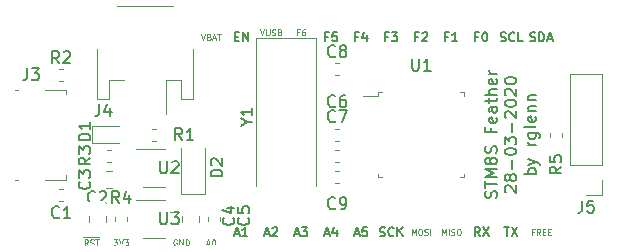
<source format=gto>
G04 #@! TF.GenerationSoftware,KiCad,Pcbnew,(5.1.5)-3*
G04 #@! TF.CreationDate,2020-04-05T19:30:44-04:00*
G04 #@! TF.ProjectId,STM8Feather,53544d38-4665-4617-9468-65722e6b6963,rev?*
G04 #@! TF.SameCoordinates,Original*
G04 #@! TF.FileFunction,Legend,Top*
G04 #@! TF.FilePolarity,Positive*
%FSLAX46Y46*%
G04 Gerber Fmt 4.6, Leading zero omitted, Abs format (unit mm)*
G04 Created by KiCad (PCBNEW (5.1.5)-3) date 2020-04-05 19:30:44*
%MOMM*%
%LPD*%
G04 APERTURE LIST*
%ADD10C,0.150000*%
%ADD11C,0.100000*%
%ADD12C,0.120000*%
%ADD13C,2.802000*%
%ADD14R,1.802000X1.802000*%
%ADD15O,1.802000X1.802000*%
%ADD16R,1.302000X1.002000*%
%ADD17R,1.482000X0.552000*%
%ADD18R,1.652000X1.527000*%
%ADD19R,1.402000X1.752000*%
%ADD20R,2.002000X1.902000*%
%ADD21R,2.002000X1.102000*%
%ADD22R,1.162000X0.752000*%
%ADD23R,2.102000X4.602000*%
G04 APERTURE END LIST*
D10*
X66064761Y-42187142D02*
X66112380Y-42044285D01*
X66112380Y-41806190D01*
X66064761Y-41710952D01*
X66017142Y-41663333D01*
X65921904Y-41615714D01*
X65826666Y-41615714D01*
X65731428Y-41663333D01*
X65683809Y-41710952D01*
X65636190Y-41806190D01*
X65588571Y-41996666D01*
X65540952Y-42091904D01*
X65493333Y-42139523D01*
X65398095Y-42187142D01*
X65302857Y-42187142D01*
X65207619Y-42139523D01*
X65160000Y-42091904D01*
X65112380Y-41996666D01*
X65112380Y-41758571D01*
X65160000Y-41615714D01*
X65112380Y-41330000D02*
X65112380Y-40758571D01*
X66112380Y-41044285D02*
X65112380Y-41044285D01*
X66112380Y-40425238D02*
X65112380Y-40425238D01*
X65826666Y-40091904D01*
X65112380Y-39758571D01*
X66112380Y-39758571D01*
X65540952Y-39139523D02*
X65493333Y-39234761D01*
X65445714Y-39282380D01*
X65350476Y-39330000D01*
X65302857Y-39330000D01*
X65207619Y-39282380D01*
X65160000Y-39234761D01*
X65112380Y-39139523D01*
X65112380Y-38949047D01*
X65160000Y-38853809D01*
X65207619Y-38806190D01*
X65302857Y-38758571D01*
X65350476Y-38758571D01*
X65445714Y-38806190D01*
X65493333Y-38853809D01*
X65540952Y-38949047D01*
X65540952Y-39139523D01*
X65588571Y-39234761D01*
X65636190Y-39282380D01*
X65731428Y-39330000D01*
X65921904Y-39330000D01*
X66017142Y-39282380D01*
X66064761Y-39234761D01*
X66112380Y-39139523D01*
X66112380Y-38949047D01*
X66064761Y-38853809D01*
X66017142Y-38806190D01*
X65921904Y-38758571D01*
X65731428Y-38758571D01*
X65636190Y-38806190D01*
X65588571Y-38853809D01*
X65540952Y-38949047D01*
X66064761Y-38377619D02*
X66112380Y-38234761D01*
X66112380Y-37996666D01*
X66064761Y-37901428D01*
X66017142Y-37853809D01*
X65921904Y-37806190D01*
X65826666Y-37806190D01*
X65731428Y-37853809D01*
X65683809Y-37901428D01*
X65636190Y-37996666D01*
X65588571Y-38187142D01*
X65540952Y-38282380D01*
X65493333Y-38330000D01*
X65398095Y-38377619D01*
X65302857Y-38377619D01*
X65207619Y-38330000D01*
X65160000Y-38282380D01*
X65112380Y-38187142D01*
X65112380Y-37949047D01*
X65160000Y-37806190D01*
X65588571Y-36282380D02*
X65588571Y-36615714D01*
X66112380Y-36615714D02*
X65112380Y-36615714D01*
X65112380Y-36139523D01*
X66064761Y-35377619D02*
X66112380Y-35472857D01*
X66112380Y-35663333D01*
X66064761Y-35758571D01*
X65969523Y-35806190D01*
X65588571Y-35806190D01*
X65493333Y-35758571D01*
X65445714Y-35663333D01*
X65445714Y-35472857D01*
X65493333Y-35377619D01*
X65588571Y-35330000D01*
X65683809Y-35330000D01*
X65779047Y-35806190D01*
X66112380Y-34472857D02*
X65588571Y-34472857D01*
X65493333Y-34520476D01*
X65445714Y-34615714D01*
X65445714Y-34806190D01*
X65493333Y-34901428D01*
X66064761Y-34472857D02*
X66112380Y-34568095D01*
X66112380Y-34806190D01*
X66064761Y-34901428D01*
X65969523Y-34949047D01*
X65874285Y-34949047D01*
X65779047Y-34901428D01*
X65731428Y-34806190D01*
X65731428Y-34568095D01*
X65683809Y-34472857D01*
X65445714Y-34139523D02*
X65445714Y-33758571D01*
X65112380Y-33996666D02*
X65969523Y-33996666D01*
X66064761Y-33949047D01*
X66112380Y-33853809D01*
X66112380Y-33758571D01*
X66112380Y-33425238D02*
X65112380Y-33425238D01*
X66112380Y-32996666D02*
X65588571Y-32996666D01*
X65493333Y-33044285D01*
X65445714Y-33139523D01*
X65445714Y-33282380D01*
X65493333Y-33377619D01*
X65540952Y-33425238D01*
X66064761Y-32139523D02*
X66112380Y-32234761D01*
X66112380Y-32425238D01*
X66064761Y-32520476D01*
X65969523Y-32568095D01*
X65588571Y-32568095D01*
X65493333Y-32520476D01*
X65445714Y-32425238D01*
X65445714Y-32234761D01*
X65493333Y-32139523D01*
X65588571Y-32091904D01*
X65683809Y-32091904D01*
X65779047Y-32568095D01*
X66112380Y-31663333D02*
X65445714Y-31663333D01*
X65636190Y-31663333D02*
X65540952Y-31615714D01*
X65493333Y-31568095D01*
X65445714Y-31472857D01*
X65445714Y-31377619D01*
X66857619Y-41687142D02*
X66810000Y-41639523D01*
X66762380Y-41544285D01*
X66762380Y-41306190D01*
X66810000Y-41210952D01*
X66857619Y-41163333D01*
X66952857Y-41115714D01*
X67048095Y-41115714D01*
X67190952Y-41163333D01*
X67762380Y-41734761D01*
X67762380Y-41115714D01*
X67190952Y-40544285D02*
X67143333Y-40639523D01*
X67095714Y-40687142D01*
X67000476Y-40734761D01*
X66952857Y-40734761D01*
X66857619Y-40687142D01*
X66810000Y-40639523D01*
X66762380Y-40544285D01*
X66762380Y-40353809D01*
X66810000Y-40258571D01*
X66857619Y-40210952D01*
X66952857Y-40163333D01*
X67000476Y-40163333D01*
X67095714Y-40210952D01*
X67143333Y-40258571D01*
X67190952Y-40353809D01*
X67190952Y-40544285D01*
X67238571Y-40639523D01*
X67286190Y-40687142D01*
X67381428Y-40734761D01*
X67571904Y-40734761D01*
X67667142Y-40687142D01*
X67714761Y-40639523D01*
X67762380Y-40544285D01*
X67762380Y-40353809D01*
X67714761Y-40258571D01*
X67667142Y-40210952D01*
X67571904Y-40163333D01*
X67381428Y-40163333D01*
X67286190Y-40210952D01*
X67238571Y-40258571D01*
X67190952Y-40353809D01*
X67381428Y-39734761D02*
X67381428Y-38972857D01*
X66762380Y-38306190D02*
X66762380Y-38210952D01*
X66810000Y-38115714D01*
X66857619Y-38068095D01*
X66952857Y-38020476D01*
X67143333Y-37972857D01*
X67381428Y-37972857D01*
X67571904Y-38020476D01*
X67667142Y-38068095D01*
X67714761Y-38115714D01*
X67762380Y-38210952D01*
X67762380Y-38306190D01*
X67714761Y-38401428D01*
X67667142Y-38449047D01*
X67571904Y-38496666D01*
X67381428Y-38544285D01*
X67143333Y-38544285D01*
X66952857Y-38496666D01*
X66857619Y-38449047D01*
X66810000Y-38401428D01*
X66762380Y-38306190D01*
X66762380Y-37639523D02*
X66762380Y-37020476D01*
X67143333Y-37353809D01*
X67143333Y-37210952D01*
X67190952Y-37115714D01*
X67238571Y-37068095D01*
X67333809Y-37020476D01*
X67571904Y-37020476D01*
X67667142Y-37068095D01*
X67714761Y-37115714D01*
X67762380Y-37210952D01*
X67762380Y-37496666D01*
X67714761Y-37591904D01*
X67667142Y-37639523D01*
X67381428Y-36591904D02*
X67381428Y-35830000D01*
X66857619Y-35401428D02*
X66810000Y-35353809D01*
X66762380Y-35258571D01*
X66762380Y-35020476D01*
X66810000Y-34925238D01*
X66857619Y-34877619D01*
X66952857Y-34830000D01*
X67048095Y-34830000D01*
X67190952Y-34877619D01*
X67762380Y-35449047D01*
X67762380Y-34830000D01*
X66762380Y-34210952D02*
X66762380Y-34115714D01*
X66810000Y-34020476D01*
X66857619Y-33972857D01*
X66952857Y-33925238D01*
X67143333Y-33877619D01*
X67381428Y-33877619D01*
X67571904Y-33925238D01*
X67667142Y-33972857D01*
X67714761Y-34020476D01*
X67762380Y-34115714D01*
X67762380Y-34210952D01*
X67714761Y-34306190D01*
X67667142Y-34353809D01*
X67571904Y-34401428D01*
X67381428Y-34449047D01*
X67143333Y-34449047D01*
X66952857Y-34401428D01*
X66857619Y-34353809D01*
X66810000Y-34306190D01*
X66762380Y-34210952D01*
X66857619Y-33496666D02*
X66810000Y-33449047D01*
X66762380Y-33353809D01*
X66762380Y-33115714D01*
X66810000Y-33020476D01*
X66857619Y-32972857D01*
X66952857Y-32925238D01*
X67048095Y-32925238D01*
X67190952Y-32972857D01*
X67762380Y-33544285D01*
X67762380Y-32925238D01*
X66762380Y-32306190D02*
X66762380Y-32210952D01*
X66810000Y-32115714D01*
X66857619Y-32068095D01*
X66952857Y-32020476D01*
X67143333Y-31972857D01*
X67381428Y-31972857D01*
X67571904Y-32020476D01*
X67667142Y-32068095D01*
X67714761Y-32115714D01*
X67762380Y-32210952D01*
X67762380Y-32306190D01*
X67714761Y-32401428D01*
X67667142Y-32449047D01*
X67571904Y-32496666D01*
X67381428Y-32544285D01*
X67143333Y-32544285D01*
X66952857Y-32496666D01*
X66857619Y-32449047D01*
X66810000Y-32401428D01*
X66762380Y-32306190D01*
X69412380Y-40163333D02*
X68412380Y-40163333D01*
X68793333Y-40163333D02*
X68745714Y-40068095D01*
X68745714Y-39877619D01*
X68793333Y-39782380D01*
X68840952Y-39734761D01*
X68936190Y-39687142D01*
X69221904Y-39687142D01*
X69317142Y-39734761D01*
X69364761Y-39782380D01*
X69412380Y-39877619D01*
X69412380Y-40068095D01*
X69364761Y-40163333D01*
X68745714Y-39353809D02*
X69412380Y-39115714D01*
X68745714Y-38877619D02*
X69412380Y-39115714D01*
X69650476Y-39210952D01*
X69698095Y-39258571D01*
X69745714Y-39353809D01*
X69412380Y-37734761D02*
X68745714Y-37734761D01*
X68936190Y-37734761D02*
X68840952Y-37687142D01*
X68793333Y-37639523D01*
X68745714Y-37544285D01*
X68745714Y-37449047D01*
X68745714Y-36687142D02*
X69555238Y-36687142D01*
X69650476Y-36734761D01*
X69698095Y-36782380D01*
X69745714Y-36877619D01*
X69745714Y-37020476D01*
X69698095Y-37115714D01*
X69364761Y-36687142D02*
X69412380Y-36782380D01*
X69412380Y-36972857D01*
X69364761Y-37068095D01*
X69317142Y-37115714D01*
X69221904Y-37163333D01*
X68936190Y-37163333D01*
X68840952Y-37115714D01*
X68793333Y-37068095D01*
X68745714Y-36972857D01*
X68745714Y-36782380D01*
X68793333Y-36687142D01*
X69412380Y-36068095D02*
X69364761Y-36163333D01*
X69269523Y-36210952D01*
X68412380Y-36210952D01*
X69364761Y-35306190D02*
X69412380Y-35401428D01*
X69412380Y-35591904D01*
X69364761Y-35687142D01*
X69269523Y-35734761D01*
X68888571Y-35734761D01*
X68793333Y-35687142D01*
X68745714Y-35591904D01*
X68745714Y-35401428D01*
X68793333Y-35306190D01*
X68888571Y-35258571D01*
X68983809Y-35258571D01*
X69079047Y-35734761D01*
X68745714Y-34830000D02*
X69412380Y-34830000D01*
X68840952Y-34830000D02*
X68793333Y-34782380D01*
X68745714Y-34687142D01*
X68745714Y-34544285D01*
X68793333Y-34449047D01*
X68888571Y-34401428D01*
X69412380Y-34401428D01*
X68745714Y-33925238D02*
X69412380Y-33925238D01*
X68840952Y-33925238D02*
X68793333Y-33877619D01*
X68745714Y-33782380D01*
X68745714Y-33639523D01*
X68793333Y-33544285D01*
X68888571Y-33496666D01*
X69412380Y-33496666D01*
D11*
X46073333Y-27920190D02*
X46240000Y-28420190D01*
X46406666Y-27920190D01*
X46573333Y-27920190D02*
X46573333Y-28324952D01*
X46597142Y-28372571D01*
X46620952Y-28396380D01*
X46668571Y-28420190D01*
X46763809Y-28420190D01*
X46811428Y-28396380D01*
X46835238Y-28372571D01*
X46859047Y-28324952D01*
X46859047Y-27920190D01*
X47073333Y-28396380D02*
X47144761Y-28420190D01*
X47263809Y-28420190D01*
X47311428Y-28396380D01*
X47335238Y-28372571D01*
X47359047Y-28324952D01*
X47359047Y-28277333D01*
X47335238Y-28229714D01*
X47311428Y-28205904D01*
X47263809Y-28182095D01*
X47168571Y-28158285D01*
X47120952Y-28134476D01*
X47097142Y-28110666D01*
X47073333Y-28063047D01*
X47073333Y-28015428D01*
X47097142Y-27967809D01*
X47120952Y-27944000D01*
X47168571Y-27920190D01*
X47287619Y-27920190D01*
X47359047Y-27944000D01*
X47740000Y-28158285D02*
X47811428Y-28182095D01*
X47835238Y-28205904D01*
X47859047Y-28253523D01*
X47859047Y-28324952D01*
X47835238Y-28372571D01*
X47811428Y-28396380D01*
X47763809Y-28420190D01*
X47573333Y-28420190D01*
X47573333Y-27920190D01*
X47740000Y-27920190D01*
X47787619Y-27944000D01*
X47811428Y-27967809D01*
X47835238Y-28015428D01*
X47835238Y-28063047D01*
X47811428Y-28110666D01*
X47787619Y-28134476D01*
X47740000Y-28158285D01*
X47573333Y-28158285D01*
X41088571Y-28301190D02*
X41255238Y-28801190D01*
X41421904Y-28301190D01*
X41755238Y-28539285D02*
X41826666Y-28563095D01*
X41850476Y-28586904D01*
X41874285Y-28634523D01*
X41874285Y-28705952D01*
X41850476Y-28753571D01*
X41826666Y-28777380D01*
X41779047Y-28801190D01*
X41588571Y-28801190D01*
X41588571Y-28301190D01*
X41755238Y-28301190D01*
X41802857Y-28325000D01*
X41826666Y-28348809D01*
X41850476Y-28396428D01*
X41850476Y-28444047D01*
X41826666Y-28491666D01*
X41802857Y-28515476D01*
X41755238Y-28539285D01*
X41588571Y-28539285D01*
X42064761Y-28658333D02*
X42302857Y-28658333D01*
X42017142Y-28801190D02*
X42183809Y-28301190D01*
X42350476Y-28801190D01*
X42445714Y-28301190D02*
X42731428Y-28301190D01*
X42588571Y-28801190D02*
X42588571Y-28301190D01*
D10*
X43896428Y-28521428D02*
X44146428Y-28521428D01*
X44253571Y-28914285D02*
X43896428Y-28914285D01*
X43896428Y-28164285D01*
X44253571Y-28164285D01*
X44575000Y-28914285D02*
X44575000Y-28164285D01*
X45003571Y-28914285D01*
X45003571Y-28164285D01*
D11*
X49363333Y-28158285D02*
X49196666Y-28158285D01*
X49196666Y-28420190D02*
X49196666Y-27920190D01*
X49434761Y-27920190D01*
X49839523Y-27920190D02*
X49744285Y-27920190D01*
X49696666Y-27944000D01*
X49672857Y-27967809D01*
X49625238Y-28039238D01*
X49601428Y-28134476D01*
X49601428Y-28324952D01*
X49625238Y-28372571D01*
X49649047Y-28396380D01*
X49696666Y-28420190D01*
X49791904Y-28420190D01*
X49839523Y-28396380D01*
X49863333Y-28372571D01*
X49887142Y-28324952D01*
X49887142Y-28205904D01*
X49863333Y-28158285D01*
X49839523Y-28134476D01*
X49791904Y-28110666D01*
X49696666Y-28110666D01*
X49649047Y-28134476D01*
X49625238Y-28158285D01*
X49601428Y-28205904D01*
D10*
X51820000Y-28521428D02*
X51570000Y-28521428D01*
X51570000Y-28914285D02*
X51570000Y-28164285D01*
X51927142Y-28164285D01*
X52570000Y-28164285D02*
X52212857Y-28164285D01*
X52177142Y-28521428D01*
X52212857Y-28485714D01*
X52284285Y-28450000D01*
X52462857Y-28450000D01*
X52534285Y-28485714D01*
X52570000Y-28521428D01*
X52605714Y-28592857D01*
X52605714Y-28771428D01*
X52570000Y-28842857D01*
X52534285Y-28878571D01*
X52462857Y-28914285D01*
X52284285Y-28914285D01*
X52212857Y-28878571D01*
X52177142Y-28842857D01*
X54360000Y-28521428D02*
X54110000Y-28521428D01*
X54110000Y-28914285D02*
X54110000Y-28164285D01*
X54467142Y-28164285D01*
X55074285Y-28414285D02*
X55074285Y-28914285D01*
X54895714Y-28128571D02*
X54717142Y-28664285D01*
X55181428Y-28664285D01*
X56900000Y-28521428D02*
X56650000Y-28521428D01*
X56650000Y-28914285D02*
X56650000Y-28164285D01*
X57007142Y-28164285D01*
X57221428Y-28164285D02*
X57685714Y-28164285D01*
X57435714Y-28450000D01*
X57542857Y-28450000D01*
X57614285Y-28485714D01*
X57650000Y-28521428D01*
X57685714Y-28592857D01*
X57685714Y-28771428D01*
X57650000Y-28842857D01*
X57614285Y-28878571D01*
X57542857Y-28914285D01*
X57328571Y-28914285D01*
X57257142Y-28878571D01*
X57221428Y-28842857D01*
X59440000Y-28521428D02*
X59190000Y-28521428D01*
X59190000Y-28914285D02*
X59190000Y-28164285D01*
X59547142Y-28164285D01*
X59797142Y-28235714D02*
X59832857Y-28200000D01*
X59904285Y-28164285D01*
X60082857Y-28164285D01*
X60154285Y-28200000D01*
X60190000Y-28235714D01*
X60225714Y-28307142D01*
X60225714Y-28378571D01*
X60190000Y-28485714D01*
X59761428Y-28914285D01*
X60225714Y-28914285D01*
X61980000Y-28521428D02*
X61730000Y-28521428D01*
X61730000Y-28914285D02*
X61730000Y-28164285D01*
X62087142Y-28164285D01*
X62765714Y-28914285D02*
X62337142Y-28914285D01*
X62551428Y-28914285D02*
X62551428Y-28164285D01*
X62480000Y-28271428D01*
X62408571Y-28342857D01*
X62337142Y-28378571D01*
X64520000Y-28521428D02*
X64270000Y-28521428D01*
X64270000Y-28914285D02*
X64270000Y-28164285D01*
X64627142Y-28164285D01*
X65055714Y-28164285D02*
X65127142Y-28164285D01*
X65198571Y-28200000D01*
X65234285Y-28235714D01*
X65270000Y-28307142D01*
X65305714Y-28450000D01*
X65305714Y-28628571D01*
X65270000Y-28771428D01*
X65234285Y-28842857D01*
X65198571Y-28878571D01*
X65127142Y-28914285D01*
X65055714Y-28914285D01*
X64984285Y-28878571D01*
X64948571Y-28842857D01*
X64912857Y-28771428D01*
X64877142Y-28628571D01*
X64877142Y-28450000D01*
X64912857Y-28307142D01*
X64948571Y-28235714D01*
X64984285Y-28200000D01*
X65055714Y-28164285D01*
X66417142Y-28878571D02*
X66524285Y-28914285D01*
X66702857Y-28914285D01*
X66774285Y-28878571D01*
X66810000Y-28842857D01*
X66845714Y-28771428D01*
X66845714Y-28700000D01*
X66810000Y-28628571D01*
X66774285Y-28592857D01*
X66702857Y-28557142D01*
X66560000Y-28521428D01*
X66488571Y-28485714D01*
X66452857Y-28450000D01*
X66417142Y-28378571D01*
X66417142Y-28307142D01*
X66452857Y-28235714D01*
X66488571Y-28200000D01*
X66560000Y-28164285D01*
X66738571Y-28164285D01*
X66845714Y-28200000D01*
X67595714Y-28842857D02*
X67560000Y-28878571D01*
X67452857Y-28914285D01*
X67381428Y-28914285D01*
X67274285Y-28878571D01*
X67202857Y-28807142D01*
X67167142Y-28735714D01*
X67131428Y-28592857D01*
X67131428Y-28485714D01*
X67167142Y-28342857D01*
X67202857Y-28271428D01*
X67274285Y-28200000D01*
X67381428Y-28164285D01*
X67452857Y-28164285D01*
X67560000Y-28200000D01*
X67595714Y-28235714D01*
X68274285Y-28914285D02*
X67917142Y-28914285D01*
X67917142Y-28164285D01*
X68939285Y-28878571D02*
X69046428Y-28914285D01*
X69225000Y-28914285D01*
X69296428Y-28878571D01*
X69332142Y-28842857D01*
X69367857Y-28771428D01*
X69367857Y-28700000D01*
X69332142Y-28628571D01*
X69296428Y-28592857D01*
X69225000Y-28557142D01*
X69082142Y-28521428D01*
X69010714Y-28485714D01*
X68975000Y-28450000D01*
X68939285Y-28378571D01*
X68939285Y-28307142D01*
X68975000Y-28235714D01*
X69010714Y-28200000D01*
X69082142Y-28164285D01*
X69260714Y-28164285D01*
X69367857Y-28200000D01*
X69689285Y-28914285D02*
X69689285Y-28164285D01*
X69867857Y-28164285D01*
X69975000Y-28200000D01*
X70046428Y-28271428D01*
X70082142Y-28342857D01*
X70117857Y-28485714D01*
X70117857Y-28592857D01*
X70082142Y-28735714D01*
X70046428Y-28807142D01*
X69975000Y-28878571D01*
X69867857Y-28914285D01*
X69689285Y-28914285D01*
X70403571Y-28700000D02*
X70760714Y-28700000D01*
X70332142Y-28914285D02*
X70582142Y-28164285D01*
X70832142Y-28914285D01*
D11*
X69219047Y-45049285D02*
X69052380Y-45049285D01*
X69052380Y-45311190D02*
X69052380Y-44811190D01*
X69290476Y-44811190D01*
X69766666Y-45311190D02*
X69600000Y-45073095D01*
X69480952Y-45311190D02*
X69480952Y-44811190D01*
X69671428Y-44811190D01*
X69719047Y-44835000D01*
X69742857Y-44858809D01*
X69766666Y-44906428D01*
X69766666Y-44977857D01*
X69742857Y-45025476D01*
X69719047Y-45049285D01*
X69671428Y-45073095D01*
X69480952Y-45073095D01*
X69980952Y-45049285D02*
X70147619Y-45049285D01*
X70219047Y-45311190D02*
X69980952Y-45311190D01*
X69980952Y-44811190D01*
X70219047Y-44811190D01*
X70433333Y-45049285D02*
X70600000Y-45049285D01*
X70671428Y-45311190D02*
X70433333Y-45311190D01*
X70433333Y-44811190D01*
X70671428Y-44811190D01*
D10*
X66738571Y-44674285D02*
X67167142Y-44674285D01*
X66952857Y-45424285D02*
X66952857Y-44674285D01*
X67345714Y-44674285D02*
X67845714Y-45424285D01*
X67845714Y-44674285D02*
X67345714Y-45424285D01*
X64645000Y-45424285D02*
X64395000Y-45067142D01*
X64216428Y-45424285D02*
X64216428Y-44674285D01*
X64502142Y-44674285D01*
X64573571Y-44710000D01*
X64609285Y-44745714D01*
X64645000Y-44817142D01*
X64645000Y-44924285D01*
X64609285Y-44995714D01*
X64573571Y-45031428D01*
X64502142Y-45067142D01*
X64216428Y-45067142D01*
X64895000Y-44674285D02*
X65395000Y-45424285D01*
X65395000Y-44674285D02*
X64895000Y-45424285D01*
D11*
X61444285Y-45311190D02*
X61444285Y-44811190D01*
X61610952Y-45168333D01*
X61777619Y-44811190D01*
X61777619Y-45311190D01*
X62015714Y-45311190D02*
X62015714Y-44811190D01*
X62230000Y-45287380D02*
X62301428Y-45311190D01*
X62420476Y-45311190D01*
X62468095Y-45287380D01*
X62491904Y-45263571D01*
X62515714Y-45215952D01*
X62515714Y-45168333D01*
X62491904Y-45120714D01*
X62468095Y-45096904D01*
X62420476Y-45073095D01*
X62325238Y-45049285D01*
X62277619Y-45025476D01*
X62253809Y-45001666D01*
X62230000Y-44954047D01*
X62230000Y-44906428D01*
X62253809Y-44858809D01*
X62277619Y-44835000D01*
X62325238Y-44811190D01*
X62444285Y-44811190D01*
X62515714Y-44835000D01*
X62825238Y-44811190D02*
X62920476Y-44811190D01*
X62968095Y-44835000D01*
X63015714Y-44882619D01*
X63039523Y-44977857D01*
X63039523Y-45144523D01*
X63015714Y-45239761D01*
X62968095Y-45287380D01*
X62920476Y-45311190D01*
X62825238Y-45311190D01*
X62777619Y-45287380D01*
X62730000Y-45239761D01*
X62706190Y-45144523D01*
X62706190Y-44977857D01*
X62730000Y-44882619D01*
X62777619Y-44835000D01*
X62825238Y-44811190D01*
X58904285Y-45311190D02*
X58904285Y-44811190D01*
X59070952Y-45168333D01*
X59237619Y-44811190D01*
X59237619Y-45311190D01*
X59570952Y-44811190D02*
X59666190Y-44811190D01*
X59713809Y-44835000D01*
X59761428Y-44882619D01*
X59785238Y-44977857D01*
X59785238Y-45144523D01*
X59761428Y-45239761D01*
X59713809Y-45287380D01*
X59666190Y-45311190D01*
X59570952Y-45311190D01*
X59523333Y-45287380D01*
X59475714Y-45239761D01*
X59451904Y-45144523D01*
X59451904Y-44977857D01*
X59475714Y-44882619D01*
X59523333Y-44835000D01*
X59570952Y-44811190D01*
X59975714Y-45287380D02*
X60047142Y-45311190D01*
X60166190Y-45311190D01*
X60213809Y-45287380D01*
X60237619Y-45263571D01*
X60261428Y-45215952D01*
X60261428Y-45168333D01*
X60237619Y-45120714D01*
X60213809Y-45096904D01*
X60166190Y-45073095D01*
X60070952Y-45049285D01*
X60023333Y-45025476D01*
X59999523Y-45001666D01*
X59975714Y-44954047D01*
X59975714Y-44906428D01*
X59999523Y-44858809D01*
X60023333Y-44835000D01*
X60070952Y-44811190D01*
X60190000Y-44811190D01*
X60261428Y-44835000D01*
X60475714Y-45311190D02*
X60475714Y-44811190D01*
D10*
X56185714Y-45388571D02*
X56292857Y-45424285D01*
X56471428Y-45424285D01*
X56542857Y-45388571D01*
X56578571Y-45352857D01*
X56614285Y-45281428D01*
X56614285Y-45210000D01*
X56578571Y-45138571D01*
X56542857Y-45102857D01*
X56471428Y-45067142D01*
X56328571Y-45031428D01*
X56257142Y-44995714D01*
X56221428Y-44960000D01*
X56185714Y-44888571D01*
X56185714Y-44817142D01*
X56221428Y-44745714D01*
X56257142Y-44710000D01*
X56328571Y-44674285D01*
X56507142Y-44674285D01*
X56614285Y-44710000D01*
X57364285Y-45352857D02*
X57328571Y-45388571D01*
X57221428Y-45424285D01*
X57150000Y-45424285D01*
X57042857Y-45388571D01*
X56971428Y-45317142D01*
X56935714Y-45245714D01*
X56900000Y-45102857D01*
X56900000Y-44995714D01*
X56935714Y-44852857D01*
X56971428Y-44781428D01*
X57042857Y-44710000D01*
X57150000Y-44674285D01*
X57221428Y-44674285D01*
X57328571Y-44710000D01*
X57364285Y-44745714D01*
X57685714Y-45424285D02*
X57685714Y-44674285D01*
X58114285Y-45424285D02*
X57792857Y-44995714D01*
X58114285Y-44674285D02*
X57685714Y-45102857D01*
X54074285Y-45210000D02*
X54431428Y-45210000D01*
X54002857Y-45424285D02*
X54252857Y-44674285D01*
X54502857Y-45424285D01*
X55110000Y-44674285D02*
X54752857Y-44674285D01*
X54717142Y-45031428D01*
X54752857Y-44995714D01*
X54824285Y-44960000D01*
X55002857Y-44960000D01*
X55074285Y-44995714D01*
X55110000Y-45031428D01*
X55145714Y-45102857D01*
X55145714Y-45281428D01*
X55110000Y-45352857D01*
X55074285Y-45388571D01*
X55002857Y-45424285D01*
X54824285Y-45424285D01*
X54752857Y-45388571D01*
X54717142Y-45352857D01*
X51534285Y-45210000D02*
X51891428Y-45210000D01*
X51462857Y-45424285D02*
X51712857Y-44674285D01*
X51962857Y-45424285D01*
X52534285Y-44924285D02*
X52534285Y-45424285D01*
X52355714Y-44638571D02*
X52177142Y-45174285D01*
X52641428Y-45174285D01*
X48994285Y-45210000D02*
X49351428Y-45210000D01*
X48922857Y-45424285D02*
X49172857Y-44674285D01*
X49422857Y-45424285D01*
X49601428Y-44674285D02*
X50065714Y-44674285D01*
X49815714Y-44960000D01*
X49922857Y-44960000D01*
X49994285Y-44995714D01*
X50030000Y-45031428D01*
X50065714Y-45102857D01*
X50065714Y-45281428D01*
X50030000Y-45352857D01*
X49994285Y-45388571D01*
X49922857Y-45424285D01*
X49708571Y-45424285D01*
X49637142Y-45388571D01*
X49601428Y-45352857D01*
X46454285Y-45210000D02*
X46811428Y-45210000D01*
X46382857Y-45424285D02*
X46632857Y-44674285D01*
X46882857Y-45424285D01*
X47097142Y-44745714D02*
X47132857Y-44710000D01*
X47204285Y-44674285D01*
X47382857Y-44674285D01*
X47454285Y-44710000D01*
X47490000Y-44745714D01*
X47525714Y-44817142D01*
X47525714Y-44888571D01*
X47490000Y-44995714D01*
X47061428Y-45424285D01*
X47525714Y-45424285D01*
X43914285Y-45210000D02*
X44271428Y-45210000D01*
X43842857Y-45424285D02*
X44092857Y-44674285D01*
X44342857Y-45424285D01*
X44985714Y-45424285D02*
X44557142Y-45424285D01*
X44771428Y-45424285D02*
X44771428Y-44674285D01*
X44700000Y-44781428D01*
X44628571Y-44852857D01*
X44557142Y-44888571D01*
D11*
X41552857Y-46057333D02*
X41790952Y-46057333D01*
X41505238Y-46200190D02*
X41671904Y-45700190D01*
X41838571Y-46200190D01*
X42100476Y-45700190D02*
X42148095Y-45700190D01*
X42195714Y-45724000D01*
X42219523Y-45747809D01*
X42243333Y-45795428D01*
X42267142Y-45890666D01*
X42267142Y-46009714D01*
X42243333Y-46104952D01*
X42219523Y-46152571D01*
X42195714Y-46176380D01*
X42148095Y-46200190D01*
X42100476Y-46200190D01*
X42052857Y-46176380D01*
X42029047Y-46152571D01*
X42005238Y-46104952D01*
X41981428Y-46009714D01*
X41981428Y-45890666D01*
X42005238Y-45795428D01*
X42029047Y-45747809D01*
X42052857Y-45724000D01*
X42100476Y-45700190D01*
X38989047Y-45724000D02*
X38941428Y-45700190D01*
X38870000Y-45700190D01*
X38798571Y-45724000D01*
X38750952Y-45771619D01*
X38727142Y-45819238D01*
X38703333Y-45914476D01*
X38703333Y-45985904D01*
X38727142Y-46081142D01*
X38750952Y-46128761D01*
X38798571Y-46176380D01*
X38870000Y-46200190D01*
X38917619Y-46200190D01*
X38989047Y-46176380D01*
X39012857Y-46152571D01*
X39012857Y-45985904D01*
X38917619Y-45985904D01*
X39227142Y-46200190D02*
X39227142Y-45700190D01*
X39512857Y-46200190D01*
X39512857Y-45700190D01*
X39750952Y-46200190D02*
X39750952Y-45700190D01*
X39870000Y-45700190D01*
X39941428Y-45724000D01*
X39989047Y-45771619D01*
X40012857Y-45819238D01*
X40036666Y-45914476D01*
X40036666Y-45985904D01*
X40012857Y-46081142D01*
X39989047Y-46128761D01*
X39941428Y-46176380D01*
X39870000Y-46200190D01*
X39750952Y-46200190D01*
X33670952Y-45700190D02*
X33980476Y-45700190D01*
X33813809Y-45890666D01*
X33885238Y-45890666D01*
X33932857Y-45914476D01*
X33956666Y-45938285D01*
X33980476Y-45985904D01*
X33980476Y-46104952D01*
X33956666Y-46152571D01*
X33932857Y-46176380D01*
X33885238Y-46200190D01*
X33742380Y-46200190D01*
X33694761Y-46176380D01*
X33670952Y-46152571D01*
X34123333Y-45700190D02*
X34290000Y-46200190D01*
X34456666Y-45700190D01*
X34575714Y-45700190D02*
X34885238Y-45700190D01*
X34718571Y-45890666D01*
X34790000Y-45890666D01*
X34837619Y-45914476D01*
X34861428Y-45938285D01*
X34885238Y-45985904D01*
X34885238Y-46104952D01*
X34861428Y-46152571D01*
X34837619Y-46176380D01*
X34790000Y-46200190D01*
X34647142Y-46200190D01*
X34599523Y-46176380D01*
X34575714Y-46152571D01*
X31071428Y-45484000D02*
X31571428Y-45484000D01*
X31476190Y-46200190D02*
X31309523Y-45962095D01*
X31190476Y-46200190D02*
X31190476Y-45700190D01*
X31380952Y-45700190D01*
X31428571Y-45724000D01*
X31452380Y-45747809D01*
X31476190Y-45795428D01*
X31476190Y-45866857D01*
X31452380Y-45914476D01*
X31428571Y-45938285D01*
X31380952Y-45962095D01*
X31190476Y-45962095D01*
X31571428Y-45484000D02*
X32047619Y-45484000D01*
X31666666Y-46176380D02*
X31738095Y-46200190D01*
X31857142Y-46200190D01*
X31904761Y-46176380D01*
X31928571Y-46152571D01*
X31952380Y-46104952D01*
X31952380Y-46057333D01*
X31928571Y-46009714D01*
X31904761Y-45985904D01*
X31857142Y-45962095D01*
X31761904Y-45938285D01*
X31714285Y-45914476D01*
X31690476Y-45890666D01*
X31666666Y-45843047D01*
X31666666Y-45795428D01*
X31690476Y-45747809D01*
X31714285Y-45724000D01*
X31761904Y-45700190D01*
X31880952Y-45700190D01*
X31952380Y-45724000D01*
X32047619Y-45484000D02*
X32428571Y-45484000D01*
X32095238Y-45700190D02*
X32380952Y-45700190D01*
X32238095Y-46200190D02*
X32238095Y-45700190D01*
D12*
X63000000Y-40440000D02*
X63300000Y-40440000D01*
X63300000Y-40440000D02*
X63300000Y-40140000D01*
X56380000Y-40440000D02*
X56080000Y-40440000D01*
X56080000Y-40440000D02*
X56080000Y-40140000D01*
X63000000Y-33220000D02*
X63300000Y-33220000D01*
X63300000Y-33220000D02*
X63300000Y-33520000D01*
X56380000Y-33220000D02*
X56080000Y-33220000D01*
X56080000Y-33220000D02*
X56080000Y-33520000D01*
X56080000Y-33520000D02*
X54765000Y-33520000D01*
X29047221Y-42420000D02*
X29372779Y-42420000D01*
X29047221Y-41400000D02*
X29372779Y-41400000D01*
X32968000Y-43683422D02*
X32968000Y-44200578D01*
X31548000Y-43683422D02*
X31548000Y-44200578D01*
X33532578Y-41350000D02*
X33015422Y-41350000D01*
X33532578Y-39930000D02*
X33015422Y-39930000D01*
X39422000Y-43683422D02*
X39422000Y-44200578D01*
X40842000Y-43683422D02*
X40842000Y-44200578D01*
X42674000Y-43779221D02*
X42674000Y-44104779D01*
X41654000Y-43779221D02*
X41654000Y-44104779D01*
X52740779Y-36320000D02*
X52415221Y-36320000D01*
X52740779Y-37340000D02*
X52415221Y-37340000D01*
X52740779Y-39118000D02*
X52415221Y-39118000D01*
X52740779Y-38098000D02*
X52415221Y-38098000D01*
X34074000Y-36095000D02*
X31789000Y-36095000D01*
X31789000Y-36095000D02*
X31789000Y-37565000D01*
X31789000Y-37565000D02*
X34074000Y-37565000D01*
X39386000Y-41874000D02*
X41386000Y-41874000D01*
X41386000Y-41874000D02*
X41386000Y-37974000D01*
X39386000Y-41874000D02*
X39386000Y-37974000D01*
X29650000Y-40640000D02*
X29650000Y-40260000D01*
X25600000Y-40640000D02*
X25340000Y-40640000D01*
X29650000Y-40640000D02*
X27880000Y-40640000D01*
X29650000Y-33020000D02*
X29650000Y-33400000D01*
X27880000Y-33020000D02*
X29650000Y-33020000D01*
X25340000Y-33020000D02*
X25600000Y-33020000D01*
X37246779Y-37340000D02*
X36921221Y-37340000D01*
X37246779Y-36320000D02*
X36921221Y-36320000D01*
X29047221Y-31240000D02*
X29372779Y-31240000D01*
X29047221Y-32260000D02*
X29372779Y-32260000D01*
X33111221Y-39118000D02*
X33436779Y-39118000D01*
X33111221Y-38098000D02*
X33436779Y-38098000D01*
X34800000Y-44104779D02*
X34800000Y-43779221D01*
X33780000Y-44104779D02*
X33780000Y-43779221D01*
X36184000Y-41234000D02*
X37984000Y-41234000D01*
X37984000Y-38014000D02*
X35534000Y-38014000D01*
X37984000Y-42332000D02*
X35534000Y-42332000D01*
X36184000Y-45552000D02*
X37984000Y-45552000D01*
X40382000Y-29540000D02*
X40382000Y-33790000D01*
X40382000Y-33790000D02*
X39362000Y-33790000D01*
X39362000Y-33790000D02*
X39362000Y-32190000D01*
X39362000Y-32190000D02*
X38082000Y-32190000D01*
X38082000Y-32190000D02*
X38082000Y-35080000D01*
X32262000Y-29540000D02*
X32262000Y-33790000D01*
X32262000Y-33790000D02*
X33282000Y-33790000D01*
X33282000Y-33790000D02*
X33282000Y-32190000D01*
X33282000Y-32190000D02*
X34562000Y-32190000D01*
X38662000Y-25970000D02*
X33982000Y-25970000D01*
X52415221Y-31752000D02*
X52740779Y-31752000D01*
X52415221Y-30732000D02*
X52740779Y-30732000D01*
X52415221Y-39876000D02*
X52740779Y-39876000D01*
X52415221Y-40896000D02*
X52740779Y-40896000D01*
X50810000Y-41206000D02*
X50810000Y-28606000D01*
X50810000Y-28606000D02*
X45710000Y-28606000D01*
X45710000Y-28606000D02*
X45710000Y-41206000D01*
X74990000Y-31690000D02*
X72330000Y-31690000D01*
X74990000Y-39370000D02*
X74990000Y-31690000D01*
X72330000Y-39370000D02*
X72330000Y-31690000D01*
X74990000Y-39370000D02*
X72330000Y-39370000D01*
X74990000Y-40640000D02*
X74990000Y-41970000D01*
X74990000Y-41970000D02*
X73660000Y-41970000D01*
X70610000Y-36992779D02*
X70610000Y-36667221D01*
X71630000Y-36992779D02*
X71630000Y-36667221D01*
D10*
X58928095Y-30402380D02*
X58928095Y-31211904D01*
X58975714Y-31307142D01*
X59023333Y-31354761D01*
X59118571Y-31402380D01*
X59309047Y-31402380D01*
X59404285Y-31354761D01*
X59451904Y-31307142D01*
X59499523Y-31211904D01*
X59499523Y-30402380D01*
X60499523Y-31402380D02*
X59928095Y-31402380D01*
X60213809Y-31402380D02*
X60213809Y-30402380D01*
X60118571Y-30545238D01*
X60023333Y-30640476D01*
X59928095Y-30688095D01*
X29043333Y-43791142D02*
X28995714Y-43838761D01*
X28852857Y-43886380D01*
X28757619Y-43886380D01*
X28614761Y-43838761D01*
X28519523Y-43743523D01*
X28471904Y-43648285D01*
X28424285Y-43457809D01*
X28424285Y-43314952D01*
X28471904Y-43124476D01*
X28519523Y-43029238D01*
X28614761Y-42934000D01*
X28757619Y-42886380D01*
X28852857Y-42886380D01*
X28995714Y-42934000D01*
X29043333Y-42981619D01*
X29995714Y-43886380D02*
X29424285Y-43886380D01*
X29710000Y-43886380D02*
X29710000Y-42886380D01*
X29614761Y-43029238D01*
X29519523Y-43124476D01*
X29424285Y-43172095D01*
X32091333Y-42521142D02*
X32043714Y-42568761D01*
X31900857Y-42616380D01*
X31805619Y-42616380D01*
X31662761Y-42568761D01*
X31567523Y-42473523D01*
X31519904Y-42378285D01*
X31472285Y-42187809D01*
X31472285Y-42044952D01*
X31519904Y-41854476D01*
X31567523Y-41759238D01*
X31662761Y-41664000D01*
X31805619Y-41616380D01*
X31900857Y-41616380D01*
X32043714Y-41664000D01*
X32091333Y-41711619D01*
X32472285Y-41711619D02*
X32519904Y-41664000D01*
X32615142Y-41616380D01*
X32853238Y-41616380D01*
X32948476Y-41664000D01*
X32996095Y-41711619D01*
X33043714Y-41806857D01*
X33043714Y-41902095D01*
X32996095Y-42044952D01*
X32424666Y-42616380D01*
X33043714Y-42616380D01*
X31599142Y-40806666D02*
X31646761Y-40854285D01*
X31694380Y-40997142D01*
X31694380Y-41092380D01*
X31646761Y-41235238D01*
X31551523Y-41330476D01*
X31456285Y-41378095D01*
X31265809Y-41425714D01*
X31122952Y-41425714D01*
X30932476Y-41378095D01*
X30837238Y-41330476D01*
X30742000Y-41235238D01*
X30694380Y-41092380D01*
X30694380Y-40997142D01*
X30742000Y-40854285D01*
X30789619Y-40806666D01*
X30694380Y-40473333D02*
X30694380Y-39854285D01*
X31075333Y-40187619D01*
X31075333Y-40044761D01*
X31122952Y-39949523D01*
X31170571Y-39901904D01*
X31265809Y-39854285D01*
X31503904Y-39854285D01*
X31599142Y-39901904D01*
X31646761Y-39949523D01*
X31694380Y-40044761D01*
X31694380Y-40330476D01*
X31646761Y-40425714D01*
X31599142Y-40473333D01*
X43791142Y-43854666D02*
X43838761Y-43902285D01*
X43886380Y-44045142D01*
X43886380Y-44140380D01*
X43838761Y-44283238D01*
X43743523Y-44378476D01*
X43648285Y-44426095D01*
X43457809Y-44473714D01*
X43314952Y-44473714D01*
X43124476Y-44426095D01*
X43029238Y-44378476D01*
X42934000Y-44283238D01*
X42886380Y-44140380D01*
X42886380Y-44045142D01*
X42934000Y-43902285D01*
X42981619Y-43854666D01*
X43219714Y-42997523D02*
X43886380Y-42997523D01*
X42838761Y-43235619D02*
X43553047Y-43473714D01*
X43553047Y-42854666D01*
X45061142Y-43854666D02*
X45108761Y-43902285D01*
X45156380Y-44045142D01*
X45156380Y-44140380D01*
X45108761Y-44283238D01*
X45013523Y-44378476D01*
X44918285Y-44426095D01*
X44727809Y-44473714D01*
X44584952Y-44473714D01*
X44394476Y-44426095D01*
X44299238Y-44378476D01*
X44204000Y-44283238D01*
X44156380Y-44140380D01*
X44156380Y-44045142D01*
X44204000Y-43902285D01*
X44251619Y-43854666D01*
X44156380Y-42949904D02*
X44156380Y-43426095D01*
X44632571Y-43473714D01*
X44584952Y-43426095D01*
X44537333Y-43330857D01*
X44537333Y-43092761D01*
X44584952Y-42997523D01*
X44632571Y-42949904D01*
X44727809Y-42902285D01*
X44965904Y-42902285D01*
X45061142Y-42949904D01*
X45108761Y-42997523D01*
X45156380Y-43092761D01*
X45156380Y-43330857D01*
X45108761Y-43426095D01*
X45061142Y-43473714D01*
X52411333Y-34393142D02*
X52363714Y-34440761D01*
X52220857Y-34488380D01*
X52125619Y-34488380D01*
X51982761Y-34440761D01*
X51887523Y-34345523D01*
X51839904Y-34250285D01*
X51792285Y-34059809D01*
X51792285Y-33916952D01*
X51839904Y-33726476D01*
X51887523Y-33631238D01*
X51982761Y-33536000D01*
X52125619Y-33488380D01*
X52220857Y-33488380D01*
X52363714Y-33536000D01*
X52411333Y-33583619D01*
X53268476Y-33488380D02*
X53078000Y-33488380D01*
X52982761Y-33536000D01*
X52935142Y-33583619D01*
X52839904Y-33726476D01*
X52792285Y-33916952D01*
X52792285Y-34297904D01*
X52839904Y-34393142D01*
X52887523Y-34440761D01*
X52982761Y-34488380D01*
X53173238Y-34488380D01*
X53268476Y-34440761D01*
X53316095Y-34393142D01*
X53363714Y-34297904D01*
X53363714Y-34059809D01*
X53316095Y-33964571D01*
X53268476Y-33916952D01*
X53173238Y-33869333D01*
X52982761Y-33869333D01*
X52887523Y-33916952D01*
X52839904Y-33964571D01*
X52792285Y-34059809D01*
X52411333Y-35663142D02*
X52363714Y-35710761D01*
X52220857Y-35758380D01*
X52125619Y-35758380D01*
X51982761Y-35710761D01*
X51887523Y-35615523D01*
X51839904Y-35520285D01*
X51792285Y-35329809D01*
X51792285Y-35186952D01*
X51839904Y-34996476D01*
X51887523Y-34901238D01*
X51982761Y-34806000D01*
X52125619Y-34758380D01*
X52220857Y-34758380D01*
X52363714Y-34806000D01*
X52411333Y-34853619D01*
X52744666Y-34758380D02*
X53411333Y-34758380D01*
X52982761Y-35758380D01*
X31694380Y-37314095D02*
X30694380Y-37314095D01*
X30694380Y-37076000D01*
X30742000Y-36933142D01*
X30837238Y-36837904D01*
X30932476Y-36790285D01*
X31122952Y-36742666D01*
X31265809Y-36742666D01*
X31456285Y-36790285D01*
X31551523Y-36837904D01*
X31646761Y-36933142D01*
X31694380Y-37076000D01*
X31694380Y-37314095D01*
X31694380Y-35790285D02*
X31694380Y-36361714D01*
X31694380Y-36076000D02*
X30694380Y-36076000D01*
X30837238Y-36171238D01*
X30932476Y-36266476D01*
X30980095Y-36361714D01*
X42870380Y-40362095D02*
X41870380Y-40362095D01*
X41870380Y-40124000D01*
X41918000Y-39981142D01*
X42013238Y-39885904D01*
X42108476Y-39838285D01*
X42298952Y-39790666D01*
X42441809Y-39790666D01*
X42632285Y-39838285D01*
X42727523Y-39885904D01*
X42822761Y-39981142D01*
X42870380Y-40124000D01*
X42870380Y-40362095D01*
X41965619Y-39409714D02*
X41918000Y-39362095D01*
X41870380Y-39266857D01*
X41870380Y-39028761D01*
X41918000Y-38933523D01*
X41965619Y-38885904D01*
X42060857Y-38838285D01*
X42156095Y-38838285D01*
X42298952Y-38885904D01*
X42870380Y-39457333D01*
X42870380Y-38838285D01*
X26336666Y-31202380D02*
X26336666Y-31916666D01*
X26289047Y-32059523D01*
X26193809Y-32154761D01*
X26050952Y-32202380D01*
X25955714Y-32202380D01*
X26717619Y-31202380D02*
X27336666Y-31202380D01*
X27003333Y-31583333D01*
X27146190Y-31583333D01*
X27241428Y-31630952D01*
X27289047Y-31678571D01*
X27336666Y-31773809D01*
X27336666Y-32011904D01*
X27289047Y-32107142D01*
X27241428Y-32154761D01*
X27146190Y-32202380D01*
X26860476Y-32202380D01*
X26765238Y-32154761D01*
X26717619Y-32107142D01*
X39457333Y-37282380D02*
X39124000Y-36806190D01*
X38885904Y-37282380D02*
X38885904Y-36282380D01*
X39266857Y-36282380D01*
X39362095Y-36330000D01*
X39409714Y-36377619D01*
X39457333Y-36472857D01*
X39457333Y-36615714D01*
X39409714Y-36710952D01*
X39362095Y-36758571D01*
X39266857Y-36806190D01*
X38885904Y-36806190D01*
X40409714Y-37282380D02*
X39838285Y-37282380D01*
X40124000Y-37282380D02*
X40124000Y-36282380D01*
X40028761Y-36425238D01*
X39933523Y-36520476D01*
X39838285Y-36568095D01*
X29043333Y-30772380D02*
X28710000Y-30296190D01*
X28471904Y-30772380D02*
X28471904Y-29772380D01*
X28852857Y-29772380D01*
X28948095Y-29820000D01*
X28995714Y-29867619D01*
X29043333Y-29962857D01*
X29043333Y-30105714D01*
X28995714Y-30200952D01*
X28948095Y-30248571D01*
X28852857Y-30296190D01*
X28471904Y-30296190D01*
X29424285Y-29867619D02*
X29471904Y-29820000D01*
X29567142Y-29772380D01*
X29805238Y-29772380D01*
X29900476Y-29820000D01*
X29948095Y-29867619D01*
X29995714Y-29962857D01*
X29995714Y-30058095D01*
X29948095Y-30200952D01*
X29376666Y-30772380D01*
X29995714Y-30772380D01*
X31694380Y-38774666D02*
X31218190Y-39108000D01*
X31694380Y-39346095D02*
X30694380Y-39346095D01*
X30694380Y-38965142D01*
X30742000Y-38869904D01*
X30789619Y-38822285D01*
X30884857Y-38774666D01*
X31027714Y-38774666D01*
X31122952Y-38822285D01*
X31170571Y-38869904D01*
X31218190Y-38965142D01*
X31218190Y-39346095D01*
X30694380Y-38441333D02*
X30694380Y-37822285D01*
X31075333Y-38155619D01*
X31075333Y-38012761D01*
X31122952Y-37917523D01*
X31170571Y-37869904D01*
X31265809Y-37822285D01*
X31503904Y-37822285D01*
X31599142Y-37869904D01*
X31646761Y-37917523D01*
X31694380Y-38012761D01*
X31694380Y-38298476D01*
X31646761Y-38393714D01*
X31599142Y-38441333D01*
X34123333Y-42616380D02*
X33790000Y-42140190D01*
X33551904Y-42616380D02*
X33551904Y-41616380D01*
X33932857Y-41616380D01*
X34028095Y-41664000D01*
X34075714Y-41711619D01*
X34123333Y-41806857D01*
X34123333Y-41949714D01*
X34075714Y-42044952D01*
X34028095Y-42092571D01*
X33932857Y-42140190D01*
X33551904Y-42140190D01*
X34980476Y-41949714D02*
X34980476Y-42616380D01*
X34742380Y-41568761D02*
X34504285Y-42283047D01*
X35123333Y-42283047D01*
X37592095Y-39076380D02*
X37592095Y-39885904D01*
X37639714Y-39981142D01*
X37687333Y-40028761D01*
X37782571Y-40076380D01*
X37973047Y-40076380D01*
X38068285Y-40028761D01*
X38115904Y-39981142D01*
X38163523Y-39885904D01*
X38163523Y-39076380D01*
X38592095Y-39171619D02*
X38639714Y-39124000D01*
X38734952Y-39076380D01*
X38973047Y-39076380D01*
X39068285Y-39124000D01*
X39115904Y-39171619D01*
X39163523Y-39266857D01*
X39163523Y-39362095D01*
X39115904Y-39504952D01*
X38544476Y-40076380D01*
X39163523Y-40076380D01*
X37592095Y-43394380D02*
X37592095Y-44203904D01*
X37639714Y-44299142D01*
X37687333Y-44346761D01*
X37782571Y-44394380D01*
X37973047Y-44394380D01*
X38068285Y-44346761D01*
X38115904Y-44299142D01*
X38163523Y-44203904D01*
X38163523Y-43394380D01*
X38544476Y-43394380D02*
X39163523Y-43394380D01*
X38830190Y-43775333D01*
X38973047Y-43775333D01*
X39068285Y-43822952D01*
X39115904Y-43870571D01*
X39163523Y-43965809D01*
X39163523Y-44203904D01*
X39115904Y-44299142D01*
X39068285Y-44346761D01*
X38973047Y-44394380D01*
X38687333Y-44394380D01*
X38592095Y-44346761D01*
X38544476Y-44299142D01*
X32432666Y-34250380D02*
X32432666Y-34964666D01*
X32385047Y-35107523D01*
X32289809Y-35202761D01*
X32146952Y-35250380D01*
X32051714Y-35250380D01*
X33337428Y-34583714D02*
X33337428Y-35250380D01*
X33099333Y-34202761D02*
X32861238Y-34917047D01*
X33480285Y-34917047D01*
X52411333Y-30169142D02*
X52363714Y-30216761D01*
X52220857Y-30264380D01*
X52125619Y-30264380D01*
X51982761Y-30216761D01*
X51887523Y-30121523D01*
X51839904Y-30026285D01*
X51792285Y-29835809D01*
X51792285Y-29692952D01*
X51839904Y-29502476D01*
X51887523Y-29407238D01*
X51982761Y-29312000D01*
X52125619Y-29264380D01*
X52220857Y-29264380D01*
X52363714Y-29312000D01*
X52411333Y-29359619D01*
X52982761Y-29692952D02*
X52887523Y-29645333D01*
X52839904Y-29597714D01*
X52792285Y-29502476D01*
X52792285Y-29454857D01*
X52839904Y-29359619D01*
X52887523Y-29312000D01*
X52982761Y-29264380D01*
X53173238Y-29264380D01*
X53268476Y-29312000D01*
X53316095Y-29359619D01*
X53363714Y-29454857D01*
X53363714Y-29502476D01*
X53316095Y-29597714D01*
X53268476Y-29645333D01*
X53173238Y-29692952D01*
X52982761Y-29692952D01*
X52887523Y-29740571D01*
X52839904Y-29788190D01*
X52792285Y-29883428D01*
X52792285Y-30073904D01*
X52839904Y-30169142D01*
X52887523Y-30216761D01*
X52982761Y-30264380D01*
X53173238Y-30264380D01*
X53268476Y-30216761D01*
X53316095Y-30169142D01*
X53363714Y-30073904D01*
X53363714Y-29883428D01*
X53316095Y-29788190D01*
X53268476Y-29740571D01*
X53173238Y-29692952D01*
X52411333Y-43029142D02*
X52363714Y-43076761D01*
X52220857Y-43124380D01*
X52125619Y-43124380D01*
X51982761Y-43076761D01*
X51887523Y-42981523D01*
X51839904Y-42886285D01*
X51792285Y-42695809D01*
X51792285Y-42552952D01*
X51839904Y-42362476D01*
X51887523Y-42267238D01*
X51982761Y-42172000D01*
X52125619Y-42124380D01*
X52220857Y-42124380D01*
X52363714Y-42172000D01*
X52411333Y-42219619D01*
X52887523Y-43124380D02*
X53078000Y-43124380D01*
X53173238Y-43076761D01*
X53220857Y-43029142D01*
X53316095Y-42886285D01*
X53363714Y-42695809D01*
X53363714Y-42314857D01*
X53316095Y-42219619D01*
X53268476Y-42172000D01*
X53173238Y-42124380D01*
X52982761Y-42124380D01*
X52887523Y-42172000D01*
X52839904Y-42219619D01*
X52792285Y-42314857D01*
X52792285Y-42552952D01*
X52839904Y-42648190D01*
X52887523Y-42695809D01*
X52982761Y-42743428D01*
X53173238Y-42743428D01*
X53268476Y-42695809D01*
X53316095Y-42648190D01*
X53363714Y-42552952D01*
X44934190Y-35782190D02*
X45410380Y-35782190D01*
X44410380Y-36115523D02*
X44934190Y-35782190D01*
X44410380Y-35448857D01*
X45410380Y-34591714D02*
X45410380Y-35163142D01*
X45410380Y-34877428D02*
X44410380Y-34877428D01*
X44553238Y-34972666D01*
X44648476Y-35067904D01*
X44696095Y-35163142D01*
X73326666Y-42422380D02*
X73326666Y-43136666D01*
X73279047Y-43279523D01*
X73183809Y-43374761D01*
X73040952Y-43422380D01*
X72945714Y-43422380D01*
X74279047Y-42422380D02*
X73802857Y-42422380D01*
X73755238Y-42898571D01*
X73802857Y-42850952D01*
X73898095Y-42803333D01*
X74136190Y-42803333D01*
X74231428Y-42850952D01*
X74279047Y-42898571D01*
X74326666Y-42993809D01*
X74326666Y-43231904D01*
X74279047Y-43327142D01*
X74231428Y-43374761D01*
X74136190Y-43422380D01*
X73898095Y-43422380D01*
X73802857Y-43374761D01*
X73755238Y-43327142D01*
X71572380Y-39536666D02*
X71096190Y-39870000D01*
X71572380Y-40108095D02*
X70572380Y-40108095D01*
X70572380Y-39727142D01*
X70620000Y-39631904D01*
X70667619Y-39584285D01*
X70762857Y-39536666D01*
X70905714Y-39536666D01*
X71000952Y-39584285D01*
X71048571Y-39631904D01*
X71096190Y-39727142D01*
X71096190Y-40108095D01*
X70572380Y-38631904D02*
X70572380Y-39108095D01*
X71048571Y-39155714D01*
X71000952Y-39108095D01*
X70953333Y-39012857D01*
X70953333Y-38774761D01*
X71000952Y-38679523D01*
X71048571Y-38631904D01*
X71143809Y-38584285D01*
X71381904Y-38584285D01*
X71477142Y-38631904D01*
X71524761Y-38679523D01*
X71572380Y-38774761D01*
X71572380Y-39012857D01*
X71524761Y-39108095D01*
X71477142Y-39155714D01*
%LPC*%
D13*
X73660000Y-27940000D03*
X73660000Y-45720000D03*
X27940000Y-45720000D03*
X27940000Y-27940000D03*
D14*
X69850000Y-46990000D03*
D15*
X67310000Y-46990000D03*
X64770000Y-46990000D03*
X62230000Y-46990000D03*
X59690000Y-46990000D03*
X57150000Y-46990000D03*
X54610000Y-46990000D03*
X52070000Y-46990000D03*
X49530000Y-46990000D03*
X46990000Y-46990000D03*
X44450000Y-46990000D03*
X41910000Y-46990000D03*
X39370000Y-46990000D03*
X36830000Y-46990000D03*
X34290000Y-46990000D03*
X31750000Y-46990000D03*
D14*
X69850000Y-26670000D03*
D15*
X67310000Y-26670000D03*
X64770000Y-26670000D03*
X62230000Y-26670000D03*
X59690000Y-26670000D03*
X57150000Y-26670000D03*
X54610000Y-26670000D03*
X52070000Y-26670000D03*
X49530000Y-26670000D03*
X46990000Y-26670000D03*
X44450000Y-26670000D03*
X41910000Y-26670000D03*
D11*
G36*
X56180252Y-33729725D02*
G01*
X56194861Y-33731892D01*
X56209188Y-33735480D01*
X56223094Y-33740456D01*
X56236445Y-33746771D01*
X56249113Y-33754364D01*
X56260976Y-33763162D01*
X56271920Y-33773080D01*
X56281838Y-33784024D01*
X56290636Y-33795887D01*
X56298229Y-33808555D01*
X56304544Y-33821906D01*
X56309520Y-33835812D01*
X56313108Y-33850139D01*
X56315275Y-33864748D01*
X56316000Y-33879500D01*
X56316000Y-34180500D01*
X56315275Y-34195252D01*
X56313108Y-34209861D01*
X56309520Y-34224188D01*
X56304544Y-34238094D01*
X56298229Y-34251445D01*
X56290636Y-34264113D01*
X56281838Y-34275976D01*
X56271920Y-34286920D01*
X56260976Y-34296838D01*
X56249113Y-34305636D01*
X56236445Y-34313229D01*
X56223094Y-34319544D01*
X56209188Y-34324520D01*
X56194861Y-34328108D01*
X56180252Y-34330275D01*
X56165500Y-34331000D01*
X54864500Y-34331000D01*
X54849748Y-34330275D01*
X54835139Y-34328108D01*
X54820812Y-34324520D01*
X54806906Y-34319544D01*
X54793555Y-34313229D01*
X54780887Y-34305636D01*
X54769024Y-34296838D01*
X54758080Y-34286920D01*
X54748162Y-34275976D01*
X54739364Y-34264113D01*
X54731771Y-34251445D01*
X54725456Y-34238094D01*
X54720480Y-34224188D01*
X54716892Y-34209861D01*
X54714725Y-34195252D01*
X54714000Y-34180500D01*
X54714000Y-33879500D01*
X54714725Y-33864748D01*
X54716892Y-33850139D01*
X54720480Y-33835812D01*
X54725456Y-33821906D01*
X54731771Y-33808555D01*
X54739364Y-33795887D01*
X54748162Y-33784024D01*
X54758080Y-33773080D01*
X54769024Y-33763162D01*
X54780887Y-33754364D01*
X54793555Y-33746771D01*
X54806906Y-33740456D01*
X54820812Y-33735480D01*
X54835139Y-33731892D01*
X54849748Y-33729725D01*
X54864500Y-33729000D01*
X56165500Y-33729000D01*
X56180252Y-33729725D01*
G37*
G36*
X56180252Y-34529725D02*
G01*
X56194861Y-34531892D01*
X56209188Y-34535480D01*
X56223094Y-34540456D01*
X56236445Y-34546771D01*
X56249113Y-34554364D01*
X56260976Y-34563162D01*
X56271920Y-34573080D01*
X56281838Y-34584024D01*
X56290636Y-34595887D01*
X56298229Y-34608555D01*
X56304544Y-34621906D01*
X56309520Y-34635812D01*
X56313108Y-34650139D01*
X56315275Y-34664748D01*
X56316000Y-34679500D01*
X56316000Y-34980500D01*
X56315275Y-34995252D01*
X56313108Y-35009861D01*
X56309520Y-35024188D01*
X56304544Y-35038094D01*
X56298229Y-35051445D01*
X56290636Y-35064113D01*
X56281838Y-35075976D01*
X56271920Y-35086920D01*
X56260976Y-35096838D01*
X56249113Y-35105636D01*
X56236445Y-35113229D01*
X56223094Y-35119544D01*
X56209188Y-35124520D01*
X56194861Y-35128108D01*
X56180252Y-35130275D01*
X56165500Y-35131000D01*
X54864500Y-35131000D01*
X54849748Y-35130275D01*
X54835139Y-35128108D01*
X54820812Y-35124520D01*
X54806906Y-35119544D01*
X54793555Y-35113229D01*
X54780887Y-35105636D01*
X54769024Y-35096838D01*
X54758080Y-35086920D01*
X54748162Y-35075976D01*
X54739364Y-35064113D01*
X54731771Y-35051445D01*
X54725456Y-35038094D01*
X54720480Y-35024188D01*
X54716892Y-35009861D01*
X54714725Y-34995252D01*
X54714000Y-34980500D01*
X54714000Y-34679500D01*
X54714725Y-34664748D01*
X54716892Y-34650139D01*
X54720480Y-34635812D01*
X54725456Y-34621906D01*
X54731771Y-34608555D01*
X54739364Y-34595887D01*
X54748162Y-34584024D01*
X54758080Y-34573080D01*
X54769024Y-34563162D01*
X54780887Y-34554364D01*
X54793555Y-34546771D01*
X54806906Y-34540456D01*
X54820812Y-34535480D01*
X54835139Y-34531892D01*
X54849748Y-34529725D01*
X54864500Y-34529000D01*
X56165500Y-34529000D01*
X56180252Y-34529725D01*
G37*
G36*
X56180252Y-35329725D02*
G01*
X56194861Y-35331892D01*
X56209188Y-35335480D01*
X56223094Y-35340456D01*
X56236445Y-35346771D01*
X56249113Y-35354364D01*
X56260976Y-35363162D01*
X56271920Y-35373080D01*
X56281838Y-35384024D01*
X56290636Y-35395887D01*
X56298229Y-35408555D01*
X56304544Y-35421906D01*
X56309520Y-35435812D01*
X56313108Y-35450139D01*
X56315275Y-35464748D01*
X56316000Y-35479500D01*
X56316000Y-35780500D01*
X56315275Y-35795252D01*
X56313108Y-35809861D01*
X56309520Y-35824188D01*
X56304544Y-35838094D01*
X56298229Y-35851445D01*
X56290636Y-35864113D01*
X56281838Y-35875976D01*
X56271920Y-35886920D01*
X56260976Y-35896838D01*
X56249113Y-35905636D01*
X56236445Y-35913229D01*
X56223094Y-35919544D01*
X56209188Y-35924520D01*
X56194861Y-35928108D01*
X56180252Y-35930275D01*
X56165500Y-35931000D01*
X54864500Y-35931000D01*
X54849748Y-35930275D01*
X54835139Y-35928108D01*
X54820812Y-35924520D01*
X54806906Y-35919544D01*
X54793555Y-35913229D01*
X54780887Y-35905636D01*
X54769024Y-35896838D01*
X54758080Y-35886920D01*
X54748162Y-35875976D01*
X54739364Y-35864113D01*
X54731771Y-35851445D01*
X54725456Y-35838094D01*
X54720480Y-35824188D01*
X54716892Y-35809861D01*
X54714725Y-35795252D01*
X54714000Y-35780500D01*
X54714000Y-35479500D01*
X54714725Y-35464748D01*
X54716892Y-35450139D01*
X54720480Y-35435812D01*
X54725456Y-35421906D01*
X54731771Y-35408555D01*
X54739364Y-35395887D01*
X54748162Y-35384024D01*
X54758080Y-35373080D01*
X54769024Y-35363162D01*
X54780887Y-35354364D01*
X54793555Y-35346771D01*
X54806906Y-35340456D01*
X54820812Y-35335480D01*
X54835139Y-35331892D01*
X54849748Y-35329725D01*
X54864500Y-35329000D01*
X56165500Y-35329000D01*
X56180252Y-35329725D01*
G37*
G36*
X56180252Y-36129725D02*
G01*
X56194861Y-36131892D01*
X56209188Y-36135480D01*
X56223094Y-36140456D01*
X56236445Y-36146771D01*
X56249113Y-36154364D01*
X56260976Y-36163162D01*
X56271920Y-36173080D01*
X56281838Y-36184024D01*
X56290636Y-36195887D01*
X56298229Y-36208555D01*
X56304544Y-36221906D01*
X56309520Y-36235812D01*
X56313108Y-36250139D01*
X56315275Y-36264748D01*
X56316000Y-36279500D01*
X56316000Y-36580500D01*
X56315275Y-36595252D01*
X56313108Y-36609861D01*
X56309520Y-36624188D01*
X56304544Y-36638094D01*
X56298229Y-36651445D01*
X56290636Y-36664113D01*
X56281838Y-36675976D01*
X56271920Y-36686920D01*
X56260976Y-36696838D01*
X56249113Y-36705636D01*
X56236445Y-36713229D01*
X56223094Y-36719544D01*
X56209188Y-36724520D01*
X56194861Y-36728108D01*
X56180252Y-36730275D01*
X56165500Y-36731000D01*
X54864500Y-36731000D01*
X54849748Y-36730275D01*
X54835139Y-36728108D01*
X54820812Y-36724520D01*
X54806906Y-36719544D01*
X54793555Y-36713229D01*
X54780887Y-36705636D01*
X54769024Y-36696838D01*
X54758080Y-36686920D01*
X54748162Y-36675976D01*
X54739364Y-36664113D01*
X54731771Y-36651445D01*
X54725456Y-36638094D01*
X54720480Y-36624188D01*
X54716892Y-36609861D01*
X54714725Y-36595252D01*
X54714000Y-36580500D01*
X54714000Y-36279500D01*
X54714725Y-36264748D01*
X54716892Y-36250139D01*
X54720480Y-36235812D01*
X54725456Y-36221906D01*
X54731771Y-36208555D01*
X54739364Y-36195887D01*
X54748162Y-36184024D01*
X54758080Y-36173080D01*
X54769024Y-36163162D01*
X54780887Y-36154364D01*
X54793555Y-36146771D01*
X54806906Y-36140456D01*
X54820812Y-36135480D01*
X54835139Y-36131892D01*
X54849748Y-36129725D01*
X54864500Y-36129000D01*
X56165500Y-36129000D01*
X56180252Y-36129725D01*
G37*
G36*
X56180252Y-36929725D02*
G01*
X56194861Y-36931892D01*
X56209188Y-36935480D01*
X56223094Y-36940456D01*
X56236445Y-36946771D01*
X56249113Y-36954364D01*
X56260976Y-36963162D01*
X56271920Y-36973080D01*
X56281838Y-36984024D01*
X56290636Y-36995887D01*
X56298229Y-37008555D01*
X56304544Y-37021906D01*
X56309520Y-37035812D01*
X56313108Y-37050139D01*
X56315275Y-37064748D01*
X56316000Y-37079500D01*
X56316000Y-37380500D01*
X56315275Y-37395252D01*
X56313108Y-37409861D01*
X56309520Y-37424188D01*
X56304544Y-37438094D01*
X56298229Y-37451445D01*
X56290636Y-37464113D01*
X56281838Y-37475976D01*
X56271920Y-37486920D01*
X56260976Y-37496838D01*
X56249113Y-37505636D01*
X56236445Y-37513229D01*
X56223094Y-37519544D01*
X56209188Y-37524520D01*
X56194861Y-37528108D01*
X56180252Y-37530275D01*
X56165500Y-37531000D01*
X54864500Y-37531000D01*
X54849748Y-37530275D01*
X54835139Y-37528108D01*
X54820812Y-37524520D01*
X54806906Y-37519544D01*
X54793555Y-37513229D01*
X54780887Y-37505636D01*
X54769024Y-37496838D01*
X54758080Y-37486920D01*
X54748162Y-37475976D01*
X54739364Y-37464113D01*
X54731771Y-37451445D01*
X54725456Y-37438094D01*
X54720480Y-37424188D01*
X54716892Y-37409861D01*
X54714725Y-37395252D01*
X54714000Y-37380500D01*
X54714000Y-37079500D01*
X54714725Y-37064748D01*
X54716892Y-37050139D01*
X54720480Y-37035812D01*
X54725456Y-37021906D01*
X54731771Y-37008555D01*
X54739364Y-36995887D01*
X54748162Y-36984024D01*
X54758080Y-36973080D01*
X54769024Y-36963162D01*
X54780887Y-36954364D01*
X54793555Y-36946771D01*
X54806906Y-36940456D01*
X54820812Y-36935480D01*
X54835139Y-36931892D01*
X54849748Y-36929725D01*
X54864500Y-36929000D01*
X56165500Y-36929000D01*
X56180252Y-36929725D01*
G37*
G36*
X56180252Y-37729725D02*
G01*
X56194861Y-37731892D01*
X56209188Y-37735480D01*
X56223094Y-37740456D01*
X56236445Y-37746771D01*
X56249113Y-37754364D01*
X56260976Y-37763162D01*
X56271920Y-37773080D01*
X56281838Y-37784024D01*
X56290636Y-37795887D01*
X56298229Y-37808555D01*
X56304544Y-37821906D01*
X56309520Y-37835812D01*
X56313108Y-37850139D01*
X56315275Y-37864748D01*
X56316000Y-37879500D01*
X56316000Y-38180500D01*
X56315275Y-38195252D01*
X56313108Y-38209861D01*
X56309520Y-38224188D01*
X56304544Y-38238094D01*
X56298229Y-38251445D01*
X56290636Y-38264113D01*
X56281838Y-38275976D01*
X56271920Y-38286920D01*
X56260976Y-38296838D01*
X56249113Y-38305636D01*
X56236445Y-38313229D01*
X56223094Y-38319544D01*
X56209188Y-38324520D01*
X56194861Y-38328108D01*
X56180252Y-38330275D01*
X56165500Y-38331000D01*
X54864500Y-38331000D01*
X54849748Y-38330275D01*
X54835139Y-38328108D01*
X54820812Y-38324520D01*
X54806906Y-38319544D01*
X54793555Y-38313229D01*
X54780887Y-38305636D01*
X54769024Y-38296838D01*
X54758080Y-38286920D01*
X54748162Y-38275976D01*
X54739364Y-38264113D01*
X54731771Y-38251445D01*
X54725456Y-38238094D01*
X54720480Y-38224188D01*
X54716892Y-38209861D01*
X54714725Y-38195252D01*
X54714000Y-38180500D01*
X54714000Y-37879500D01*
X54714725Y-37864748D01*
X54716892Y-37850139D01*
X54720480Y-37835812D01*
X54725456Y-37821906D01*
X54731771Y-37808555D01*
X54739364Y-37795887D01*
X54748162Y-37784024D01*
X54758080Y-37773080D01*
X54769024Y-37763162D01*
X54780887Y-37754364D01*
X54793555Y-37746771D01*
X54806906Y-37740456D01*
X54820812Y-37735480D01*
X54835139Y-37731892D01*
X54849748Y-37729725D01*
X54864500Y-37729000D01*
X56165500Y-37729000D01*
X56180252Y-37729725D01*
G37*
G36*
X56180252Y-38529725D02*
G01*
X56194861Y-38531892D01*
X56209188Y-38535480D01*
X56223094Y-38540456D01*
X56236445Y-38546771D01*
X56249113Y-38554364D01*
X56260976Y-38563162D01*
X56271920Y-38573080D01*
X56281838Y-38584024D01*
X56290636Y-38595887D01*
X56298229Y-38608555D01*
X56304544Y-38621906D01*
X56309520Y-38635812D01*
X56313108Y-38650139D01*
X56315275Y-38664748D01*
X56316000Y-38679500D01*
X56316000Y-38980500D01*
X56315275Y-38995252D01*
X56313108Y-39009861D01*
X56309520Y-39024188D01*
X56304544Y-39038094D01*
X56298229Y-39051445D01*
X56290636Y-39064113D01*
X56281838Y-39075976D01*
X56271920Y-39086920D01*
X56260976Y-39096838D01*
X56249113Y-39105636D01*
X56236445Y-39113229D01*
X56223094Y-39119544D01*
X56209188Y-39124520D01*
X56194861Y-39128108D01*
X56180252Y-39130275D01*
X56165500Y-39131000D01*
X54864500Y-39131000D01*
X54849748Y-39130275D01*
X54835139Y-39128108D01*
X54820812Y-39124520D01*
X54806906Y-39119544D01*
X54793555Y-39113229D01*
X54780887Y-39105636D01*
X54769024Y-39096838D01*
X54758080Y-39086920D01*
X54748162Y-39075976D01*
X54739364Y-39064113D01*
X54731771Y-39051445D01*
X54725456Y-39038094D01*
X54720480Y-39024188D01*
X54716892Y-39009861D01*
X54714725Y-38995252D01*
X54714000Y-38980500D01*
X54714000Y-38679500D01*
X54714725Y-38664748D01*
X54716892Y-38650139D01*
X54720480Y-38635812D01*
X54725456Y-38621906D01*
X54731771Y-38608555D01*
X54739364Y-38595887D01*
X54748162Y-38584024D01*
X54758080Y-38573080D01*
X54769024Y-38563162D01*
X54780887Y-38554364D01*
X54793555Y-38546771D01*
X54806906Y-38540456D01*
X54820812Y-38535480D01*
X54835139Y-38531892D01*
X54849748Y-38529725D01*
X54864500Y-38529000D01*
X56165500Y-38529000D01*
X56180252Y-38529725D01*
G37*
G36*
X56180252Y-39329725D02*
G01*
X56194861Y-39331892D01*
X56209188Y-39335480D01*
X56223094Y-39340456D01*
X56236445Y-39346771D01*
X56249113Y-39354364D01*
X56260976Y-39363162D01*
X56271920Y-39373080D01*
X56281838Y-39384024D01*
X56290636Y-39395887D01*
X56298229Y-39408555D01*
X56304544Y-39421906D01*
X56309520Y-39435812D01*
X56313108Y-39450139D01*
X56315275Y-39464748D01*
X56316000Y-39479500D01*
X56316000Y-39780500D01*
X56315275Y-39795252D01*
X56313108Y-39809861D01*
X56309520Y-39824188D01*
X56304544Y-39838094D01*
X56298229Y-39851445D01*
X56290636Y-39864113D01*
X56281838Y-39875976D01*
X56271920Y-39886920D01*
X56260976Y-39896838D01*
X56249113Y-39905636D01*
X56236445Y-39913229D01*
X56223094Y-39919544D01*
X56209188Y-39924520D01*
X56194861Y-39928108D01*
X56180252Y-39930275D01*
X56165500Y-39931000D01*
X54864500Y-39931000D01*
X54849748Y-39930275D01*
X54835139Y-39928108D01*
X54820812Y-39924520D01*
X54806906Y-39919544D01*
X54793555Y-39913229D01*
X54780887Y-39905636D01*
X54769024Y-39896838D01*
X54758080Y-39886920D01*
X54748162Y-39875976D01*
X54739364Y-39864113D01*
X54731771Y-39851445D01*
X54725456Y-39838094D01*
X54720480Y-39824188D01*
X54716892Y-39809861D01*
X54714725Y-39795252D01*
X54714000Y-39780500D01*
X54714000Y-39479500D01*
X54714725Y-39464748D01*
X54716892Y-39450139D01*
X54720480Y-39435812D01*
X54725456Y-39421906D01*
X54731771Y-39408555D01*
X54739364Y-39395887D01*
X54748162Y-39384024D01*
X54758080Y-39373080D01*
X54769024Y-39363162D01*
X54780887Y-39354364D01*
X54793555Y-39346771D01*
X54806906Y-39340456D01*
X54820812Y-39335480D01*
X54835139Y-39331892D01*
X54849748Y-39329725D01*
X54864500Y-39329000D01*
X56165500Y-39329000D01*
X56180252Y-39329725D01*
G37*
G36*
X57055252Y-40204725D02*
G01*
X57069861Y-40206892D01*
X57084188Y-40210480D01*
X57098094Y-40215456D01*
X57111445Y-40221771D01*
X57124113Y-40229364D01*
X57135976Y-40238162D01*
X57146920Y-40248080D01*
X57156838Y-40259024D01*
X57165636Y-40270887D01*
X57173229Y-40283555D01*
X57179544Y-40296906D01*
X57184520Y-40310812D01*
X57188108Y-40325139D01*
X57190275Y-40339748D01*
X57191000Y-40354500D01*
X57191000Y-41655500D01*
X57190275Y-41670252D01*
X57188108Y-41684861D01*
X57184520Y-41699188D01*
X57179544Y-41713094D01*
X57173229Y-41726445D01*
X57165636Y-41739113D01*
X57156838Y-41750976D01*
X57146920Y-41761920D01*
X57135976Y-41771838D01*
X57124113Y-41780636D01*
X57111445Y-41788229D01*
X57098094Y-41794544D01*
X57084188Y-41799520D01*
X57069861Y-41803108D01*
X57055252Y-41805275D01*
X57040500Y-41806000D01*
X56739500Y-41806000D01*
X56724748Y-41805275D01*
X56710139Y-41803108D01*
X56695812Y-41799520D01*
X56681906Y-41794544D01*
X56668555Y-41788229D01*
X56655887Y-41780636D01*
X56644024Y-41771838D01*
X56633080Y-41761920D01*
X56623162Y-41750976D01*
X56614364Y-41739113D01*
X56606771Y-41726445D01*
X56600456Y-41713094D01*
X56595480Y-41699188D01*
X56591892Y-41684861D01*
X56589725Y-41670252D01*
X56589000Y-41655500D01*
X56589000Y-40354500D01*
X56589725Y-40339748D01*
X56591892Y-40325139D01*
X56595480Y-40310812D01*
X56600456Y-40296906D01*
X56606771Y-40283555D01*
X56614364Y-40270887D01*
X56623162Y-40259024D01*
X56633080Y-40248080D01*
X56644024Y-40238162D01*
X56655887Y-40229364D01*
X56668555Y-40221771D01*
X56681906Y-40215456D01*
X56695812Y-40210480D01*
X56710139Y-40206892D01*
X56724748Y-40204725D01*
X56739500Y-40204000D01*
X57040500Y-40204000D01*
X57055252Y-40204725D01*
G37*
G36*
X57855252Y-40204725D02*
G01*
X57869861Y-40206892D01*
X57884188Y-40210480D01*
X57898094Y-40215456D01*
X57911445Y-40221771D01*
X57924113Y-40229364D01*
X57935976Y-40238162D01*
X57946920Y-40248080D01*
X57956838Y-40259024D01*
X57965636Y-40270887D01*
X57973229Y-40283555D01*
X57979544Y-40296906D01*
X57984520Y-40310812D01*
X57988108Y-40325139D01*
X57990275Y-40339748D01*
X57991000Y-40354500D01*
X57991000Y-41655500D01*
X57990275Y-41670252D01*
X57988108Y-41684861D01*
X57984520Y-41699188D01*
X57979544Y-41713094D01*
X57973229Y-41726445D01*
X57965636Y-41739113D01*
X57956838Y-41750976D01*
X57946920Y-41761920D01*
X57935976Y-41771838D01*
X57924113Y-41780636D01*
X57911445Y-41788229D01*
X57898094Y-41794544D01*
X57884188Y-41799520D01*
X57869861Y-41803108D01*
X57855252Y-41805275D01*
X57840500Y-41806000D01*
X57539500Y-41806000D01*
X57524748Y-41805275D01*
X57510139Y-41803108D01*
X57495812Y-41799520D01*
X57481906Y-41794544D01*
X57468555Y-41788229D01*
X57455887Y-41780636D01*
X57444024Y-41771838D01*
X57433080Y-41761920D01*
X57423162Y-41750976D01*
X57414364Y-41739113D01*
X57406771Y-41726445D01*
X57400456Y-41713094D01*
X57395480Y-41699188D01*
X57391892Y-41684861D01*
X57389725Y-41670252D01*
X57389000Y-41655500D01*
X57389000Y-40354500D01*
X57389725Y-40339748D01*
X57391892Y-40325139D01*
X57395480Y-40310812D01*
X57400456Y-40296906D01*
X57406771Y-40283555D01*
X57414364Y-40270887D01*
X57423162Y-40259024D01*
X57433080Y-40248080D01*
X57444024Y-40238162D01*
X57455887Y-40229364D01*
X57468555Y-40221771D01*
X57481906Y-40215456D01*
X57495812Y-40210480D01*
X57510139Y-40206892D01*
X57524748Y-40204725D01*
X57539500Y-40204000D01*
X57840500Y-40204000D01*
X57855252Y-40204725D01*
G37*
G36*
X58655252Y-40204725D02*
G01*
X58669861Y-40206892D01*
X58684188Y-40210480D01*
X58698094Y-40215456D01*
X58711445Y-40221771D01*
X58724113Y-40229364D01*
X58735976Y-40238162D01*
X58746920Y-40248080D01*
X58756838Y-40259024D01*
X58765636Y-40270887D01*
X58773229Y-40283555D01*
X58779544Y-40296906D01*
X58784520Y-40310812D01*
X58788108Y-40325139D01*
X58790275Y-40339748D01*
X58791000Y-40354500D01*
X58791000Y-41655500D01*
X58790275Y-41670252D01*
X58788108Y-41684861D01*
X58784520Y-41699188D01*
X58779544Y-41713094D01*
X58773229Y-41726445D01*
X58765636Y-41739113D01*
X58756838Y-41750976D01*
X58746920Y-41761920D01*
X58735976Y-41771838D01*
X58724113Y-41780636D01*
X58711445Y-41788229D01*
X58698094Y-41794544D01*
X58684188Y-41799520D01*
X58669861Y-41803108D01*
X58655252Y-41805275D01*
X58640500Y-41806000D01*
X58339500Y-41806000D01*
X58324748Y-41805275D01*
X58310139Y-41803108D01*
X58295812Y-41799520D01*
X58281906Y-41794544D01*
X58268555Y-41788229D01*
X58255887Y-41780636D01*
X58244024Y-41771838D01*
X58233080Y-41761920D01*
X58223162Y-41750976D01*
X58214364Y-41739113D01*
X58206771Y-41726445D01*
X58200456Y-41713094D01*
X58195480Y-41699188D01*
X58191892Y-41684861D01*
X58189725Y-41670252D01*
X58189000Y-41655500D01*
X58189000Y-40354500D01*
X58189725Y-40339748D01*
X58191892Y-40325139D01*
X58195480Y-40310812D01*
X58200456Y-40296906D01*
X58206771Y-40283555D01*
X58214364Y-40270887D01*
X58223162Y-40259024D01*
X58233080Y-40248080D01*
X58244024Y-40238162D01*
X58255887Y-40229364D01*
X58268555Y-40221771D01*
X58281906Y-40215456D01*
X58295812Y-40210480D01*
X58310139Y-40206892D01*
X58324748Y-40204725D01*
X58339500Y-40204000D01*
X58640500Y-40204000D01*
X58655252Y-40204725D01*
G37*
G36*
X59455252Y-40204725D02*
G01*
X59469861Y-40206892D01*
X59484188Y-40210480D01*
X59498094Y-40215456D01*
X59511445Y-40221771D01*
X59524113Y-40229364D01*
X59535976Y-40238162D01*
X59546920Y-40248080D01*
X59556838Y-40259024D01*
X59565636Y-40270887D01*
X59573229Y-40283555D01*
X59579544Y-40296906D01*
X59584520Y-40310812D01*
X59588108Y-40325139D01*
X59590275Y-40339748D01*
X59591000Y-40354500D01*
X59591000Y-41655500D01*
X59590275Y-41670252D01*
X59588108Y-41684861D01*
X59584520Y-41699188D01*
X59579544Y-41713094D01*
X59573229Y-41726445D01*
X59565636Y-41739113D01*
X59556838Y-41750976D01*
X59546920Y-41761920D01*
X59535976Y-41771838D01*
X59524113Y-41780636D01*
X59511445Y-41788229D01*
X59498094Y-41794544D01*
X59484188Y-41799520D01*
X59469861Y-41803108D01*
X59455252Y-41805275D01*
X59440500Y-41806000D01*
X59139500Y-41806000D01*
X59124748Y-41805275D01*
X59110139Y-41803108D01*
X59095812Y-41799520D01*
X59081906Y-41794544D01*
X59068555Y-41788229D01*
X59055887Y-41780636D01*
X59044024Y-41771838D01*
X59033080Y-41761920D01*
X59023162Y-41750976D01*
X59014364Y-41739113D01*
X59006771Y-41726445D01*
X59000456Y-41713094D01*
X58995480Y-41699188D01*
X58991892Y-41684861D01*
X58989725Y-41670252D01*
X58989000Y-41655500D01*
X58989000Y-40354500D01*
X58989725Y-40339748D01*
X58991892Y-40325139D01*
X58995480Y-40310812D01*
X59000456Y-40296906D01*
X59006771Y-40283555D01*
X59014364Y-40270887D01*
X59023162Y-40259024D01*
X59033080Y-40248080D01*
X59044024Y-40238162D01*
X59055887Y-40229364D01*
X59068555Y-40221771D01*
X59081906Y-40215456D01*
X59095812Y-40210480D01*
X59110139Y-40206892D01*
X59124748Y-40204725D01*
X59139500Y-40204000D01*
X59440500Y-40204000D01*
X59455252Y-40204725D01*
G37*
G36*
X60255252Y-40204725D02*
G01*
X60269861Y-40206892D01*
X60284188Y-40210480D01*
X60298094Y-40215456D01*
X60311445Y-40221771D01*
X60324113Y-40229364D01*
X60335976Y-40238162D01*
X60346920Y-40248080D01*
X60356838Y-40259024D01*
X60365636Y-40270887D01*
X60373229Y-40283555D01*
X60379544Y-40296906D01*
X60384520Y-40310812D01*
X60388108Y-40325139D01*
X60390275Y-40339748D01*
X60391000Y-40354500D01*
X60391000Y-41655500D01*
X60390275Y-41670252D01*
X60388108Y-41684861D01*
X60384520Y-41699188D01*
X60379544Y-41713094D01*
X60373229Y-41726445D01*
X60365636Y-41739113D01*
X60356838Y-41750976D01*
X60346920Y-41761920D01*
X60335976Y-41771838D01*
X60324113Y-41780636D01*
X60311445Y-41788229D01*
X60298094Y-41794544D01*
X60284188Y-41799520D01*
X60269861Y-41803108D01*
X60255252Y-41805275D01*
X60240500Y-41806000D01*
X59939500Y-41806000D01*
X59924748Y-41805275D01*
X59910139Y-41803108D01*
X59895812Y-41799520D01*
X59881906Y-41794544D01*
X59868555Y-41788229D01*
X59855887Y-41780636D01*
X59844024Y-41771838D01*
X59833080Y-41761920D01*
X59823162Y-41750976D01*
X59814364Y-41739113D01*
X59806771Y-41726445D01*
X59800456Y-41713094D01*
X59795480Y-41699188D01*
X59791892Y-41684861D01*
X59789725Y-41670252D01*
X59789000Y-41655500D01*
X59789000Y-40354500D01*
X59789725Y-40339748D01*
X59791892Y-40325139D01*
X59795480Y-40310812D01*
X59800456Y-40296906D01*
X59806771Y-40283555D01*
X59814364Y-40270887D01*
X59823162Y-40259024D01*
X59833080Y-40248080D01*
X59844024Y-40238162D01*
X59855887Y-40229364D01*
X59868555Y-40221771D01*
X59881906Y-40215456D01*
X59895812Y-40210480D01*
X59910139Y-40206892D01*
X59924748Y-40204725D01*
X59939500Y-40204000D01*
X60240500Y-40204000D01*
X60255252Y-40204725D01*
G37*
G36*
X61055252Y-40204725D02*
G01*
X61069861Y-40206892D01*
X61084188Y-40210480D01*
X61098094Y-40215456D01*
X61111445Y-40221771D01*
X61124113Y-40229364D01*
X61135976Y-40238162D01*
X61146920Y-40248080D01*
X61156838Y-40259024D01*
X61165636Y-40270887D01*
X61173229Y-40283555D01*
X61179544Y-40296906D01*
X61184520Y-40310812D01*
X61188108Y-40325139D01*
X61190275Y-40339748D01*
X61191000Y-40354500D01*
X61191000Y-41655500D01*
X61190275Y-41670252D01*
X61188108Y-41684861D01*
X61184520Y-41699188D01*
X61179544Y-41713094D01*
X61173229Y-41726445D01*
X61165636Y-41739113D01*
X61156838Y-41750976D01*
X61146920Y-41761920D01*
X61135976Y-41771838D01*
X61124113Y-41780636D01*
X61111445Y-41788229D01*
X61098094Y-41794544D01*
X61084188Y-41799520D01*
X61069861Y-41803108D01*
X61055252Y-41805275D01*
X61040500Y-41806000D01*
X60739500Y-41806000D01*
X60724748Y-41805275D01*
X60710139Y-41803108D01*
X60695812Y-41799520D01*
X60681906Y-41794544D01*
X60668555Y-41788229D01*
X60655887Y-41780636D01*
X60644024Y-41771838D01*
X60633080Y-41761920D01*
X60623162Y-41750976D01*
X60614364Y-41739113D01*
X60606771Y-41726445D01*
X60600456Y-41713094D01*
X60595480Y-41699188D01*
X60591892Y-41684861D01*
X60589725Y-41670252D01*
X60589000Y-41655500D01*
X60589000Y-40354500D01*
X60589725Y-40339748D01*
X60591892Y-40325139D01*
X60595480Y-40310812D01*
X60600456Y-40296906D01*
X60606771Y-40283555D01*
X60614364Y-40270887D01*
X60623162Y-40259024D01*
X60633080Y-40248080D01*
X60644024Y-40238162D01*
X60655887Y-40229364D01*
X60668555Y-40221771D01*
X60681906Y-40215456D01*
X60695812Y-40210480D01*
X60710139Y-40206892D01*
X60724748Y-40204725D01*
X60739500Y-40204000D01*
X61040500Y-40204000D01*
X61055252Y-40204725D01*
G37*
G36*
X61855252Y-40204725D02*
G01*
X61869861Y-40206892D01*
X61884188Y-40210480D01*
X61898094Y-40215456D01*
X61911445Y-40221771D01*
X61924113Y-40229364D01*
X61935976Y-40238162D01*
X61946920Y-40248080D01*
X61956838Y-40259024D01*
X61965636Y-40270887D01*
X61973229Y-40283555D01*
X61979544Y-40296906D01*
X61984520Y-40310812D01*
X61988108Y-40325139D01*
X61990275Y-40339748D01*
X61991000Y-40354500D01*
X61991000Y-41655500D01*
X61990275Y-41670252D01*
X61988108Y-41684861D01*
X61984520Y-41699188D01*
X61979544Y-41713094D01*
X61973229Y-41726445D01*
X61965636Y-41739113D01*
X61956838Y-41750976D01*
X61946920Y-41761920D01*
X61935976Y-41771838D01*
X61924113Y-41780636D01*
X61911445Y-41788229D01*
X61898094Y-41794544D01*
X61884188Y-41799520D01*
X61869861Y-41803108D01*
X61855252Y-41805275D01*
X61840500Y-41806000D01*
X61539500Y-41806000D01*
X61524748Y-41805275D01*
X61510139Y-41803108D01*
X61495812Y-41799520D01*
X61481906Y-41794544D01*
X61468555Y-41788229D01*
X61455887Y-41780636D01*
X61444024Y-41771838D01*
X61433080Y-41761920D01*
X61423162Y-41750976D01*
X61414364Y-41739113D01*
X61406771Y-41726445D01*
X61400456Y-41713094D01*
X61395480Y-41699188D01*
X61391892Y-41684861D01*
X61389725Y-41670252D01*
X61389000Y-41655500D01*
X61389000Y-40354500D01*
X61389725Y-40339748D01*
X61391892Y-40325139D01*
X61395480Y-40310812D01*
X61400456Y-40296906D01*
X61406771Y-40283555D01*
X61414364Y-40270887D01*
X61423162Y-40259024D01*
X61433080Y-40248080D01*
X61444024Y-40238162D01*
X61455887Y-40229364D01*
X61468555Y-40221771D01*
X61481906Y-40215456D01*
X61495812Y-40210480D01*
X61510139Y-40206892D01*
X61524748Y-40204725D01*
X61539500Y-40204000D01*
X61840500Y-40204000D01*
X61855252Y-40204725D01*
G37*
G36*
X62655252Y-40204725D02*
G01*
X62669861Y-40206892D01*
X62684188Y-40210480D01*
X62698094Y-40215456D01*
X62711445Y-40221771D01*
X62724113Y-40229364D01*
X62735976Y-40238162D01*
X62746920Y-40248080D01*
X62756838Y-40259024D01*
X62765636Y-40270887D01*
X62773229Y-40283555D01*
X62779544Y-40296906D01*
X62784520Y-40310812D01*
X62788108Y-40325139D01*
X62790275Y-40339748D01*
X62791000Y-40354500D01*
X62791000Y-41655500D01*
X62790275Y-41670252D01*
X62788108Y-41684861D01*
X62784520Y-41699188D01*
X62779544Y-41713094D01*
X62773229Y-41726445D01*
X62765636Y-41739113D01*
X62756838Y-41750976D01*
X62746920Y-41761920D01*
X62735976Y-41771838D01*
X62724113Y-41780636D01*
X62711445Y-41788229D01*
X62698094Y-41794544D01*
X62684188Y-41799520D01*
X62669861Y-41803108D01*
X62655252Y-41805275D01*
X62640500Y-41806000D01*
X62339500Y-41806000D01*
X62324748Y-41805275D01*
X62310139Y-41803108D01*
X62295812Y-41799520D01*
X62281906Y-41794544D01*
X62268555Y-41788229D01*
X62255887Y-41780636D01*
X62244024Y-41771838D01*
X62233080Y-41761920D01*
X62223162Y-41750976D01*
X62214364Y-41739113D01*
X62206771Y-41726445D01*
X62200456Y-41713094D01*
X62195480Y-41699188D01*
X62191892Y-41684861D01*
X62189725Y-41670252D01*
X62189000Y-41655500D01*
X62189000Y-40354500D01*
X62189725Y-40339748D01*
X62191892Y-40325139D01*
X62195480Y-40310812D01*
X62200456Y-40296906D01*
X62206771Y-40283555D01*
X62214364Y-40270887D01*
X62223162Y-40259024D01*
X62233080Y-40248080D01*
X62244024Y-40238162D01*
X62255887Y-40229364D01*
X62268555Y-40221771D01*
X62281906Y-40215456D01*
X62295812Y-40210480D01*
X62310139Y-40206892D01*
X62324748Y-40204725D01*
X62339500Y-40204000D01*
X62640500Y-40204000D01*
X62655252Y-40204725D01*
G37*
G36*
X64530252Y-39329725D02*
G01*
X64544861Y-39331892D01*
X64559188Y-39335480D01*
X64573094Y-39340456D01*
X64586445Y-39346771D01*
X64599113Y-39354364D01*
X64610976Y-39363162D01*
X64621920Y-39373080D01*
X64631838Y-39384024D01*
X64640636Y-39395887D01*
X64648229Y-39408555D01*
X64654544Y-39421906D01*
X64659520Y-39435812D01*
X64663108Y-39450139D01*
X64665275Y-39464748D01*
X64666000Y-39479500D01*
X64666000Y-39780500D01*
X64665275Y-39795252D01*
X64663108Y-39809861D01*
X64659520Y-39824188D01*
X64654544Y-39838094D01*
X64648229Y-39851445D01*
X64640636Y-39864113D01*
X64631838Y-39875976D01*
X64621920Y-39886920D01*
X64610976Y-39896838D01*
X64599113Y-39905636D01*
X64586445Y-39913229D01*
X64573094Y-39919544D01*
X64559188Y-39924520D01*
X64544861Y-39928108D01*
X64530252Y-39930275D01*
X64515500Y-39931000D01*
X63214500Y-39931000D01*
X63199748Y-39930275D01*
X63185139Y-39928108D01*
X63170812Y-39924520D01*
X63156906Y-39919544D01*
X63143555Y-39913229D01*
X63130887Y-39905636D01*
X63119024Y-39896838D01*
X63108080Y-39886920D01*
X63098162Y-39875976D01*
X63089364Y-39864113D01*
X63081771Y-39851445D01*
X63075456Y-39838094D01*
X63070480Y-39824188D01*
X63066892Y-39809861D01*
X63064725Y-39795252D01*
X63064000Y-39780500D01*
X63064000Y-39479500D01*
X63064725Y-39464748D01*
X63066892Y-39450139D01*
X63070480Y-39435812D01*
X63075456Y-39421906D01*
X63081771Y-39408555D01*
X63089364Y-39395887D01*
X63098162Y-39384024D01*
X63108080Y-39373080D01*
X63119024Y-39363162D01*
X63130887Y-39354364D01*
X63143555Y-39346771D01*
X63156906Y-39340456D01*
X63170812Y-39335480D01*
X63185139Y-39331892D01*
X63199748Y-39329725D01*
X63214500Y-39329000D01*
X64515500Y-39329000D01*
X64530252Y-39329725D01*
G37*
G36*
X64530252Y-38529725D02*
G01*
X64544861Y-38531892D01*
X64559188Y-38535480D01*
X64573094Y-38540456D01*
X64586445Y-38546771D01*
X64599113Y-38554364D01*
X64610976Y-38563162D01*
X64621920Y-38573080D01*
X64631838Y-38584024D01*
X64640636Y-38595887D01*
X64648229Y-38608555D01*
X64654544Y-38621906D01*
X64659520Y-38635812D01*
X64663108Y-38650139D01*
X64665275Y-38664748D01*
X64666000Y-38679500D01*
X64666000Y-38980500D01*
X64665275Y-38995252D01*
X64663108Y-39009861D01*
X64659520Y-39024188D01*
X64654544Y-39038094D01*
X64648229Y-39051445D01*
X64640636Y-39064113D01*
X64631838Y-39075976D01*
X64621920Y-39086920D01*
X64610976Y-39096838D01*
X64599113Y-39105636D01*
X64586445Y-39113229D01*
X64573094Y-39119544D01*
X64559188Y-39124520D01*
X64544861Y-39128108D01*
X64530252Y-39130275D01*
X64515500Y-39131000D01*
X63214500Y-39131000D01*
X63199748Y-39130275D01*
X63185139Y-39128108D01*
X63170812Y-39124520D01*
X63156906Y-39119544D01*
X63143555Y-39113229D01*
X63130887Y-39105636D01*
X63119024Y-39096838D01*
X63108080Y-39086920D01*
X63098162Y-39075976D01*
X63089364Y-39064113D01*
X63081771Y-39051445D01*
X63075456Y-39038094D01*
X63070480Y-39024188D01*
X63066892Y-39009861D01*
X63064725Y-38995252D01*
X63064000Y-38980500D01*
X63064000Y-38679500D01*
X63064725Y-38664748D01*
X63066892Y-38650139D01*
X63070480Y-38635812D01*
X63075456Y-38621906D01*
X63081771Y-38608555D01*
X63089364Y-38595887D01*
X63098162Y-38584024D01*
X63108080Y-38573080D01*
X63119024Y-38563162D01*
X63130887Y-38554364D01*
X63143555Y-38546771D01*
X63156906Y-38540456D01*
X63170812Y-38535480D01*
X63185139Y-38531892D01*
X63199748Y-38529725D01*
X63214500Y-38529000D01*
X64515500Y-38529000D01*
X64530252Y-38529725D01*
G37*
G36*
X64530252Y-37729725D02*
G01*
X64544861Y-37731892D01*
X64559188Y-37735480D01*
X64573094Y-37740456D01*
X64586445Y-37746771D01*
X64599113Y-37754364D01*
X64610976Y-37763162D01*
X64621920Y-37773080D01*
X64631838Y-37784024D01*
X64640636Y-37795887D01*
X64648229Y-37808555D01*
X64654544Y-37821906D01*
X64659520Y-37835812D01*
X64663108Y-37850139D01*
X64665275Y-37864748D01*
X64666000Y-37879500D01*
X64666000Y-38180500D01*
X64665275Y-38195252D01*
X64663108Y-38209861D01*
X64659520Y-38224188D01*
X64654544Y-38238094D01*
X64648229Y-38251445D01*
X64640636Y-38264113D01*
X64631838Y-38275976D01*
X64621920Y-38286920D01*
X64610976Y-38296838D01*
X64599113Y-38305636D01*
X64586445Y-38313229D01*
X64573094Y-38319544D01*
X64559188Y-38324520D01*
X64544861Y-38328108D01*
X64530252Y-38330275D01*
X64515500Y-38331000D01*
X63214500Y-38331000D01*
X63199748Y-38330275D01*
X63185139Y-38328108D01*
X63170812Y-38324520D01*
X63156906Y-38319544D01*
X63143555Y-38313229D01*
X63130887Y-38305636D01*
X63119024Y-38296838D01*
X63108080Y-38286920D01*
X63098162Y-38275976D01*
X63089364Y-38264113D01*
X63081771Y-38251445D01*
X63075456Y-38238094D01*
X63070480Y-38224188D01*
X63066892Y-38209861D01*
X63064725Y-38195252D01*
X63064000Y-38180500D01*
X63064000Y-37879500D01*
X63064725Y-37864748D01*
X63066892Y-37850139D01*
X63070480Y-37835812D01*
X63075456Y-37821906D01*
X63081771Y-37808555D01*
X63089364Y-37795887D01*
X63098162Y-37784024D01*
X63108080Y-37773080D01*
X63119024Y-37763162D01*
X63130887Y-37754364D01*
X63143555Y-37746771D01*
X63156906Y-37740456D01*
X63170812Y-37735480D01*
X63185139Y-37731892D01*
X63199748Y-37729725D01*
X63214500Y-37729000D01*
X64515500Y-37729000D01*
X64530252Y-37729725D01*
G37*
G36*
X64530252Y-36929725D02*
G01*
X64544861Y-36931892D01*
X64559188Y-36935480D01*
X64573094Y-36940456D01*
X64586445Y-36946771D01*
X64599113Y-36954364D01*
X64610976Y-36963162D01*
X64621920Y-36973080D01*
X64631838Y-36984024D01*
X64640636Y-36995887D01*
X64648229Y-37008555D01*
X64654544Y-37021906D01*
X64659520Y-37035812D01*
X64663108Y-37050139D01*
X64665275Y-37064748D01*
X64666000Y-37079500D01*
X64666000Y-37380500D01*
X64665275Y-37395252D01*
X64663108Y-37409861D01*
X64659520Y-37424188D01*
X64654544Y-37438094D01*
X64648229Y-37451445D01*
X64640636Y-37464113D01*
X64631838Y-37475976D01*
X64621920Y-37486920D01*
X64610976Y-37496838D01*
X64599113Y-37505636D01*
X64586445Y-37513229D01*
X64573094Y-37519544D01*
X64559188Y-37524520D01*
X64544861Y-37528108D01*
X64530252Y-37530275D01*
X64515500Y-37531000D01*
X63214500Y-37531000D01*
X63199748Y-37530275D01*
X63185139Y-37528108D01*
X63170812Y-37524520D01*
X63156906Y-37519544D01*
X63143555Y-37513229D01*
X63130887Y-37505636D01*
X63119024Y-37496838D01*
X63108080Y-37486920D01*
X63098162Y-37475976D01*
X63089364Y-37464113D01*
X63081771Y-37451445D01*
X63075456Y-37438094D01*
X63070480Y-37424188D01*
X63066892Y-37409861D01*
X63064725Y-37395252D01*
X63064000Y-37380500D01*
X63064000Y-37079500D01*
X63064725Y-37064748D01*
X63066892Y-37050139D01*
X63070480Y-37035812D01*
X63075456Y-37021906D01*
X63081771Y-37008555D01*
X63089364Y-36995887D01*
X63098162Y-36984024D01*
X63108080Y-36973080D01*
X63119024Y-36963162D01*
X63130887Y-36954364D01*
X63143555Y-36946771D01*
X63156906Y-36940456D01*
X63170812Y-36935480D01*
X63185139Y-36931892D01*
X63199748Y-36929725D01*
X63214500Y-36929000D01*
X64515500Y-36929000D01*
X64530252Y-36929725D01*
G37*
G36*
X64530252Y-36129725D02*
G01*
X64544861Y-36131892D01*
X64559188Y-36135480D01*
X64573094Y-36140456D01*
X64586445Y-36146771D01*
X64599113Y-36154364D01*
X64610976Y-36163162D01*
X64621920Y-36173080D01*
X64631838Y-36184024D01*
X64640636Y-36195887D01*
X64648229Y-36208555D01*
X64654544Y-36221906D01*
X64659520Y-36235812D01*
X64663108Y-36250139D01*
X64665275Y-36264748D01*
X64666000Y-36279500D01*
X64666000Y-36580500D01*
X64665275Y-36595252D01*
X64663108Y-36609861D01*
X64659520Y-36624188D01*
X64654544Y-36638094D01*
X64648229Y-36651445D01*
X64640636Y-36664113D01*
X64631838Y-36675976D01*
X64621920Y-36686920D01*
X64610976Y-36696838D01*
X64599113Y-36705636D01*
X64586445Y-36713229D01*
X64573094Y-36719544D01*
X64559188Y-36724520D01*
X64544861Y-36728108D01*
X64530252Y-36730275D01*
X64515500Y-36731000D01*
X63214500Y-36731000D01*
X63199748Y-36730275D01*
X63185139Y-36728108D01*
X63170812Y-36724520D01*
X63156906Y-36719544D01*
X63143555Y-36713229D01*
X63130887Y-36705636D01*
X63119024Y-36696838D01*
X63108080Y-36686920D01*
X63098162Y-36675976D01*
X63089364Y-36664113D01*
X63081771Y-36651445D01*
X63075456Y-36638094D01*
X63070480Y-36624188D01*
X63066892Y-36609861D01*
X63064725Y-36595252D01*
X63064000Y-36580500D01*
X63064000Y-36279500D01*
X63064725Y-36264748D01*
X63066892Y-36250139D01*
X63070480Y-36235812D01*
X63075456Y-36221906D01*
X63081771Y-36208555D01*
X63089364Y-36195887D01*
X63098162Y-36184024D01*
X63108080Y-36173080D01*
X63119024Y-36163162D01*
X63130887Y-36154364D01*
X63143555Y-36146771D01*
X63156906Y-36140456D01*
X63170812Y-36135480D01*
X63185139Y-36131892D01*
X63199748Y-36129725D01*
X63214500Y-36129000D01*
X64515500Y-36129000D01*
X64530252Y-36129725D01*
G37*
G36*
X64530252Y-35329725D02*
G01*
X64544861Y-35331892D01*
X64559188Y-35335480D01*
X64573094Y-35340456D01*
X64586445Y-35346771D01*
X64599113Y-35354364D01*
X64610976Y-35363162D01*
X64621920Y-35373080D01*
X64631838Y-35384024D01*
X64640636Y-35395887D01*
X64648229Y-35408555D01*
X64654544Y-35421906D01*
X64659520Y-35435812D01*
X64663108Y-35450139D01*
X64665275Y-35464748D01*
X64666000Y-35479500D01*
X64666000Y-35780500D01*
X64665275Y-35795252D01*
X64663108Y-35809861D01*
X64659520Y-35824188D01*
X64654544Y-35838094D01*
X64648229Y-35851445D01*
X64640636Y-35864113D01*
X64631838Y-35875976D01*
X64621920Y-35886920D01*
X64610976Y-35896838D01*
X64599113Y-35905636D01*
X64586445Y-35913229D01*
X64573094Y-35919544D01*
X64559188Y-35924520D01*
X64544861Y-35928108D01*
X64530252Y-35930275D01*
X64515500Y-35931000D01*
X63214500Y-35931000D01*
X63199748Y-35930275D01*
X63185139Y-35928108D01*
X63170812Y-35924520D01*
X63156906Y-35919544D01*
X63143555Y-35913229D01*
X63130887Y-35905636D01*
X63119024Y-35896838D01*
X63108080Y-35886920D01*
X63098162Y-35875976D01*
X63089364Y-35864113D01*
X63081771Y-35851445D01*
X63075456Y-35838094D01*
X63070480Y-35824188D01*
X63066892Y-35809861D01*
X63064725Y-35795252D01*
X63064000Y-35780500D01*
X63064000Y-35479500D01*
X63064725Y-35464748D01*
X63066892Y-35450139D01*
X63070480Y-35435812D01*
X63075456Y-35421906D01*
X63081771Y-35408555D01*
X63089364Y-35395887D01*
X63098162Y-35384024D01*
X63108080Y-35373080D01*
X63119024Y-35363162D01*
X63130887Y-35354364D01*
X63143555Y-35346771D01*
X63156906Y-35340456D01*
X63170812Y-35335480D01*
X63185139Y-35331892D01*
X63199748Y-35329725D01*
X63214500Y-35329000D01*
X64515500Y-35329000D01*
X64530252Y-35329725D01*
G37*
G36*
X64530252Y-34529725D02*
G01*
X64544861Y-34531892D01*
X64559188Y-34535480D01*
X64573094Y-34540456D01*
X64586445Y-34546771D01*
X64599113Y-34554364D01*
X64610976Y-34563162D01*
X64621920Y-34573080D01*
X64631838Y-34584024D01*
X64640636Y-34595887D01*
X64648229Y-34608555D01*
X64654544Y-34621906D01*
X64659520Y-34635812D01*
X64663108Y-34650139D01*
X64665275Y-34664748D01*
X64666000Y-34679500D01*
X64666000Y-34980500D01*
X64665275Y-34995252D01*
X64663108Y-35009861D01*
X64659520Y-35024188D01*
X64654544Y-35038094D01*
X64648229Y-35051445D01*
X64640636Y-35064113D01*
X64631838Y-35075976D01*
X64621920Y-35086920D01*
X64610976Y-35096838D01*
X64599113Y-35105636D01*
X64586445Y-35113229D01*
X64573094Y-35119544D01*
X64559188Y-35124520D01*
X64544861Y-35128108D01*
X64530252Y-35130275D01*
X64515500Y-35131000D01*
X63214500Y-35131000D01*
X63199748Y-35130275D01*
X63185139Y-35128108D01*
X63170812Y-35124520D01*
X63156906Y-35119544D01*
X63143555Y-35113229D01*
X63130887Y-35105636D01*
X63119024Y-35096838D01*
X63108080Y-35086920D01*
X63098162Y-35075976D01*
X63089364Y-35064113D01*
X63081771Y-35051445D01*
X63075456Y-35038094D01*
X63070480Y-35024188D01*
X63066892Y-35009861D01*
X63064725Y-34995252D01*
X63064000Y-34980500D01*
X63064000Y-34679500D01*
X63064725Y-34664748D01*
X63066892Y-34650139D01*
X63070480Y-34635812D01*
X63075456Y-34621906D01*
X63081771Y-34608555D01*
X63089364Y-34595887D01*
X63098162Y-34584024D01*
X63108080Y-34573080D01*
X63119024Y-34563162D01*
X63130887Y-34554364D01*
X63143555Y-34546771D01*
X63156906Y-34540456D01*
X63170812Y-34535480D01*
X63185139Y-34531892D01*
X63199748Y-34529725D01*
X63214500Y-34529000D01*
X64515500Y-34529000D01*
X64530252Y-34529725D01*
G37*
G36*
X64530252Y-33729725D02*
G01*
X64544861Y-33731892D01*
X64559188Y-33735480D01*
X64573094Y-33740456D01*
X64586445Y-33746771D01*
X64599113Y-33754364D01*
X64610976Y-33763162D01*
X64621920Y-33773080D01*
X64631838Y-33784024D01*
X64640636Y-33795887D01*
X64648229Y-33808555D01*
X64654544Y-33821906D01*
X64659520Y-33835812D01*
X64663108Y-33850139D01*
X64665275Y-33864748D01*
X64666000Y-33879500D01*
X64666000Y-34180500D01*
X64665275Y-34195252D01*
X64663108Y-34209861D01*
X64659520Y-34224188D01*
X64654544Y-34238094D01*
X64648229Y-34251445D01*
X64640636Y-34264113D01*
X64631838Y-34275976D01*
X64621920Y-34286920D01*
X64610976Y-34296838D01*
X64599113Y-34305636D01*
X64586445Y-34313229D01*
X64573094Y-34319544D01*
X64559188Y-34324520D01*
X64544861Y-34328108D01*
X64530252Y-34330275D01*
X64515500Y-34331000D01*
X63214500Y-34331000D01*
X63199748Y-34330275D01*
X63185139Y-34328108D01*
X63170812Y-34324520D01*
X63156906Y-34319544D01*
X63143555Y-34313229D01*
X63130887Y-34305636D01*
X63119024Y-34296838D01*
X63108080Y-34286920D01*
X63098162Y-34275976D01*
X63089364Y-34264113D01*
X63081771Y-34251445D01*
X63075456Y-34238094D01*
X63070480Y-34224188D01*
X63066892Y-34209861D01*
X63064725Y-34195252D01*
X63064000Y-34180500D01*
X63064000Y-33879500D01*
X63064725Y-33864748D01*
X63066892Y-33850139D01*
X63070480Y-33835812D01*
X63075456Y-33821906D01*
X63081771Y-33808555D01*
X63089364Y-33795887D01*
X63098162Y-33784024D01*
X63108080Y-33773080D01*
X63119024Y-33763162D01*
X63130887Y-33754364D01*
X63143555Y-33746771D01*
X63156906Y-33740456D01*
X63170812Y-33735480D01*
X63185139Y-33731892D01*
X63199748Y-33729725D01*
X63214500Y-33729000D01*
X64515500Y-33729000D01*
X64530252Y-33729725D01*
G37*
G36*
X62655252Y-31854725D02*
G01*
X62669861Y-31856892D01*
X62684188Y-31860480D01*
X62698094Y-31865456D01*
X62711445Y-31871771D01*
X62724113Y-31879364D01*
X62735976Y-31888162D01*
X62746920Y-31898080D01*
X62756838Y-31909024D01*
X62765636Y-31920887D01*
X62773229Y-31933555D01*
X62779544Y-31946906D01*
X62784520Y-31960812D01*
X62788108Y-31975139D01*
X62790275Y-31989748D01*
X62791000Y-32004500D01*
X62791000Y-33305500D01*
X62790275Y-33320252D01*
X62788108Y-33334861D01*
X62784520Y-33349188D01*
X62779544Y-33363094D01*
X62773229Y-33376445D01*
X62765636Y-33389113D01*
X62756838Y-33400976D01*
X62746920Y-33411920D01*
X62735976Y-33421838D01*
X62724113Y-33430636D01*
X62711445Y-33438229D01*
X62698094Y-33444544D01*
X62684188Y-33449520D01*
X62669861Y-33453108D01*
X62655252Y-33455275D01*
X62640500Y-33456000D01*
X62339500Y-33456000D01*
X62324748Y-33455275D01*
X62310139Y-33453108D01*
X62295812Y-33449520D01*
X62281906Y-33444544D01*
X62268555Y-33438229D01*
X62255887Y-33430636D01*
X62244024Y-33421838D01*
X62233080Y-33411920D01*
X62223162Y-33400976D01*
X62214364Y-33389113D01*
X62206771Y-33376445D01*
X62200456Y-33363094D01*
X62195480Y-33349188D01*
X62191892Y-33334861D01*
X62189725Y-33320252D01*
X62189000Y-33305500D01*
X62189000Y-32004500D01*
X62189725Y-31989748D01*
X62191892Y-31975139D01*
X62195480Y-31960812D01*
X62200456Y-31946906D01*
X62206771Y-31933555D01*
X62214364Y-31920887D01*
X62223162Y-31909024D01*
X62233080Y-31898080D01*
X62244024Y-31888162D01*
X62255887Y-31879364D01*
X62268555Y-31871771D01*
X62281906Y-31865456D01*
X62295812Y-31860480D01*
X62310139Y-31856892D01*
X62324748Y-31854725D01*
X62339500Y-31854000D01*
X62640500Y-31854000D01*
X62655252Y-31854725D01*
G37*
G36*
X61855252Y-31854725D02*
G01*
X61869861Y-31856892D01*
X61884188Y-31860480D01*
X61898094Y-31865456D01*
X61911445Y-31871771D01*
X61924113Y-31879364D01*
X61935976Y-31888162D01*
X61946920Y-31898080D01*
X61956838Y-31909024D01*
X61965636Y-31920887D01*
X61973229Y-31933555D01*
X61979544Y-31946906D01*
X61984520Y-31960812D01*
X61988108Y-31975139D01*
X61990275Y-31989748D01*
X61991000Y-32004500D01*
X61991000Y-33305500D01*
X61990275Y-33320252D01*
X61988108Y-33334861D01*
X61984520Y-33349188D01*
X61979544Y-33363094D01*
X61973229Y-33376445D01*
X61965636Y-33389113D01*
X61956838Y-33400976D01*
X61946920Y-33411920D01*
X61935976Y-33421838D01*
X61924113Y-33430636D01*
X61911445Y-33438229D01*
X61898094Y-33444544D01*
X61884188Y-33449520D01*
X61869861Y-33453108D01*
X61855252Y-33455275D01*
X61840500Y-33456000D01*
X61539500Y-33456000D01*
X61524748Y-33455275D01*
X61510139Y-33453108D01*
X61495812Y-33449520D01*
X61481906Y-33444544D01*
X61468555Y-33438229D01*
X61455887Y-33430636D01*
X61444024Y-33421838D01*
X61433080Y-33411920D01*
X61423162Y-33400976D01*
X61414364Y-33389113D01*
X61406771Y-33376445D01*
X61400456Y-33363094D01*
X61395480Y-33349188D01*
X61391892Y-33334861D01*
X61389725Y-33320252D01*
X61389000Y-33305500D01*
X61389000Y-32004500D01*
X61389725Y-31989748D01*
X61391892Y-31975139D01*
X61395480Y-31960812D01*
X61400456Y-31946906D01*
X61406771Y-31933555D01*
X61414364Y-31920887D01*
X61423162Y-31909024D01*
X61433080Y-31898080D01*
X61444024Y-31888162D01*
X61455887Y-31879364D01*
X61468555Y-31871771D01*
X61481906Y-31865456D01*
X61495812Y-31860480D01*
X61510139Y-31856892D01*
X61524748Y-31854725D01*
X61539500Y-31854000D01*
X61840500Y-31854000D01*
X61855252Y-31854725D01*
G37*
G36*
X61055252Y-31854725D02*
G01*
X61069861Y-31856892D01*
X61084188Y-31860480D01*
X61098094Y-31865456D01*
X61111445Y-31871771D01*
X61124113Y-31879364D01*
X61135976Y-31888162D01*
X61146920Y-31898080D01*
X61156838Y-31909024D01*
X61165636Y-31920887D01*
X61173229Y-31933555D01*
X61179544Y-31946906D01*
X61184520Y-31960812D01*
X61188108Y-31975139D01*
X61190275Y-31989748D01*
X61191000Y-32004500D01*
X61191000Y-33305500D01*
X61190275Y-33320252D01*
X61188108Y-33334861D01*
X61184520Y-33349188D01*
X61179544Y-33363094D01*
X61173229Y-33376445D01*
X61165636Y-33389113D01*
X61156838Y-33400976D01*
X61146920Y-33411920D01*
X61135976Y-33421838D01*
X61124113Y-33430636D01*
X61111445Y-33438229D01*
X61098094Y-33444544D01*
X61084188Y-33449520D01*
X61069861Y-33453108D01*
X61055252Y-33455275D01*
X61040500Y-33456000D01*
X60739500Y-33456000D01*
X60724748Y-33455275D01*
X60710139Y-33453108D01*
X60695812Y-33449520D01*
X60681906Y-33444544D01*
X60668555Y-33438229D01*
X60655887Y-33430636D01*
X60644024Y-33421838D01*
X60633080Y-33411920D01*
X60623162Y-33400976D01*
X60614364Y-33389113D01*
X60606771Y-33376445D01*
X60600456Y-33363094D01*
X60595480Y-33349188D01*
X60591892Y-33334861D01*
X60589725Y-33320252D01*
X60589000Y-33305500D01*
X60589000Y-32004500D01*
X60589725Y-31989748D01*
X60591892Y-31975139D01*
X60595480Y-31960812D01*
X60600456Y-31946906D01*
X60606771Y-31933555D01*
X60614364Y-31920887D01*
X60623162Y-31909024D01*
X60633080Y-31898080D01*
X60644024Y-31888162D01*
X60655887Y-31879364D01*
X60668555Y-31871771D01*
X60681906Y-31865456D01*
X60695812Y-31860480D01*
X60710139Y-31856892D01*
X60724748Y-31854725D01*
X60739500Y-31854000D01*
X61040500Y-31854000D01*
X61055252Y-31854725D01*
G37*
G36*
X60255252Y-31854725D02*
G01*
X60269861Y-31856892D01*
X60284188Y-31860480D01*
X60298094Y-31865456D01*
X60311445Y-31871771D01*
X60324113Y-31879364D01*
X60335976Y-31888162D01*
X60346920Y-31898080D01*
X60356838Y-31909024D01*
X60365636Y-31920887D01*
X60373229Y-31933555D01*
X60379544Y-31946906D01*
X60384520Y-31960812D01*
X60388108Y-31975139D01*
X60390275Y-31989748D01*
X60391000Y-32004500D01*
X60391000Y-33305500D01*
X60390275Y-33320252D01*
X60388108Y-33334861D01*
X60384520Y-33349188D01*
X60379544Y-33363094D01*
X60373229Y-33376445D01*
X60365636Y-33389113D01*
X60356838Y-33400976D01*
X60346920Y-33411920D01*
X60335976Y-33421838D01*
X60324113Y-33430636D01*
X60311445Y-33438229D01*
X60298094Y-33444544D01*
X60284188Y-33449520D01*
X60269861Y-33453108D01*
X60255252Y-33455275D01*
X60240500Y-33456000D01*
X59939500Y-33456000D01*
X59924748Y-33455275D01*
X59910139Y-33453108D01*
X59895812Y-33449520D01*
X59881906Y-33444544D01*
X59868555Y-33438229D01*
X59855887Y-33430636D01*
X59844024Y-33421838D01*
X59833080Y-33411920D01*
X59823162Y-33400976D01*
X59814364Y-33389113D01*
X59806771Y-33376445D01*
X59800456Y-33363094D01*
X59795480Y-33349188D01*
X59791892Y-33334861D01*
X59789725Y-33320252D01*
X59789000Y-33305500D01*
X59789000Y-32004500D01*
X59789725Y-31989748D01*
X59791892Y-31975139D01*
X59795480Y-31960812D01*
X59800456Y-31946906D01*
X59806771Y-31933555D01*
X59814364Y-31920887D01*
X59823162Y-31909024D01*
X59833080Y-31898080D01*
X59844024Y-31888162D01*
X59855887Y-31879364D01*
X59868555Y-31871771D01*
X59881906Y-31865456D01*
X59895812Y-31860480D01*
X59910139Y-31856892D01*
X59924748Y-31854725D01*
X59939500Y-31854000D01*
X60240500Y-31854000D01*
X60255252Y-31854725D01*
G37*
G36*
X59455252Y-31854725D02*
G01*
X59469861Y-31856892D01*
X59484188Y-31860480D01*
X59498094Y-31865456D01*
X59511445Y-31871771D01*
X59524113Y-31879364D01*
X59535976Y-31888162D01*
X59546920Y-31898080D01*
X59556838Y-31909024D01*
X59565636Y-31920887D01*
X59573229Y-31933555D01*
X59579544Y-31946906D01*
X59584520Y-31960812D01*
X59588108Y-31975139D01*
X59590275Y-31989748D01*
X59591000Y-32004500D01*
X59591000Y-33305500D01*
X59590275Y-33320252D01*
X59588108Y-33334861D01*
X59584520Y-33349188D01*
X59579544Y-33363094D01*
X59573229Y-33376445D01*
X59565636Y-33389113D01*
X59556838Y-33400976D01*
X59546920Y-33411920D01*
X59535976Y-33421838D01*
X59524113Y-33430636D01*
X59511445Y-33438229D01*
X59498094Y-33444544D01*
X59484188Y-33449520D01*
X59469861Y-33453108D01*
X59455252Y-33455275D01*
X59440500Y-33456000D01*
X59139500Y-33456000D01*
X59124748Y-33455275D01*
X59110139Y-33453108D01*
X59095812Y-33449520D01*
X59081906Y-33444544D01*
X59068555Y-33438229D01*
X59055887Y-33430636D01*
X59044024Y-33421838D01*
X59033080Y-33411920D01*
X59023162Y-33400976D01*
X59014364Y-33389113D01*
X59006771Y-33376445D01*
X59000456Y-33363094D01*
X58995480Y-33349188D01*
X58991892Y-33334861D01*
X58989725Y-33320252D01*
X58989000Y-33305500D01*
X58989000Y-32004500D01*
X58989725Y-31989748D01*
X58991892Y-31975139D01*
X58995480Y-31960812D01*
X59000456Y-31946906D01*
X59006771Y-31933555D01*
X59014364Y-31920887D01*
X59023162Y-31909024D01*
X59033080Y-31898080D01*
X59044024Y-31888162D01*
X59055887Y-31879364D01*
X59068555Y-31871771D01*
X59081906Y-31865456D01*
X59095812Y-31860480D01*
X59110139Y-31856892D01*
X59124748Y-31854725D01*
X59139500Y-31854000D01*
X59440500Y-31854000D01*
X59455252Y-31854725D01*
G37*
G36*
X58655252Y-31854725D02*
G01*
X58669861Y-31856892D01*
X58684188Y-31860480D01*
X58698094Y-31865456D01*
X58711445Y-31871771D01*
X58724113Y-31879364D01*
X58735976Y-31888162D01*
X58746920Y-31898080D01*
X58756838Y-31909024D01*
X58765636Y-31920887D01*
X58773229Y-31933555D01*
X58779544Y-31946906D01*
X58784520Y-31960812D01*
X58788108Y-31975139D01*
X58790275Y-31989748D01*
X58791000Y-32004500D01*
X58791000Y-33305500D01*
X58790275Y-33320252D01*
X58788108Y-33334861D01*
X58784520Y-33349188D01*
X58779544Y-33363094D01*
X58773229Y-33376445D01*
X58765636Y-33389113D01*
X58756838Y-33400976D01*
X58746920Y-33411920D01*
X58735976Y-33421838D01*
X58724113Y-33430636D01*
X58711445Y-33438229D01*
X58698094Y-33444544D01*
X58684188Y-33449520D01*
X58669861Y-33453108D01*
X58655252Y-33455275D01*
X58640500Y-33456000D01*
X58339500Y-33456000D01*
X58324748Y-33455275D01*
X58310139Y-33453108D01*
X58295812Y-33449520D01*
X58281906Y-33444544D01*
X58268555Y-33438229D01*
X58255887Y-33430636D01*
X58244024Y-33421838D01*
X58233080Y-33411920D01*
X58223162Y-33400976D01*
X58214364Y-33389113D01*
X58206771Y-33376445D01*
X58200456Y-33363094D01*
X58195480Y-33349188D01*
X58191892Y-33334861D01*
X58189725Y-33320252D01*
X58189000Y-33305500D01*
X58189000Y-32004500D01*
X58189725Y-31989748D01*
X58191892Y-31975139D01*
X58195480Y-31960812D01*
X58200456Y-31946906D01*
X58206771Y-31933555D01*
X58214364Y-31920887D01*
X58223162Y-31909024D01*
X58233080Y-31898080D01*
X58244024Y-31888162D01*
X58255887Y-31879364D01*
X58268555Y-31871771D01*
X58281906Y-31865456D01*
X58295812Y-31860480D01*
X58310139Y-31856892D01*
X58324748Y-31854725D01*
X58339500Y-31854000D01*
X58640500Y-31854000D01*
X58655252Y-31854725D01*
G37*
G36*
X57855252Y-31854725D02*
G01*
X57869861Y-31856892D01*
X57884188Y-31860480D01*
X57898094Y-31865456D01*
X57911445Y-31871771D01*
X57924113Y-31879364D01*
X57935976Y-31888162D01*
X57946920Y-31898080D01*
X57956838Y-31909024D01*
X57965636Y-31920887D01*
X57973229Y-31933555D01*
X57979544Y-31946906D01*
X57984520Y-31960812D01*
X57988108Y-31975139D01*
X57990275Y-31989748D01*
X57991000Y-32004500D01*
X57991000Y-33305500D01*
X57990275Y-33320252D01*
X57988108Y-33334861D01*
X57984520Y-33349188D01*
X57979544Y-33363094D01*
X57973229Y-33376445D01*
X57965636Y-33389113D01*
X57956838Y-33400976D01*
X57946920Y-33411920D01*
X57935976Y-33421838D01*
X57924113Y-33430636D01*
X57911445Y-33438229D01*
X57898094Y-33444544D01*
X57884188Y-33449520D01*
X57869861Y-33453108D01*
X57855252Y-33455275D01*
X57840500Y-33456000D01*
X57539500Y-33456000D01*
X57524748Y-33455275D01*
X57510139Y-33453108D01*
X57495812Y-33449520D01*
X57481906Y-33444544D01*
X57468555Y-33438229D01*
X57455887Y-33430636D01*
X57444024Y-33421838D01*
X57433080Y-33411920D01*
X57423162Y-33400976D01*
X57414364Y-33389113D01*
X57406771Y-33376445D01*
X57400456Y-33363094D01*
X57395480Y-33349188D01*
X57391892Y-33334861D01*
X57389725Y-33320252D01*
X57389000Y-33305500D01*
X57389000Y-32004500D01*
X57389725Y-31989748D01*
X57391892Y-31975139D01*
X57395480Y-31960812D01*
X57400456Y-31946906D01*
X57406771Y-31933555D01*
X57414364Y-31920887D01*
X57423162Y-31909024D01*
X57433080Y-31898080D01*
X57444024Y-31888162D01*
X57455887Y-31879364D01*
X57468555Y-31871771D01*
X57481906Y-31865456D01*
X57495812Y-31860480D01*
X57510139Y-31856892D01*
X57524748Y-31854725D01*
X57539500Y-31854000D01*
X57840500Y-31854000D01*
X57855252Y-31854725D01*
G37*
G36*
X57055252Y-31854725D02*
G01*
X57069861Y-31856892D01*
X57084188Y-31860480D01*
X57098094Y-31865456D01*
X57111445Y-31871771D01*
X57124113Y-31879364D01*
X57135976Y-31888162D01*
X57146920Y-31898080D01*
X57156838Y-31909024D01*
X57165636Y-31920887D01*
X57173229Y-31933555D01*
X57179544Y-31946906D01*
X57184520Y-31960812D01*
X57188108Y-31975139D01*
X57190275Y-31989748D01*
X57191000Y-32004500D01*
X57191000Y-33305500D01*
X57190275Y-33320252D01*
X57188108Y-33334861D01*
X57184520Y-33349188D01*
X57179544Y-33363094D01*
X57173229Y-33376445D01*
X57165636Y-33389113D01*
X57156838Y-33400976D01*
X57146920Y-33411920D01*
X57135976Y-33421838D01*
X57124113Y-33430636D01*
X57111445Y-33438229D01*
X57098094Y-33444544D01*
X57084188Y-33449520D01*
X57069861Y-33453108D01*
X57055252Y-33455275D01*
X57040500Y-33456000D01*
X56739500Y-33456000D01*
X56724748Y-33455275D01*
X56710139Y-33453108D01*
X56695812Y-33449520D01*
X56681906Y-33444544D01*
X56668555Y-33438229D01*
X56655887Y-33430636D01*
X56644024Y-33421838D01*
X56633080Y-33411920D01*
X56623162Y-33400976D01*
X56614364Y-33389113D01*
X56606771Y-33376445D01*
X56600456Y-33363094D01*
X56595480Y-33349188D01*
X56591892Y-33334861D01*
X56589725Y-33320252D01*
X56589000Y-33305500D01*
X56589000Y-32004500D01*
X56589725Y-31989748D01*
X56591892Y-31975139D01*
X56595480Y-31960812D01*
X56600456Y-31946906D01*
X56606771Y-31933555D01*
X56614364Y-31920887D01*
X56623162Y-31909024D01*
X56633080Y-31898080D01*
X56644024Y-31888162D01*
X56655887Y-31879364D01*
X56668555Y-31871771D01*
X56681906Y-31865456D01*
X56695812Y-31860480D01*
X56710139Y-31856892D01*
X56724748Y-31854725D01*
X56739500Y-31854000D01*
X57040500Y-31854000D01*
X57055252Y-31854725D01*
G37*
G36*
X30265691Y-41385176D02*
G01*
X30289401Y-41388693D01*
X30312652Y-41394517D01*
X30335220Y-41402592D01*
X30356889Y-41412841D01*
X30377448Y-41425164D01*
X30396701Y-41439442D01*
X30414461Y-41455539D01*
X30430558Y-41473299D01*
X30444836Y-41492552D01*
X30457159Y-41513111D01*
X30467408Y-41534780D01*
X30475483Y-41557348D01*
X30481307Y-41580599D01*
X30484824Y-41604309D01*
X30486000Y-41628250D01*
X30486000Y-42191750D01*
X30484824Y-42215691D01*
X30481307Y-42239401D01*
X30475483Y-42262652D01*
X30467408Y-42285220D01*
X30457159Y-42306889D01*
X30444836Y-42327448D01*
X30430558Y-42346701D01*
X30414461Y-42364461D01*
X30396701Y-42380558D01*
X30377448Y-42394836D01*
X30356889Y-42407159D01*
X30335220Y-42417408D01*
X30312652Y-42425483D01*
X30289401Y-42431307D01*
X30265691Y-42434824D01*
X30241750Y-42436000D01*
X29753250Y-42436000D01*
X29729309Y-42434824D01*
X29705599Y-42431307D01*
X29682348Y-42425483D01*
X29659780Y-42417408D01*
X29638111Y-42407159D01*
X29617552Y-42394836D01*
X29598299Y-42380558D01*
X29580539Y-42364461D01*
X29564442Y-42346701D01*
X29550164Y-42327448D01*
X29537841Y-42306889D01*
X29527592Y-42285220D01*
X29519517Y-42262652D01*
X29513693Y-42239401D01*
X29510176Y-42215691D01*
X29509000Y-42191750D01*
X29509000Y-41628250D01*
X29510176Y-41604309D01*
X29513693Y-41580599D01*
X29519517Y-41557348D01*
X29527592Y-41534780D01*
X29537841Y-41513111D01*
X29550164Y-41492552D01*
X29564442Y-41473299D01*
X29580539Y-41455539D01*
X29598299Y-41439442D01*
X29617552Y-41425164D01*
X29638111Y-41412841D01*
X29659780Y-41402592D01*
X29682348Y-41394517D01*
X29705599Y-41388693D01*
X29729309Y-41385176D01*
X29753250Y-41384000D01*
X30241750Y-41384000D01*
X30265691Y-41385176D01*
G37*
G36*
X28690691Y-41385176D02*
G01*
X28714401Y-41388693D01*
X28737652Y-41394517D01*
X28760220Y-41402592D01*
X28781889Y-41412841D01*
X28802448Y-41425164D01*
X28821701Y-41439442D01*
X28839461Y-41455539D01*
X28855558Y-41473299D01*
X28869836Y-41492552D01*
X28882159Y-41513111D01*
X28892408Y-41534780D01*
X28900483Y-41557348D01*
X28906307Y-41580599D01*
X28909824Y-41604309D01*
X28911000Y-41628250D01*
X28911000Y-42191750D01*
X28909824Y-42215691D01*
X28906307Y-42239401D01*
X28900483Y-42262652D01*
X28892408Y-42285220D01*
X28882159Y-42306889D01*
X28869836Y-42327448D01*
X28855558Y-42346701D01*
X28839461Y-42364461D01*
X28821701Y-42380558D01*
X28802448Y-42394836D01*
X28781889Y-42407159D01*
X28760220Y-42417408D01*
X28737652Y-42425483D01*
X28714401Y-42431307D01*
X28690691Y-42434824D01*
X28666750Y-42436000D01*
X28178250Y-42436000D01*
X28154309Y-42434824D01*
X28130599Y-42431307D01*
X28107348Y-42425483D01*
X28084780Y-42417408D01*
X28063111Y-42407159D01*
X28042552Y-42394836D01*
X28023299Y-42380558D01*
X28005539Y-42364461D01*
X27989442Y-42346701D01*
X27975164Y-42327448D01*
X27962841Y-42306889D01*
X27952592Y-42285220D01*
X27944517Y-42262652D01*
X27938693Y-42239401D01*
X27935176Y-42215691D01*
X27934000Y-42191750D01*
X27934000Y-41628250D01*
X27935176Y-41604309D01*
X27938693Y-41580599D01*
X27944517Y-41557348D01*
X27952592Y-41534780D01*
X27962841Y-41513111D01*
X27975164Y-41492552D01*
X27989442Y-41473299D01*
X28005539Y-41455539D01*
X28023299Y-41439442D01*
X28042552Y-41425164D01*
X28063111Y-41412841D01*
X28084780Y-41402592D01*
X28107348Y-41394517D01*
X28130599Y-41388693D01*
X28154309Y-41385176D01*
X28178250Y-41384000D01*
X28666750Y-41384000D01*
X28690691Y-41385176D01*
G37*
G36*
X32766141Y-42467297D02*
G01*
X32792278Y-42471174D01*
X32817909Y-42477594D01*
X32842788Y-42486495D01*
X32866674Y-42497793D01*
X32889337Y-42511377D01*
X32910560Y-42527117D01*
X32930139Y-42544861D01*
X32947883Y-42564440D01*
X32963623Y-42585663D01*
X32977207Y-42608326D01*
X32988505Y-42632212D01*
X32997406Y-42657091D01*
X33003826Y-42682722D01*
X33007703Y-42708859D01*
X33009000Y-42735250D01*
X33009000Y-43273750D01*
X33007703Y-43300141D01*
X33003826Y-43326278D01*
X32997406Y-43351909D01*
X32988505Y-43376788D01*
X32977207Y-43400674D01*
X32963623Y-43423337D01*
X32947883Y-43444560D01*
X32930139Y-43464139D01*
X32910560Y-43481883D01*
X32889337Y-43497623D01*
X32866674Y-43511207D01*
X32842788Y-43522505D01*
X32817909Y-43531406D01*
X32792278Y-43537826D01*
X32766141Y-43541703D01*
X32739750Y-43543000D01*
X31776250Y-43543000D01*
X31749859Y-43541703D01*
X31723722Y-43537826D01*
X31698091Y-43531406D01*
X31673212Y-43522505D01*
X31649326Y-43511207D01*
X31626663Y-43497623D01*
X31605440Y-43481883D01*
X31585861Y-43464139D01*
X31568117Y-43444560D01*
X31552377Y-43423337D01*
X31538793Y-43400674D01*
X31527495Y-43376788D01*
X31518594Y-43351909D01*
X31512174Y-43326278D01*
X31508297Y-43300141D01*
X31507000Y-43273750D01*
X31507000Y-42735250D01*
X31508297Y-42708859D01*
X31512174Y-42682722D01*
X31518594Y-42657091D01*
X31527495Y-42632212D01*
X31538793Y-42608326D01*
X31552377Y-42585663D01*
X31568117Y-42564440D01*
X31585861Y-42544861D01*
X31605440Y-42527117D01*
X31626663Y-42511377D01*
X31649326Y-42497793D01*
X31673212Y-42486495D01*
X31698091Y-42477594D01*
X31723722Y-42471174D01*
X31749859Y-42467297D01*
X31776250Y-42466000D01*
X32739750Y-42466000D01*
X32766141Y-42467297D01*
G37*
G36*
X32766141Y-44342297D02*
G01*
X32792278Y-44346174D01*
X32817909Y-44352594D01*
X32842788Y-44361495D01*
X32866674Y-44372793D01*
X32889337Y-44386377D01*
X32910560Y-44402117D01*
X32930139Y-44419861D01*
X32947883Y-44439440D01*
X32963623Y-44460663D01*
X32977207Y-44483326D01*
X32988505Y-44507212D01*
X32997406Y-44532091D01*
X33003826Y-44557722D01*
X33007703Y-44583859D01*
X33009000Y-44610250D01*
X33009000Y-45148750D01*
X33007703Y-45175141D01*
X33003826Y-45201278D01*
X32997406Y-45226909D01*
X32988505Y-45251788D01*
X32977207Y-45275674D01*
X32963623Y-45298337D01*
X32947883Y-45319560D01*
X32930139Y-45339139D01*
X32910560Y-45356883D01*
X32889337Y-45372623D01*
X32866674Y-45386207D01*
X32842788Y-45397505D01*
X32817909Y-45406406D01*
X32792278Y-45412826D01*
X32766141Y-45416703D01*
X32739750Y-45418000D01*
X31776250Y-45418000D01*
X31749859Y-45416703D01*
X31723722Y-45412826D01*
X31698091Y-45406406D01*
X31673212Y-45397505D01*
X31649326Y-45386207D01*
X31626663Y-45372623D01*
X31605440Y-45356883D01*
X31585861Y-45339139D01*
X31568117Y-45319560D01*
X31552377Y-45298337D01*
X31538793Y-45275674D01*
X31527495Y-45251788D01*
X31518594Y-45226909D01*
X31512174Y-45201278D01*
X31508297Y-45175141D01*
X31507000Y-45148750D01*
X31507000Y-44610250D01*
X31508297Y-44583859D01*
X31512174Y-44557722D01*
X31518594Y-44532091D01*
X31527495Y-44507212D01*
X31538793Y-44483326D01*
X31552377Y-44460663D01*
X31568117Y-44439440D01*
X31585861Y-44419861D01*
X31605440Y-44402117D01*
X31626663Y-44386377D01*
X31649326Y-44372793D01*
X31673212Y-44361495D01*
X31698091Y-44352594D01*
X31723722Y-44346174D01*
X31749859Y-44342297D01*
X31776250Y-44341000D01*
X32739750Y-44341000D01*
X32766141Y-44342297D01*
G37*
G36*
X34507141Y-39890297D02*
G01*
X34533278Y-39894174D01*
X34558909Y-39900594D01*
X34583788Y-39909495D01*
X34607674Y-39920793D01*
X34630337Y-39934377D01*
X34651560Y-39950117D01*
X34671139Y-39967861D01*
X34688883Y-39987440D01*
X34704623Y-40008663D01*
X34718207Y-40031326D01*
X34729505Y-40055212D01*
X34738406Y-40080091D01*
X34744826Y-40105722D01*
X34748703Y-40131859D01*
X34750000Y-40158250D01*
X34750000Y-41121750D01*
X34748703Y-41148141D01*
X34744826Y-41174278D01*
X34738406Y-41199909D01*
X34729505Y-41224788D01*
X34718207Y-41248674D01*
X34704623Y-41271337D01*
X34688883Y-41292560D01*
X34671139Y-41312139D01*
X34651560Y-41329883D01*
X34630337Y-41345623D01*
X34607674Y-41359207D01*
X34583788Y-41370505D01*
X34558909Y-41379406D01*
X34533278Y-41385826D01*
X34507141Y-41389703D01*
X34480750Y-41391000D01*
X33942250Y-41391000D01*
X33915859Y-41389703D01*
X33889722Y-41385826D01*
X33864091Y-41379406D01*
X33839212Y-41370505D01*
X33815326Y-41359207D01*
X33792663Y-41345623D01*
X33771440Y-41329883D01*
X33751861Y-41312139D01*
X33734117Y-41292560D01*
X33718377Y-41271337D01*
X33704793Y-41248674D01*
X33693495Y-41224788D01*
X33684594Y-41199909D01*
X33678174Y-41174278D01*
X33674297Y-41148141D01*
X33673000Y-41121750D01*
X33673000Y-40158250D01*
X33674297Y-40131859D01*
X33678174Y-40105722D01*
X33684594Y-40080091D01*
X33693495Y-40055212D01*
X33704793Y-40031326D01*
X33718377Y-40008663D01*
X33734117Y-39987440D01*
X33751861Y-39967861D01*
X33771440Y-39950117D01*
X33792663Y-39934377D01*
X33815326Y-39920793D01*
X33839212Y-39909495D01*
X33864091Y-39900594D01*
X33889722Y-39894174D01*
X33915859Y-39890297D01*
X33942250Y-39889000D01*
X34480750Y-39889000D01*
X34507141Y-39890297D01*
G37*
G36*
X32632141Y-39890297D02*
G01*
X32658278Y-39894174D01*
X32683909Y-39900594D01*
X32708788Y-39909495D01*
X32732674Y-39920793D01*
X32755337Y-39934377D01*
X32776560Y-39950117D01*
X32796139Y-39967861D01*
X32813883Y-39987440D01*
X32829623Y-40008663D01*
X32843207Y-40031326D01*
X32854505Y-40055212D01*
X32863406Y-40080091D01*
X32869826Y-40105722D01*
X32873703Y-40131859D01*
X32875000Y-40158250D01*
X32875000Y-41121750D01*
X32873703Y-41148141D01*
X32869826Y-41174278D01*
X32863406Y-41199909D01*
X32854505Y-41224788D01*
X32843207Y-41248674D01*
X32829623Y-41271337D01*
X32813883Y-41292560D01*
X32796139Y-41312139D01*
X32776560Y-41329883D01*
X32755337Y-41345623D01*
X32732674Y-41359207D01*
X32708788Y-41370505D01*
X32683909Y-41379406D01*
X32658278Y-41385826D01*
X32632141Y-41389703D01*
X32605750Y-41391000D01*
X32067250Y-41391000D01*
X32040859Y-41389703D01*
X32014722Y-41385826D01*
X31989091Y-41379406D01*
X31964212Y-41370505D01*
X31940326Y-41359207D01*
X31917663Y-41345623D01*
X31896440Y-41329883D01*
X31876861Y-41312139D01*
X31859117Y-41292560D01*
X31843377Y-41271337D01*
X31829793Y-41248674D01*
X31818495Y-41224788D01*
X31809594Y-41199909D01*
X31803174Y-41174278D01*
X31799297Y-41148141D01*
X31798000Y-41121750D01*
X31798000Y-40158250D01*
X31799297Y-40131859D01*
X31803174Y-40105722D01*
X31809594Y-40080091D01*
X31818495Y-40055212D01*
X31829793Y-40031326D01*
X31843377Y-40008663D01*
X31859117Y-39987440D01*
X31876861Y-39967861D01*
X31896440Y-39950117D01*
X31917663Y-39934377D01*
X31940326Y-39920793D01*
X31964212Y-39909495D01*
X31989091Y-39900594D01*
X32014722Y-39894174D01*
X32040859Y-39890297D01*
X32067250Y-39889000D01*
X32605750Y-39889000D01*
X32632141Y-39890297D01*
G37*
G36*
X40640141Y-44342297D02*
G01*
X40666278Y-44346174D01*
X40691909Y-44352594D01*
X40716788Y-44361495D01*
X40740674Y-44372793D01*
X40763337Y-44386377D01*
X40784560Y-44402117D01*
X40804139Y-44419861D01*
X40821883Y-44439440D01*
X40837623Y-44460663D01*
X40851207Y-44483326D01*
X40862505Y-44507212D01*
X40871406Y-44532091D01*
X40877826Y-44557722D01*
X40881703Y-44583859D01*
X40883000Y-44610250D01*
X40883000Y-45148750D01*
X40881703Y-45175141D01*
X40877826Y-45201278D01*
X40871406Y-45226909D01*
X40862505Y-45251788D01*
X40851207Y-45275674D01*
X40837623Y-45298337D01*
X40821883Y-45319560D01*
X40804139Y-45339139D01*
X40784560Y-45356883D01*
X40763337Y-45372623D01*
X40740674Y-45386207D01*
X40716788Y-45397505D01*
X40691909Y-45406406D01*
X40666278Y-45412826D01*
X40640141Y-45416703D01*
X40613750Y-45418000D01*
X39650250Y-45418000D01*
X39623859Y-45416703D01*
X39597722Y-45412826D01*
X39572091Y-45406406D01*
X39547212Y-45397505D01*
X39523326Y-45386207D01*
X39500663Y-45372623D01*
X39479440Y-45356883D01*
X39459861Y-45339139D01*
X39442117Y-45319560D01*
X39426377Y-45298337D01*
X39412793Y-45275674D01*
X39401495Y-45251788D01*
X39392594Y-45226909D01*
X39386174Y-45201278D01*
X39382297Y-45175141D01*
X39381000Y-45148750D01*
X39381000Y-44610250D01*
X39382297Y-44583859D01*
X39386174Y-44557722D01*
X39392594Y-44532091D01*
X39401495Y-44507212D01*
X39412793Y-44483326D01*
X39426377Y-44460663D01*
X39442117Y-44439440D01*
X39459861Y-44419861D01*
X39479440Y-44402117D01*
X39500663Y-44386377D01*
X39523326Y-44372793D01*
X39547212Y-44361495D01*
X39572091Y-44352594D01*
X39597722Y-44346174D01*
X39623859Y-44342297D01*
X39650250Y-44341000D01*
X40613750Y-44341000D01*
X40640141Y-44342297D01*
G37*
G36*
X40640141Y-42467297D02*
G01*
X40666278Y-42471174D01*
X40691909Y-42477594D01*
X40716788Y-42486495D01*
X40740674Y-42497793D01*
X40763337Y-42511377D01*
X40784560Y-42527117D01*
X40804139Y-42544861D01*
X40821883Y-42564440D01*
X40837623Y-42585663D01*
X40851207Y-42608326D01*
X40862505Y-42632212D01*
X40871406Y-42657091D01*
X40877826Y-42682722D01*
X40881703Y-42708859D01*
X40883000Y-42735250D01*
X40883000Y-43273750D01*
X40881703Y-43300141D01*
X40877826Y-43326278D01*
X40871406Y-43351909D01*
X40862505Y-43376788D01*
X40851207Y-43400674D01*
X40837623Y-43423337D01*
X40821883Y-43444560D01*
X40804139Y-43464139D01*
X40784560Y-43481883D01*
X40763337Y-43497623D01*
X40740674Y-43511207D01*
X40716788Y-43522505D01*
X40691909Y-43531406D01*
X40666278Y-43537826D01*
X40640141Y-43541703D01*
X40613750Y-43543000D01*
X39650250Y-43543000D01*
X39623859Y-43541703D01*
X39597722Y-43537826D01*
X39572091Y-43531406D01*
X39547212Y-43522505D01*
X39523326Y-43511207D01*
X39500663Y-43497623D01*
X39479440Y-43481883D01*
X39459861Y-43464139D01*
X39442117Y-43444560D01*
X39426377Y-43423337D01*
X39412793Y-43400674D01*
X39401495Y-43376788D01*
X39392594Y-43351909D01*
X39386174Y-43326278D01*
X39382297Y-43300141D01*
X39381000Y-43273750D01*
X39381000Y-42735250D01*
X39382297Y-42708859D01*
X39386174Y-42682722D01*
X39392594Y-42657091D01*
X39401495Y-42632212D01*
X39412793Y-42608326D01*
X39426377Y-42585663D01*
X39442117Y-42564440D01*
X39459861Y-42544861D01*
X39479440Y-42527117D01*
X39500663Y-42511377D01*
X39523326Y-42497793D01*
X39547212Y-42486495D01*
X39572091Y-42477594D01*
X39597722Y-42471174D01*
X39623859Y-42467297D01*
X39650250Y-42466000D01*
X40613750Y-42466000D01*
X40640141Y-42467297D01*
G37*
G36*
X42469691Y-42667176D02*
G01*
X42493401Y-42670693D01*
X42516652Y-42676517D01*
X42539220Y-42684592D01*
X42560889Y-42694841D01*
X42581448Y-42707164D01*
X42600701Y-42721442D01*
X42618461Y-42737539D01*
X42634558Y-42755299D01*
X42648836Y-42774552D01*
X42661159Y-42795111D01*
X42671408Y-42816780D01*
X42679483Y-42839348D01*
X42685307Y-42862599D01*
X42688824Y-42886309D01*
X42690000Y-42910250D01*
X42690000Y-43398750D01*
X42688824Y-43422691D01*
X42685307Y-43446401D01*
X42679483Y-43469652D01*
X42671408Y-43492220D01*
X42661159Y-43513889D01*
X42648836Y-43534448D01*
X42634558Y-43553701D01*
X42618461Y-43571461D01*
X42600701Y-43587558D01*
X42581448Y-43601836D01*
X42560889Y-43614159D01*
X42539220Y-43624408D01*
X42516652Y-43632483D01*
X42493401Y-43638307D01*
X42469691Y-43641824D01*
X42445750Y-43643000D01*
X41882250Y-43643000D01*
X41858309Y-43641824D01*
X41834599Y-43638307D01*
X41811348Y-43632483D01*
X41788780Y-43624408D01*
X41767111Y-43614159D01*
X41746552Y-43601836D01*
X41727299Y-43587558D01*
X41709539Y-43571461D01*
X41693442Y-43553701D01*
X41679164Y-43534448D01*
X41666841Y-43513889D01*
X41656592Y-43492220D01*
X41648517Y-43469652D01*
X41642693Y-43446401D01*
X41639176Y-43422691D01*
X41638000Y-43398750D01*
X41638000Y-42910250D01*
X41639176Y-42886309D01*
X41642693Y-42862599D01*
X41648517Y-42839348D01*
X41656592Y-42816780D01*
X41666841Y-42795111D01*
X41679164Y-42774552D01*
X41693442Y-42755299D01*
X41709539Y-42737539D01*
X41727299Y-42721442D01*
X41746552Y-42707164D01*
X41767111Y-42694841D01*
X41788780Y-42684592D01*
X41811348Y-42676517D01*
X41834599Y-42670693D01*
X41858309Y-42667176D01*
X41882250Y-42666000D01*
X42445750Y-42666000D01*
X42469691Y-42667176D01*
G37*
G36*
X42469691Y-44242176D02*
G01*
X42493401Y-44245693D01*
X42516652Y-44251517D01*
X42539220Y-44259592D01*
X42560889Y-44269841D01*
X42581448Y-44282164D01*
X42600701Y-44296442D01*
X42618461Y-44312539D01*
X42634558Y-44330299D01*
X42648836Y-44349552D01*
X42661159Y-44370111D01*
X42671408Y-44391780D01*
X42679483Y-44414348D01*
X42685307Y-44437599D01*
X42688824Y-44461309D01*
X42690000Y-44485250D01*
X42690000Y-44973750D01*
X42688824Y-44997691D01*
X42685307Y-45021401D01*
X42679483Y-45044652D01*
X42671408Y-45067220D01*
X42661159Y-45088889D01*
X42648836Y-45109448D01*
X42634558Y-45128701D01*
X42618461Y-45146461D01*
X42600701Y-45162558D01*
X42581448Y-45176836D01*
X42560889Y-45189159D01*
X42539220Y-45199408D01*
X42516652Y-45207483D01*
X42493401Y-45213307D01*
X42469691Y-45216824D01*
X42445750Y-45218000D01*
X41882250Y-45218000D01*
X41858309Y-45216824D01*
X41834599Y-45213307D01*
X41811348Y-45207483D01*
X41788780Y-45199408D01*
X41767111Y-45189159D01*
X41746552Y-45176836D01*
X41727299Y-45162558D01*
X41709539Y-45146461D01*
X41693442Y-45128701D01*
X41679164Y-45109448D01*
X41666841Y-45088889D01*
X41656592Y-45067220D01*
X41648517Y-45044652D01*
X41642693Y-45021401D01*
X41639176Y-44997691D01*
X41638000Y-44973750D01*
X41638000Y-44485250D01*
X41639176Y-44461309D01*
X41642693Y-44437599D01*
X41648517Y-44414348D01*
X41656592Y-44391780D01*
X41666841Y-44370111D01*
X41679164Y-44349552D01*
X41693442Y-44330299D01*
X41709539Y-44312539D01*
X41727299Y-44296442D01*
X41746552Y-44282164D01*
X41767111Y-44269841D01*
X41788780Y-44259592D01*
X41811348Y-44251517D01*
X41834599Y-44245693D01*
X41858309Y-44242176D01*
X41882250Y-44241000D01*
X42445750Y-44241000D01*
X42469691Y-44242176D01*
G37*
G36*
X52058691Y-36305176D02*
G01*
X52082401Y-36308693D01*
X52105652Y-36314517D01*
X52128220Y-36322592D01*
X52149889Y-36332841D01*
X52170448Y-36345164D01*
X52189701Y-36359442D01*
X52207461Y-36375539D01*
X52223558Y-36393299D01*
X52237836Y-36412552D01*
X52250159Y-36433111D01*
X52260408Y-36454780D01*
X52268483Y-36477348D01*
X52274307Y-36500599D01*
X52277824Y-36524309D01*
X52279000Y-36548250D01*
X52279000Y-37111750D01*
X52277824Y-37135691D01*
X52274307Y-37159401D01*
X52268483Y-37182652D01*
X52260408Y-37205220D01*
X52250159Y-37226889D01*
X52237836Y-37247448D01*
X52223558Y-37266701D01*
X52207461Y-37284461D01*
X52189701Y-37300558D01*
X52170448Y-37314836D01*
X52149889Y-37327159D01*
X52128220Y-37337408D01*
X52105652Y-37345483D01*
X52082401Y-37351307D01*
X52058691Y-37354824D01*
X52034750Y-37356000D01*
X51546250Y-37356000D01*
X51522309Y-37354824D01*
X51498599Y-37351307D01*
X51475348Y-37345483D01*
X51452780Y-37337408D01*
X51431111Y-37327159D01*
X51410552Y-37314836D01*
X51391299Y-37300558D01*
X51373539Y-37284461D01*
X51357442Y-37266701D01*
X51343164Y-37247448D01*
X51330841Y-37226889D01*
X51320592Y-37205220D01*
X51312517Y-37182652D01*
X51306693Y-37159401D01*
X51303176Y-37135691D01*
X51302000Y-37111750D01*
X51302000Y-36548250D01*
X51303176Y-36524309D01*
X51306693Y-36500599D01*
X51312517Y-36477348D01*
X51320592Y-36454780D01*
X51330841Y-36433111D01*
X51343164Y-36412552D01*
X51357442Y-36393299D01*
X51373539Y-36375539D01*
X51391299Y-36359442D01*
X51410552Y-36345164D01*
X51431111Y-36332841D01*
X51452780Y-36322592D01*
X51475348Y-36314517D01*
X51498599Y-36308693D01*
X51522309Y-36305176D01*
X51546250Y-36304000D01*
X52034750Y-36304000D01*
X52058691Y-36305176D01*
G37*
G36*
X53633691Y-36305176D02*
G01*
X53657401Y-36308693D01*
X53680652Y-36314517D01*
X53703220Y-36322592D01*
X53724889Y-36332841D01*
X53745448Y-36345164D01*
X53764701Y-36359442D01*
X53782461Y-36375539D01*
X53798558Y-36393299D01*
X53812836Y-36412552D01*
X53825159Y-36433111D01*
X53835408Y-36454780D01*
X53843483Y-36477348D01*
X53849307Y-36500599D01*
X53852824Y-36524309D01*
X53854000Y-36548250D01*
X53854000Y-37111750D01*
X53852824Y-37135691D01*
X53849307Y-37159401D01*
X53843483Y-37182652D01*
X53835408Y-37205220D01*
X53825159Y-37226889D01*
X53812836Y-37247448D01*
X53798558Y-37266701D01*
X53782461Y-37284461D01*
X53764701Y-37300558D01*
X53745448Y-37314836D01*
X53724889Y-37327159D01*
X53703220Y-37337408D01*
X53680652Y-37345483D01*
X53657401Y-37351307D01*
X53633691Y-37354824D01*
X53609750Y-37356000D01*
X53121250Y-37356000D01*
X53097309Y-37354824D01*
X53073599Y-37351307D01*
X53050348Y-37345483D01*
X53027780Y-37337408D01*
X53006111Y-37327159D01*
X52985552Y-37314836D01*
X52966299Y-37300558D01*
X52948539Y-37284461D01*
X52932442Y-37266701D01*
X52918164Y-37247448D01*
X52905841Y-37226889D01*
X52895592Y-37205220D01*
X52887517Y-37182652D01*
X52881693Y-37159401D01*
X52878176Y-37135691D01*
X52877000Y-37111750D01*
X52877000Y-36548250D01*
X52878176Y-36524309D01*
X52881693Y-36500599D01*
X52887517Y-36477348D01*
X52895592Y-36454780D01*
X52905841Y-36433111D01*
X52918164Y-36412552D01*
X52932442Y-36393299D01*
X52948539Y-36375539D01*
X52966299Y-36359442D01*
X52985552Y-36345164D01*
X53006111Y-36332841D01*
X53027780Y-36322592D01*
X53050348Y-36314517D01*
X53073599Y-36308693D01*
X53097309Y-36305176D01*
X53121250Y-36304000D01*
X53609750Y-36304000D01*
X53633691Y-36305176D01*
G37*
G36*
X53633691Y-38083176D02*
G01*
X53657401Y-38086693D01*
X53680652Y-38092517D01*
X53703220Y-38100592D01*
X53724889Y-38110841D01*
X53745448Y-38123164D01*
X53764701Y-38137442D01*
X53782461Y-38153539D01*
X53798558Y-38171299D01*
X53812836Y-38190552D01*
X53825159Y-38211111D01*
X53835408Y-38232780D01*
X53843483Y-38255348D01*
X53849307Y-38278599D01*
X53852824Y-38302309D01*
X53854000Y-38326250D01*
X53854000Y-38889750D01*
X53852824Y-38913691D01*
X53849307Y-38937401D01*
X53843483Y-38960652D01*
X53835408Y-38983220D01*
X53825159Y-39004889D01*
X53812836Y-39025448D01*
X53798558Y-39044701D01*
X53782461Y-39062461D01*
X53764701Y-39078558D01*
X53745448Y-39092836D01*
X53724889Y-39105159D01*
X53703220Y-39115408D01*
X53680652Y-39123483D01*
X53657401Y-39129307D01*
X53633691Y-39132824D01*
X53609750Y-39134000D01*
X53121250Y-39134000D01*
X53097309Y-39132824D01*
X53073599Y-39129307D01*
X53050348Y-39123483D01*
X53027780Y-39115408D01*
X53006111Y-39105159D01*
X52985552Y-39092836D01*
X52966299Y-39078558D01*
X52948539Y-39062461D01*
X52932442Y-39044701D01*
X52918164Y-39025448D01*
X52905841Y-39004889D01*
X52895592Y-38983220D01*
X52887517Y-38960652D01*
X52881693Y-38937401D01*
X52878176Y-38913691D01*
X52877000Y-38889750D01*
X52877000Y-38326250D01*
X52878176Y-38302309D01*
X52881693Y-38278599D01*
X52887517Y-38255348D01*
X52895592Y-38232780D01*
X52905841Y-38211111D01*
X52918164Y-38190552D01*
X52932442Y-38171299D01*
X52948539Y-38153539D01*
X52966299Y-38137442D01*
X52985552Y-38123164D01*
X53006111Y-38110841D01*
X53027780Y-38100592D01*
X53050348Y-38092517D01*
X53073599Y-38086693D01*
X53097309Y-38083176D01*
X53121250Y-38082000D01*
X53609750Y-38082000D01*
X53633691Y-38083176D01*
G37*
G36*
X52058691Y-38083176D02*
G01*
X52082401Y-38086693D01*
X52105652Y-38092517D01*
X52128220Y-38100592D01*
X52149889Y-38110841D01*
X52170448Y-38123164D01*
X52189701Y-38137442D01*
X52207461Y-38153539D01*
X52223558Y-38171299D01*
X52237836Y-38190552D01*
X52250159Y-38211111D01*
X52260408Y-38232780D01*
X52268483Y-38255348D01*
X52274307Y-38278599D01*
X52277824Y-38302309D01*
X52279000Y-38326250D01*
X52279000Y-38889750D01*
X52277824Y-38913691D01*
X52274307Y-38937401D01*
X52268483Y-38960652D01*
X52260408Y-38983220D01*
X52250159Y-39004889D01*
X52237836Y-39025448D01*
X52223558Y-39044701D01*
X52207461Y-39062461D01*
X52189701Y-39078558D01*
X52170448Y-39092836D01*
X52149889Y-39105159D01*
X52128220Y-39115408D01*
X52105652Y-39123483D01*
X52082401Y-39129307D01*
X52058691Y-39132824D01*
X52034750Y-39134000D01*
X51546250Y-39134000D01*
X51522309Y-39132824D01*
X51498599Y-39129307D01*
X51475348Y-39123483D01*
X51452780Y-39115408D01*
X51431111Y-39105159D01*
X51410552Y-39092836D01*
X51391299Y-39078558D01*
X51373539Y-39062461D01*
X51357442Y-39044701D01*
X51343164Y-39025448D01*
X51330841Y-39004889D01*
X51320592Y-38983220D01*
X51312517Y-38960652D01*
X51306693Y-38937401D01*
X51303176Y-38913691D01*
X51302000Y-38889750D01*
X51302000Y-38326250D01*
X51303176Y-38302309D01*
X51306693Y-38278599D01*
X51312517Y-38255348D01*
X51320592Y-38232780D01*
X51330841Y-38211111D01*
X51343164Y-38190552D01*
X51357442Y-38171299D01*
X51373539Y-38153539D01*
X51391299Y-38137442D01*
X51410552Y-38123164D01*
X51431111Y-38110841D01*
X51452780Y-38100592D01*
X51475348Y-38092517D01*
X51498599Y-38086693D01*
X51522309Y-38083176D01*
X51546250Y-38082000D01*
X52034750Y-38082000D01*
X52058691Y-38083176D01*
G37*
G36*
X32754691Y-36305176D02*
G01*
X32778401Y-36308693D01*
X32801652Y-36314517D01*
X32824220Y-36322592D01*
X32845889Y-36332841D01*
X32866448Y-36345164D01*
X32885701Y-36359442D01*
X32903461Y-36375539D01*
X32919558Y-36393299D01*
X32933836Y-36412552D01*
X32946159Y-36433111D01*
X32956408Y-36454780D01*
X32964483Y-36477348D01*
X32970307Y-36500599D01*
X32973824Y-36524309D01*
X32975000Y-36548250D01*
X32975000Y-37111750D01*
X32973824Y-37135691D01*
X32970307Y-37159401D01*
X32964483Y-37182652D01*
X32956408Y-37205220D01*
X32946159Y-37226889D01*
X32933836Y-37247448D01*
X32919558Y-37266701D01*
X32903461Y-37284461D01*
X32885701Y-37300558D01*
X32866448Y-37314836D01*
X32845889Y-37327159D01*
X32824220Y-37337408D01*
X32801652Y-37345483D01*
X32778401Y-37351307D01*
X32754691Y-37354824D01*
X32730750Y-37356000D01*
X32242250Y-37356000D01*
X32218309Y-37354824D01*
X32194599Y-37351307D01*
X32171348Y-37345483D01*
X32148780Y-37337408D01*
X32127111Y-37327159D01*
X32106552Y-37314836D01*
X32087299Y-37300558D01*
X32069539Y-37284461D01*
X32053442Y-37266701D01*
X32039164Y-37247448D01*
X32026841Y-37226889D01*
X32016592Y-37205220D01*
X32008517Y-37182652D01*
X32002693Y-37159401D01*
X31999176Y-37135691D01*
X31998000Y-37111750D01*
X31998000Y-36548250D01*
X31999176Y-36524309D01*
X32002693Y-36500599D01*
X32008517Y-36477348D01*
X32016592Y-36454780D01*
X32026841Y-36433111D01*
X32039164Y-36412552D01*
X32053442Y-36393299D01*
X32069539Y-36375539D01*
X32087299Y-36359442D01*
X32106552Y-36345164D01*
X32127111Y-36332841D01*
X32148780Y-36322592D01*
X32171348Y-36314517D01*
X32194599Y-36308693D01*
X32218309Y-36305176D01*
X32242250Y-36304000D01*
X32730750Y-36304000D01*
X32754691Y-36305176D01*
G37*
G36*
X34329691Y-36305176D02*
G01*
X34353401Y-36308693D01*
X34376652Y-36314517D01*
X34399220Y-36322592D01*
X34420889Y-36332841D01*
X34441448Y-36345164D01*
X34460701Y-36359442D01*
X34478461Y-36375539D01*
X34494558Y-36393299D01*
X34508836Y-36412552D01*
X34521159Y-36433111D01*
X34531408Y-36454780D01*
X34539483Y-36477348D01*
X34545307Y-36500599D01*
X34548824Y-36524309D01*
X34550000Y-36548250D01*
X34550000Y-37111750D01*
X34548824Y-37135691D01*
X34545307Y-37159401D01*
X34539483Y-37182652D01*
X34531408Y-37205220D01*
X34521159Y-37226889D01*
X34508836Y-37247448D01*
X34494558Y-37266701D01*
X34478461Y-37284461D01*
X34460701Y-37300558D01*
X34441448Y-37314836D01*
X34420889Y-37327159D01*
X34399220Y-37337408D01*
X34376652Y-37345483D01*
X34353401Y-37351307D01*
X34329691Y-37354824D01*
X34305750Y-37356000D01*
X33817250Y-37356000D01*
X33793309Y-37354824D01*
X33769599Y-37351307D01*
X33746348Y-37345483D01*
X33723780Y-37337408D01*
X33702111Y-37327159D01*
X33681552Y-37314836D01*
X33662299Y-37300558D01*
X33644539Y-37284461D01*
X33628442Y-37266701D01*
X33614164Y-37247448D01*
X33601841Y-37226889D01*
X33591592Y-37205220D01*
X33583517Y-37182652D01*
X33577693Y-37159401D01*
X33574176Y-37135691D01*
X33573000Y-37111750D01*
X33573000Y-36548250D01*
X33574176Y-36524309D01*
X33577693Y-36500599D01*
X33583517Y-36477348D01*
X33591592Y-36454780D01*
X33601841Y-36433111D01*
X33614164Y-36412552D01*
X33628442Y-36393299D01*
X33644539Y-36375539D01*
X33662299Y-36359442D01*
X33681552Y-36345164D01*
X33702111Y-36332841D01*
X33723780Y-36322592D01*
X33746348Y-36314517D01*
X33769599Y-36308693D01*
X33793309Y-36305176D01*
X33817250Y-36304000D01*
X34305750Y-36304000D01*
X34329691Y-36305176D01*
G37*
D16*
X40386000Y-41274000D03*
X40386000Y-37974000D03*
D17*
X29400000Y-35530000D03*
X29400000Y-36180000D03*
X29400000Y-36830000D03*
X29400000Y-37480000D03*
X29400000Y-38130000D03*
D18*
X29315000Y-34342500D03*
X29315000Y-39317500D03*
D19*
X26740000Y-33455000D03*
X26740000Y-40205000D03*
D20*
X26740000Y-35680000D03*
D21*
X26740000Y-38380000D03*
D11*
G36*
X38139691Y-36305176D02*
G01*
X38163401Y-36308693D01*
X38186652Y-36314517D01*
X38209220Y-36322592D01*
X38230889Y-36332841D01*
X38251448Y-36345164D01*
X38270701Y-36359442D01*
X38288461Y-36375539D01*
X38304558Y-36393299D01*
X38318836Y-36412552D01*
X38331159Y-36433111D01*
X38341408Y-36454780D01*
X38349483Y-36477348D01*
X38355307Y-36500599D01*
X38358824Y-36524309D01*
X38360000Y-36548250D01*
X38360000Y-37111750D01*
X38358824Y-37135691D01*
X38355307Y-37159401D01*
X38349483Y-37182652D01*
X38341408Y-37205220D01*
X38331159Y-37226889D01*
X38318836Y-37247448D01*
X38304558Y-37266701D01*
X38288461Y-37284461D01*
X38270701Y-37300558D01*
X38251448Y-37314836D01*
X38230889Y-37327159D01*
X38209220Y-37337408D01*
X38186652Y-37345483D01*
X38163401Y-37351307D01*
X38139691Y-37354824D01*
X38115750Y-37356000D01*
X37627250Y-37356000D01*
X37603309Y-37354824D01*
X37579599Y-37351307D01*
X37556348Y-37345483D01*
X37533780Y-37337408D01*
X37512111Y-37327159D01*
X37491552Y-37314836D01*
X37472299Y-37300558D01*
X37454539Y-37284461D01*
X37438442Y-37266701D01*
X37424164Y-37247448D01*
X37411841Y-37226889D01*
X37401592Y-37205220D01*
X37393517Y-37182652D01*
X37387693Y-37159401D01*
X37384176Y-37135691D01*
X37383000Y-37111750D01*
X37383000Y-36548250D01*
X37384176Y-36524309D01*
X37387693Y-36500599D01*
X37393517Y-36477348D01*
X37401592Y-36454780D01*
X37411841Y-36433111D01*
X37424164Y-36412552D01*
X37438442Y-36393299D01*
X37454539Y-36375539D01*
X37472299Y-36359442D01*
X37491552Y-36345164D01*
X37512111Y-36332841D01*
X37533780Y-36322592D01*
X37556348Y-36314517D01*
X37579599Y-36308693D01*
X37603309Y-36305176D01*
X37627250Y-36304000D01*
X38115750Y-36304000D01*
X38139691Y-36305176D01*
G37*
G36*
X36564691Y-36305176D02*
G01*
X36588401Y-36308693D01*
X36611652Y-36314517D01*
X36634220Y-36322592D01*
X36655889Y-36332841D01*
X36676448Y-36345164D01*
X36695701Y-36359442D01*
X36713461Y-36375539D01*
X36729558Y-36393299D01*
X36743836Y-36412552D01*
X36756159Y-36433111D01*
X36766408Y-36454780D01*
X36774483Y-36477348D01*
X36780307Y-36500599D01*
X36783824Y-36524309D01*
X36785000Y-36548250D01*
X36785000Y-37111750D01*
X36783824Y-37135691D01*
X36780307Y-37159401D01*
X36774483Y-37182652D01*
X36766408Y-37205220D01*
X36756159Y-37226889D01*
X36743836Y-37247448D01*
X36729558Y-37266701D01*
X36713461Y-37284461D01*
X36695701Y-37300558D01*
X36676448Y-37314836D01*
X36655889Y-37327159D01*
X36634220Y-37337408D01*
X36611652Y-37345483D01*
X36588401Y-37351307D01*
X36564691Y-37354824D01*
X36540750Y-37356000D01*
X36052250Y-37356000D01*
X36028309Y-37354824D01*
X36004599Y-37351307D01*
X35981348Y-37345483D01*
X35958780Y-37337408D01*
X35937111Y-37327159D01*
X35916552Y-37314836D01*
X35897299Y-37300558D01*
X35879539Y-37284461D01*
X35863442Y-37266701D01*
X35849164Y-37247448D01*
X35836841Y-37226889D01*
X35826592Y-37205220D01*
X35818517Y-37182652D01*
X35812693Y-37159401D01*
X35809176Y-37135691D01*
X35808000Y-37111750D01*
X35808000Y-36548250D01*
X35809176Y-36524309D01*
X35812693Y-36500599D01*
X35818517Y-36477348D01*
X35826592Y-36454780D01*
X35836841Y-36433111D01*
X35849164Y-36412552D01*
X35863442Y-36393299D01*
X35879539Y-36375539D01*
X35897299Y-36359442D01*
X35916552Y-36345164D01*
X35937111Y-36332841D01*
X35958780Y-36322592D01*
X35981348Y-36314517D01*
X36004599Y-36308693D01*
X36028309Y-36305176D01*
X36052250Y-36304000D01*
X36540750Y-36304000D01*
X36564691Y-36305176D01*
G37*
G36*
X28690691Y-31225176D02*
G01*
X28714401Y-31228693D01*
X28737652Y-31234517D01*
X28760220Y-31242592D01*
X28781889Y-31252841D01*
X28802448Y-31265164D01*
X28821701Y-31279442D01*
X28839461Y-31295539D01*
X28855558Y-31313299D01*
X28869836Y-31332552D01*
X28882159Y-31353111D01*
X28892408Y-31374780D01*
X28900483Y-31397348D01*
X28906307Y-31420599D01*
X28909824Y-31444309D01*
X28911000Y-31468250D01*
X28911000Y-32031750D01*
X28909824Y-32055691D01*
X28906307Y-32079401D01*
X28900483Y-32102652D01*
X28892408Y-32125220D01*
X28882159Y-32146889D01*
X28869836Y-32167448D01*
X28855558Y-32186701D01*
X28839461Y-32204461D01*
X28821701Y-32220558D01*
X28802448Y-32234836D01*
X28781889Y-32247159D01*
X28760220Y-32257408D01*
X28737652Y-32265483D01*
X28714401Y-32271307D01*
X28690691Y-32274824D01*
X28666750Y-32276000D01*
X28178250Y-32276000D01*
X28154309Y-32274824D01*
X28130599Y-32271307D01*
X28107348Y-32265483D01*
X28084780Y-32257408D01*
X28063111Y-32247159D01*
X28042552Y-32234836D01*
X28023299Y-32220558D01*
X28005539Y-32204461D01*
X27989442Y-32186701D01*
X27975164Y-32167448D01*
X27962841Y-32146889D01*
X27952592Y-32125220D01*
X27944517Y-32102652D01*
X27938693Y-32079401D01*
X27935176Y-32055691D01*
X27934000Y-32031750D01*
X27934000Y-31468250D01*
X27935176Y-31444309D01*
X27938693Y-31420599D01*
X27944517Y-31397348D01*
X27952592Y-31374780D01*
X27962841Y-31353111D01*
X27975164Y-31332552D01*
X27989442Y-31313299D01*
X28005539Y-31295539D01*
X28023299Y-31279442D01*
X28042552Y-31265164D01*
X28063111Y-31252841D01*
X28084780Y-31242592D01*
X28107348Y-31234517D01*
X28130599Y-31228693D01*
X28154309Y-31225176D01*
X28178250Y-31224000D01*
X28666750Y-31224000D01*
X28690691Y-31225176D01*
G37*
G36*
X30265691Y-31225176D02*
G01*
X30289401Y-31228693D01*
X30312652Y-31234517D01*
X30335220Y-31242592D01*
X30356889Y-31252841D01*
X30377448Y-31265164D01*
X30396701Y-31279442D01*
X30414461Y-31295539D01*
X30430558Y-31313299D01*
X30444836Y-31332552D01*
X30457159Y-31353111D01*
X30467408Y-31374780D01*
X30475483Y-31397348D01*
X30481307Y-31420599D01*
X30484824Y-31444309D01*
X30486000Y-31468250D01*
X30486000Y-32031750D01*
X30484824Y-32055691D01*
X30481307Y-32079401D01*
X30475483Y-32102652D01*
X30467408Y-32125220D01*
X30457159Y-32146889D01*
X30444836Y-32167448D01*
X30430558Y-32186701D01*
X30414461Y-32204461D01*
X30396701Y-32220558D01*
X30377448Y-32234836D01*
X30356889Y-32247159D01*
X30335220Y-32257408D01*
X30312652Y-32265483D01*
X30289401Y-32271307D01*
X30265691Y-32274824D01*
X30241750Y-32276000D01*
X29753250Y-32276000D01*
X29729309Y-32274824D01*
X29705599Y-32271307D01*
X29682348Y-32265483D01*
X29659780Y-32257408D01*
X29638111Y-32247159D01*
X29617552Y-32234836D01*
X29598299Y-32220558D01*
X29580539Y-32204461D01*
X29564442Y-32186701D01*
X29550164Y-32167448D01*
X29537841Y-32146889D01*
X29527592Y-32125220D01*
X29519517Y-32102652D01*
X29513693Y-32079401D01*
X29510176Y-32055691D01*
X29509000Y-32031750D01*
X29509000Y-31468250D01*
X29510176Y-31444309D01*
X29513693Y-31420599D01*
X29519517Y-31397348D01*
X29527592Y-31374780D01*
X29537841Y-31353111D01*
X29550164Y-31332552D01*
X29564442Y-31313299D01*
X29580539Y-31295539D01*
X29598299Y-31279442D01*
X29617552Y-31265164D01*
X29638111Y-31252841D01*
X29659780Y-31242592D01*
X29682348Y-31234517D01*
X29705599Y-31228693D01*
X29729309Y-31225176D01*
X29753250Y-31224000D01*
X30241750Y-31224000D01*
X30265691Y-31225176D01*
G37*
G36*
X34329691Y-38083176D02*
G01*
X34353401Y-38086693D01*
X34376652Y-38092517D01*
X34399220Y-38100592D01*
X34420889Y-38110841D01*
X34441448Y-38123164D01*
X34460701Y-38137442D01*
X34478461Y-38153539D01*
X34494558Y-38171299D01*
X34508836Y-38190552D01*
X34521159Y-38211111D01*
X34531408Y-38232780D01*
X34539483Y-38255348D01*
X34545307Y-38278599D01*
X34548824Y-38302309D01*
X34550000Y-38326250D01*
X34550000Y-38889750D01*
X34548824Y-38913691D01*
X34545307Y-38937401D01*
X34539483Y-38960652D01*
X34531408Y-38983220D01*
X34521159Y-39004889D01*
X34508836Y-39025448D01*
X34494558Y-39044701D01*
X34478461Y-39062461D01*
X34460701Y-39078558D01*
X34441448Y-39092836D01*
X34420889Y-39105159D01*
X34399220Y-39115408D01*
X34376652Y-39123483D01*
X34353401Y-39129307D01*
X34329691Y-39132824D01*
X34305750Y-39134000D01*
X33817250Y-39134000D01*
X33793309Y-39132824D01*
X33769599Y-39129307D01*
X33746348Y-39123483D01*
X33723780Y-39115408D01*
X33702111Y-39105159D01*
X33681552Y-39092836D01*
X33662299Y-39078558D01*
X33644539Y-39062461D01*
X33628442Y-39044701D01*
X33614164Y-39025448D01*
X33601841Y-39004889D01*
X33591592Y-38983220D01*
X33583517Y-38960652D01*
X33577693Y-38937401D01*
X33574176Y-38913691D01*
X33573000Y-38889750D01*
X33573000Y-38326250D01*
X33574176Y-38302309D01*
X33577693Y-38278599D01*
X33583517Y-38255348D01*
X33591592Y-38232780D01*
X33601841Y-38211111D01*
X33614164Y-38190552D01*
X33628442Y-38171299D01*
X33644539Y-38153539D01*
X33662299Y-38137442D01*
X33681552Y-38123164D01*
X33702111Y-38110841D01*
X33723780Y-38100592D01*
X33746348Y-38092517D01*
X33769599Y-38086693D01*
X33793309Y-38083176D01*
X33817250Y-38082000D01*
X34305750Y-38082000D01*
X34329691Y-38083176D01*
G37*
G36*
X32754691Y-38083176D02*
G01*
X32778401Y-38086693D01*
X32801652Y-38092517D01*
X32824220Y-38100592D01*
X32845889Y-38110841D01*
X32866448Y-38123164D01*
X32885701Y-38137442D01*
X32903461Y-38153539D01*
X32919558Y-38171299D01*
X32933836Y-38190552D01*
X32946159Y-38211111D01*
X32956408Y-38232780D01*
X32964483Y-38255348D01*
X32970307Y-38278599D01*
X32973824Y-38302309D01*
X32975000Y-38326250D01*
X32975000Y-38889750D01*
X32973824Y-38913691D01*
X32970307Y-38937401D01*
X32964483Y-38960652D01*
X32956408Y-38983220D01*
X32946159Y-39004889D01*
X32933836Y-39025448D01*
X32919558Y-39044701D01*
X32903461Y-39062461D01*
X32885701Y-39078558D01*
X32866448Y-39092836D01*
X32845889Y-39105159D01*
X32824220Y-39115408D01*
X32801652Y-39123483D01*
X32778401Y-39129307D01*
X32754691Y-39132824D01*
X32730750Y-39134000D01*
X32242250Y-39134000D01*
X32218309Y-39132824D01*
X32194599Y-39129307D01*
X32171348Y-39123483D01*
X32148780Y-39115408D01*
X32127111Y-39105159D01*
X32106552Y-39092836D01*
X32087299Y-39078558D01*
X32069539Y-39062461D01*
X32053442Y-39044701D01*
X32039164Y-39025448D01*
X32026841Y-39004889D01*
X32016592Y-38983220D01*
X32008517Y-38960652D01*
X32002693Y-38937401D01*
X31999176Y-38913691D01*
X31998000Y-38889750D01*
X31998000Y-38326250D01*
X31999176Y-38302309D01*
X32002693Y-38278599D01*
X32008517Y-38255348D01*
X32016592Y-38232780D01*
X32026841Y-38211111D01*
X32039164Y-38190552D01*
X32053442Y-38171299D01*
X32069539Y-38153539D01*
X32087299Y-38137442D01*
X32106552Y-38123164D01*
X32127111Y-38110841D01*
X32148780Y-38100592D01*
X32171348Y-38092517D01*
X32194599Y-38086693D01*
X32218309Y-38083176D01*
X32242250Y-38082000D01*
X32730750Y-38082000D01*
X32754691Y-38083176D01*
G37*
G36*
X34595691Y-42667176D02*
G01*
X34619401Y-42670693D01*
X34642652Y-42676517D01*
X34665220Y-42684592D01*
X34686889Y-42694841D01*
X34707448Y-42707164D01*
X34726701Y-42721442D01*
X34744461Y-42737539D01*
X34760558Y-42755299D01*
X34774836Y-42774552D01*
X34787159Y-42795111D01*
X34797408Y-42816780D01*
X34805483Y-42839348D01*
X34811307Y-42862599D01*
X34814824Y-42886309D01*
X34816000Y-42910250D01*
X34816000Y-43398750D01*
X34814824Y-43422691D01*
X34811307Y-43446401D01*
X34805483Y-43469652D01*
X34797408Y-43492220D01*
X34787159Y-43513889D01*
X34774836Y-43534448D01*
X34760558Y-43553701D01*
X34744461Y-43571461D01*
X34726701Y-43587558D01*
X34707448Y-43601836D01*
X34686889Y-43614159D01*
X34665220Y-43624408D01*
X34642652Y-43632483D01*
X34619401Y-43638307D01*
X34595691Y-43641824D01*
X34571750Y-43643000D01*
X34008250Y-43643000D01*
X33984309Y-43641824D01*
X33960599Y-43638307D01*
X33937348Y-43632483D01*
X33914780Y-43624408D01*
X33893111Y-43614159D01*
X33872552Y-43601836D01*
X33853299Y-43587558D01*
X33835539Y-43571461D01*
X33819442Y-43553701D01*
X33805164Y-43534448D01*
X33792841Y-43513889D01*
X33782592Y-43492220D01*
X33774517Y-43469652D01*
X33768693Y-43446401D01*
X33765176Y-43422691D01*
X33764000Y-43398750D01*
X33764000Y-42910250D01*
X33765176Y-42886309D01*
X33768693Y-42862599D01*
X33774517Y-42839348D01*
X33782592Y-42816780D01*
X33792841Y-42795111D01*
X33805164Y-42774552D01*
X33819442Y-42755299D01*
X33835539Y-42737539D01*
X33853299Y-42721442D01*
X33872552Y-42707164D01*
X33893111Y-42694841D01*
X33914780Y-42684592D01*
X33937348Y-42676517D01*
X33960599Y-42670693D01*
X33984309Y-42667176D01*
X34008250Y-42666000D01*
X34571750Y-42666000D01*
X34595691Y-42667176D01*
G37*
G36*
X34595691Y-44242176D02*
G01*
X34619401Y-44245693D01*
X34642652Y-44251517D01*
X34665220Y-44259592D01*
X34686889Y-44269841D01*
X34707448Y-44282164D01*
X34726701Y-44296442D01*
X34744461Y-44312539D01*
X34760558Y-44330299D01*
X34774836Y-44349552D01*
X34787159Y-44370111D01*
X34797408Y-44391780D01*
X34805483Y-44414348D01*
X34811307Y-44437599D01*
X34814824Y-44461309D01*
X34816000Y-44485250D01*
X34816000Y-44973750D01*
X34814824Y-44997691D01*
X34811307Y-45021401D01*
X34805483Y-45044652D01*
X34797408Y-45067220D01*
X34787159Y-45088889D01*
X34774836Y-45109448D01*
X34760558Y-45128701D01*
X34744461Y-45146461D01*
X34726701Y-45162558D01*
X34707448Y-45176836D01*
X34686889Y-45189159D01*
X34665220Y-45199408D01*
X34642652Y-45207483D01*
X34619401Y-45213307D01*
X34595691Y-45216824D01*
X34571750Y-45218000D01*
X34008250Y-45218000D01*
X33984309Y-45216824D01*
X33960599Y-45213307D01*
X33937348Y-45207483D01*
X33914780Y-45199408D01*
X33893111Y-45189159D01*
X33872552Y-45176836D01*
X33853299Y-45162558D01*
X33835539Y-45146461D01*
X33819442Y-45128701D01*
X33805164Y-45109448D01*
X33792841Y-45088889D01*
X33782592Y-45067220D01*
X33774517Y-45044652D01*
X33768693Y-45021401D01*
X33765176Y-44997691D01*
X33764000Y-44973750D01*
X33764000Y-44485250D01*
X33765176Y-44461309D01*
X33768693Y-44437599D01*
X33774517Y-44414348D01*
X33782592Y-44391780D01*
X33792841Y-44370111D01*
X33805164Y-44349552D01*
X33819442Y-44330299D01*
X33835539Y-44312539D01*
X33853299Y-44296442D01*
X33872552Y-44282164D01*
X33893111Y-44269841D01*
X33914780Y-44259592D01*
X33937348Y-44251517D01*
X33960599Y-44245693D01*
X33984309Y-44242176D01*
X34008250Y-44241000D01*
X34571750Y-44241000D01*
X34595691Y-44242176D01*
G37*
D22*
X35984000Y-38674000D03*
X35984000Y-39624000D03*
X35984000Y-40574000D03*
X38184000Y-40574000D03*
X38184000Y-38674000D03*
X38184000Y-42992000D03*
X38184000Y-44892000D03*
X35984000Y-44892000D03*
X35984000Y-43942000D03*
X35984000Y-42992000D03*
D11*
G36*
X37624504Y-31530327D02*
G01*
X37651247Y-31534294D01*
X37677473Y-31540863D01*
X37702929Y-31549971D01*
X37727370Y-31561531D01*
X37750560Y-31575430D01*
X37772275Y-31591536D01*
X37792308Y-31609692D01*
X37810464Y-31629725D01*
X37826570Y-31651440D01*
X37840469Y-31674630D01*
X37852029Y-31699071D01*
X37861137Y-31724527D01*
X37867706Y-31750753D01*
X37871673Y-31777496D01*
X37873000Y-31804500D01*
X37873000Y-34855500D01*
X37871673Y-34882504D01*
X37867706Y-34909247D01*
X37861137Y-34935473D01*
X37852029Y-34960929D01*
X37840469Y-34985370D01*
X37826570Y-35008560D01*
X37810464Y-35030275D01*
X37792308Y-35050308D01*
X37772275Y-35068464D01*
X37750560Y-35084570D01*
X37727370Y-35098469D01*
X37702929Y-35110029D01*
X37677473Y-35119137D01*
X37651247Y-35125706D01*
X37624504Y-35129673D01*
X37597500Y-35131000D01*
X37046500Y-35131000D01*
X37019496Y-35129673D01*
X36992753Y-35125706D01*
X36966527Y-35119137D01*
X36941071Y-35110029D01*
X36916630Y-35098469D01*
X36893440Y-35084570D01*
X36871725Y-35068464D01*
X36851692Y-35050308D01*
X36833536Y-35030275D01*
X36817430Y-35008560D01*
X36803531Y-34985370D01*
X36791971Y-34960929D01*
X36782863Y-34935473D01*
X36776294Y-34909247D01*
X36772327Y-34882504D01*
X36771000Y-34855500D01*
X36771000Y-31804500D01*
X36772327Y-31777496D01*
X36776294Y-31750753D01*
X36782863Y-31724527D01*
X36791971Y-31699071D01*
X36803531Y-31674630D01*
X36817430Y-31651440D01*
X36833536Y-31629725D01*
X36851692Y-31609692D01*
X36871725Y-31591536D01*
X36893440Y-31575430D01*
X36916630Y-31561531D01*
X36941071Y-31549971D01*
X36966527Y-31540863D01*
X36992753Y-31534294D01*
X37019496Y-31530327D01*
X37046500Y-31529000D01*
X37597500Y-31529000D01*
X37624504Y-31530327D01*
G37*
G36*
X35624504Y-31530327D02*
G01*
X35651247Y-31534294D01*
X35677473Y-31540863D01*
X35702929Y-31549971D01*
X35727370Y-31561531D01*
X35750560Y-31575430D01*
X35772275Y-31591536D01*
X35792308Y-31609692D01*
X35810464Y-31629725D01*
X35826570Y-31651440D01*
X35840469Y-31674630D01*
X35852029Y-31699071D01*
X35861137Y-31724527D01*
X35867706Y-31750753D01*
X35871673Y-31777496D01*
X35873000Y-31804500D01*
X35873000Y-34855500D01*
X35871673Y-34882504D01*
X35867706Y-34909247D01*
X35861137Y-34935473D01*
X35852029Y-34960929D01*
X35840469Y-34985370D01*
X35826570Y-35008560D01*
X35810464Y-35030275D01*
X35792308Y-35050308D01*
X35772275Y-35068464D01*
X35750560Y-35084570D01*
X35727370Y-35098469D01*
X35702929Y-35110029D01*
X35677473Y-35119137D01*
X35651247Y-35125706D01*
X35624504Y-35129673D01*
X35597500Y-35131000D01*
X35046500Y-35131000D01*
X35019496Y-35129673D01*
X34992753Y-35125706D01*
X34966527Y-35119137D01*
X34941071Y-35110029D01*
X34916630Y-35098469D01*
X34893440Y-35084570D01*
X34871725Y-35068464D01*
X34851692Y-35050308D01*
X34833536Y-35030275D01*
X34817430Y-35008560D01*
X34803531Y-34985370D01*
X34791971Y-34960929D01*
X34782863Y-34935473D01*
X34776294Y-34909247D01*
X34772327Y-34882504D01*
X34771000Y-34855500D01*
X34771000Y-31804500D01*
X34772327Y-31777496D01*
X34776294Y-31750753D01*
X34782863Y-31724527D01*
X34791971Y-31699071D01*
X34803531Y-31674630D01*
X34817430Y-31651440D01*
X34833536Y-31629725D01*
X34851692Y-31609692D01*
X34871725Y-31591536D01*
X34893440Y-31575430D01*
X34916630Y-31561531D01*
X34941071Y-31549971D01*
X34966527Y-31540863D01*
X34992753Y-31534294D01*
X35019496Y-31530327D01*
X35046500Y-31529000D01*
X35597500Y-31529000D01*
X35624504Y-31530327D01*
G37*
G36*
X40232171Y-25830286D02*
G01*
X40258089Y-25834130D01*
X40283506Y-25840497D01*
X40308176Y-25849324D01*
X40331863Y-25860527D01*
X40354337Y-25873998D01*
X40375383Y-25889606D01*
X40394798Y-25907202D01*
X40412394Y-25926617D01*
X40428002Y-25947663D01*
X40441473Y-25970137D01*
X40452676Y-25993824D01*
X40461503Y-26018494D01*
X40467870Y-26043911D01*
X40471714Y-26069829D01*
X40473000Y-26096000D01*
X40473000Y-29064000D01*
X40471714Y-29090171D01*
X40467870Y-29116089D01*
X40461503Y-29141506D01*
X40452676Y-29166176D01*
X40441473Y-29189863D01*
X40428002Y-29212337D01*
X40412394Y-29233383D01*
X40394798Y-29252798D01*
X40375383Y-29270394D01*
X40354337Y-29286002D01*
X40331863Y-29299473D01*
X40308176Y-29310676D01*
X40283506Y-29319503D01*
X40258089Y-29325870D01*
X40232171Y-29329714D01*
X40206000Y-29331000D01*
X39138000Y-29331000D01*
X39111829Y-29329714D01*
X39085911Y-29325870D01*
X39060494Y-29319503D01*
X39035824Y-29310676D01*
X39012137Y-29299473D01*
X38989663Y-29286002D01*
X38968617Y-29270394D01*
X38949202Y-29252798D01*
X38931606Y-29233383D01*
X38915998Y-29212337D01*
X38902527Y-29189863D01*
X38891324Y-29166176D01*
X38882497Y-29141506D01*
X38876130Y-29116089D01*
X38872286Y-29090171D01*
X38871000Y-29064000D01*
X38871000Y-26096000D01*
X38872286Y-26069829D01*
X38876130Y-26043911D01*
X38882497Y-26018494D01*
X38891324Y-25993824D01*
X38902527Y-25970137D01*
X38915998Y-25947663D01*
X38931606Y-25926617D01*
X38949202Y-25907202D01*
X38968617Y-25889606D01*
X38989663Y-25873998D01*
X39012137Y-25860527D01*
X39035824Y-25849324D01*
X39060494Y-25840497D01*
X39085911Y-25834130D01*
X39111829Y-25830286D01*
X39138000Y-25829000D01*
X40206000Y-25829000D01*
X40232171Y-25830286D01*
G37*
G36*
X33532171Y-25830286D02*
G01*
X33558089Y-25834130D01*
X33583506Y-25840497D01*
X33608176Y-25849324D01*
X33631863Y-25860527D01*
X33654337Y-25873998D01*
X33675383Y-25889606D01*
X33694798Y-25907202D01*
X33712394Y-25926617D01*
X33728002Y-25947663D01*
X33741473Y-25970137D01*
X33752676Y-25993824D01*
X33761503Y-26018494D01*
X33767870Y-26043911D01*
X33771714Y-26069829D01*
X33773000Y-26096000D01*
X33773000Y-29064000D01*
X33771714Y-29090171D01*
X33767870Y-29116089D01*
X33761503Y-29141506D01*
X33752676Y-29166176D01*
X33741473Y-29189863D01*
X33728002Y-29212337D01*
X33712394Y-29233383D01*
X33694798Y-29252798D01*
X33675383Y-29270394D01*
X33654337Y-29286002D01*
X33631863Y-29299473D01*
X33608176Y-29310676D01*
X33583506Y-29319503D01*
X33558089Y-29325870D01*
X33532171Y-29329714D01*
X33506000Y-29331000D01*
X32438000Y-29331000D01*
X32411829Y-29329714D01*
X32385911Y-29325870D01*
X32360494Y-29319503D01*
X32335824Y-29310676D01*
X32312137Y-29299473D01*
X32289663Y-29286002D01*
X32268617Y-29270394D01*
X32249202Y-29252798D01*
X32231606Y-29233383D01*
X32215998Y-29212337D01*
X32202527Y-29189863D01*
X32191324Y-29166176D01*
X32182497Y-29141506D01*
X32176130Y-29116089D01*
X32172286Y-29090171D01*
X32171000Y-29064000D01*
X32171000Y-26096000D01*
X32172286Y-26069829D01*
X32176130Y-26043911D01*
X32182497Y-26018494D01*
X32191324Y-25993824D01*
X32202527Y-25970137D01*
X32215998Y-25947663D01*
X32231606Y-25926617D01*
X32249202Y-25907202D01*
X32268617Y-25889606D01*
X32289663Y-25873998D01*
X32312137Y-25860527D01*
X32335824Y-25849324D01*
X32360494Y-25840497D01*
X32385911Y-25834130D01*
X32411829Y-25830286D01*
X32438000Y-25829000D01*
X33506000Y-25829000D01*
X33532171Y-25830286D01*
G37*
G36*
X53633691Y-30717176D02*
G01*
X53657401Y-30720693D01*
X53680652Y-30726517D01*
X53703220Y-30734592D01*
X53724889Y-30744841D01*
X53745448Y-30757164D01*
X53764701Y-30771442D01*
X53782461Y-30787539D01*
X53798558Y-30805299D01*
X53812836Y-30824552D01*
X53825159Y-30845111D01*
X53835408Y-30866780D01*
X53843483Y-30889348D01*
X53849307Y-30912599D01*
X53852824Y-30936309D01*
X53854000Y-30960250D01*
X53854000Y-31523750D01*
X53852824Y-31547691D01*
X53849307Y-31571401D01*
X53843483Y-31594652D01*
X53835408Y-31617220D01*
X53825159Y-31638889D01*
X53812836Y-31659448D01*
X53798558Y-31678701D01*
X53782461Y-31696461D01*
X53764701Y-31712558D01*
X53745448Y-31726836D01*
X53724889Y-31739159D01*
X53703220Y-31749408D01*
X53680652Y-31757483D01*
X53657401Y-31763307D01*
X53633691Y-31766824D01*
X53609750Y-31768000D01*
X53121250Y-31768000D01*
X53097309Y-31766824D01*
X53073599Y-31763307D01*
X53050348Y-31757483D01*
X53027780Y-31749408D01*
X53006111Y-31739159D01*
X52985552Y-31726836D01*
X52966299Y-31712558D01*
X52948539Y-31696461D01*
X52932442Y-31678701D01*
X52918164Y-31659448D01*
X52905841Y-31638889D01*
X52895592Y-31617220D01*
X52887517Y-31594652D01*
X52881693Y-31571401D01*
X52878176Y-31547691D01*
X52877000Y-31523750D01*
X52877000Y-30960250D01*
X52878176Y-30936309D01*
X52881693Y-30912599D01*
X52887517Y-30889348D01*
X52895592Y-30866780D01*
X52905841Y-30845111D01*
X52918164Y-30824552D01*
X52932442Y-30805299D01*
X52948539Y-30787539D01*
X52966299Y-30771442D01*
X52985552Y-30757164D01*
X53006111Y-30744841D01*
X53027780Y-30734592D01*
X53050348Y-30726517D01*
X53073599Y-30720693D01*
X53097309Y-30717176D01*
X53121250Y-30716000D01*
X53609750Y-30716000D01*
X53633691Y-30717176D01*
G37*
G36*
X52058691Y-30717176D02*
G01*
X52082401Y-30720693D01*
X52105652Y-30726517D01*
X52128220Y-30734592D01*
X52149889Y-30744841D01*
X52170448Y-30757164D01*
X52189701Y-30771442D01*
X52207461Y-30787539D01*
X52223558Y-30805299D01*
X52237836Y-30824552D01*
X52250159Y-30845111D01*
X52260408Y-30866780D01*
X52268483Y-30889348D01*
X52274307Y-30912599D01*
X52277824Y-30936309D01*
X52279000Y-30960250D01*
X52279000Y-31523750D01*
X52277824Y-31547691D01*
X52274307Y-31571401D01*
X52268483Y-31594652D01*
X52260408Y-31617220D01*
X52250159Y-31638889D01*
X52237836Y-31659448D01*
X52223558Y-31678701D01*
X52207461Y-31696461D01*
X52189701Y-31712558D01*
X52170448Y-31726836D01*
X52149889Y-31739159D01*
X52128220Y-31749408D01*
X52105652Y-31757483D01*
X52082401Y-31763307D01*
X52058691Y-31766824D01*
X52034750Y-31768000D01*
X51546250Y-31768000D01*
X51522309Y-31766824D01*
X51498599Y-31763307D01*
X51475348Y-31757483D01*
X51452780Y-31749408D01*
X51431111Y-31739159D01*
X51410552Y-31726836D01*
X51391299Y-31712558D01*
X51373539Y-31696461D01*
X51357442Y-31678701D01*
X51343164Y-31659448D01*
X51330841Y-31638889D01*
X51320592Y-31617220D01*
X51312517Y-31594652D01*
X51306693Y-31571401D01*
X51303176Y-31547691D01*
X51302000Y-31523750D01*
X51302000Y-30960250D01*
X51303176Y-30936309D01*
X51306693Y-30912599D01*
X51312517Y-30889348D01*
X51320592Y-30866780D01*
X51330841Y-30845111D01*
X51343164Y-30824552D01*
X51357442Y-30805299D01*
X51373539Y-30787539D01*
X51391299Y-30771442D01*
X51410552Y-30757164D01*
X51431111Y-30744841D01*
X51452780Y-30734592D01*
X51475348Y-30726517D01*
X51498599Y-30720693D01*
X51522309Y-30717176D01*
X51546250Y-30716000D01*
X52034750Y-30716000D01*
X52058691Y-30717176D01*
G37*
G36*
X52058691Y-39861176D02*
G01*
X52082401Y-39864693D01*
X52105652Y-39870517D01*
X52128220Y-39878592D01*
X52149889Y-39888841D01*
X52170448Y-39901164D01*
X52189701Y-39915442D01*
X52207461Y-39931539D01*
X52223558Y-39949299D01*
X52237836Y-39968552D01*
X52250159Y-39989111D01*
X52260408Y-40010780D01*
X52268483Y-40033348D01*
X52274307Y-40056599D01*
X52277824Y-40080309D01*
X52279000Y-40104250D01*
X52279000Y-40667750D01*
X52277824Y-40691691D01*
X52274307Y-40715401D01*
X52268483Y-40738652D01*
X52260408Y-40761220D01*
X52250159Y-40782889D01*
X52237836Y-40803448D01*
X52223558Y-40822701D01*
X52207461Y-40840461D01*
X52189701Y-40856558D01*
X52170448Y-40870836D01*
X52149889Y-40883159D01*
X52128220Y-40893408D01*
X52105652Y-40901483D01*
X52082401Y-40907307D01*
X52058691Y-40910824D01*
X52034750Y-40912000D01*
X51546250Y-40912000D01*
X51522309Y-40910824D01*
X51498599Y-40907307D01*
X51475348Y-40901483D01*
X51452780Y-40893408D01*
X51431111Y-40883159D01*
X51410552Y-40870836D01*
X51391299Y-40856558D01*
X51373539Y-40840461D01*
X51357442Y-40822701D01*
X51343164Y-40803448D01*
X51330841Y-40782889D01*
X51320592Y-40761220D01*
X51312517Y-40738652D01*
X51306693Y-40715401D01*
X51303176Y-40691691D01*
X51302000Y-40667750D01*
X51302000Y-40104250D01*
X51303176Y-40080309D01*
X51306693Y-40056599D01*
X51312517Y-40033348D01*
X51320592Y-40010780D01*
X51330841Y-39989111D01*
X51343164Y-39968552D01*
X51357442Y-39949299D01*
X51373539Y-39931539D01*
X51391299Y-39915442D01*
X51410552Y-39901164D01*
X51431111Y-39888841D01*
X51452780Y-39878592D01*
X51475348Y-39870517D01*
X51498599Y-39864693D01*
X51522309Y-39861176D01*
X51546250Y-39860000D01*
X52034750Y-39860000D01*
X52058691Y-39861176D01*
G37*
G36*
X53633691Y-39861176D02*
G01*
X53657401Y-39864693D01*
X53680652Y-39870517D01*
X53703220Y-39878592D01*
X53724889Y-39888841D01*
X53745448Y-39901164D01*
X53764701Y-39915442D01*
X53782461Y-39931539D01*
X53798558Y-39949299D01*
X53812836Y-39968552D01*
X53825159Y-39989111D01*
X53835408Y-40010780D01*
X53843483Y-40033348D01*
X53849307Y-40056599D01*
X53852824Y-40080309D01*
X53854000Y-40104250D01*
X53854000Y-40667750D01*
X53852824Y-40691691D01*
X53849307Y-40715401D01*
X53843483Y-40738652D01*
X53835408Y-40761220D01*
X53825159Y-40782889D01*
X53812836Y-40803448D01*
X53798558Y-40822701D01*
X53782461Y-40840461D01*
X53764701Y-40856558D01*
X53745448Y-40870836D01*
X53724889Y-40883159D01*
X53703220Y-40893408D01*
X53680652Y-40901483D01*
X53657401Y-40907307D01*
X53633691Y-40910824D01*
X53609750Y-40912000D01*
X53121250Y-40912000D01*
X53097309Y-40910824D01*
X53073599Y-40907307D01*
X53050348Y-40901483D01*
X53027780Y-40893408D01*
X53006111Y-40883159D01*
X52985552Y-40870836D01*
X52966299Y-40856558D01*
X52948539Y-40840461D01*
X52932442Y-40822701D01*
X52918164Y-40803448D01*
X52905841Y-40782889D01*
X52895592Y-40761220D01*
X52887517Y-40738652D01*
X52881693Y-40715401D01*
X52878176Y-40691691D01*
X52877000Y-40667750D01*
X52877000Y-40104250D01*
X52878176Y-40080309D01*
X52881693Y-40056599D01*
X52887517Y-40033348D01*
X52895592Y-40010780D01*
X52905841Y-39989111D01*
X52918164Y-39968552D01*
X52932442Y-39949299D01*
X52948539Y-39931539D01*
X52966299Y-39915442D01*
X52985552Y-39901164D01*
X53006111Y-39888841D01*
X53027780Y-39878592D01*
X53050348Y-39870517D01*
X53073599Y-39864693D01*
X53097309Y-39861176D01*
X53121250Y-39860000D01*
X53609750Y-39860000D01*
X53633691Y-39861176D01*
G37*
D23*
X48260000Y-31056000D03*
X48260000Y-39556000D03*
D14*
X73660000Y-40640000D03*
D15*
X73660000Y-38100000D03*
X73660000Y-35560000D03*
X73660000Y-33020000D03*
D11*
G36*
X71425691Y-37130176D02*
G01*
X71449401Y-37133693D01*
X71472652Y-37139517D01*
X71495220Y-37147592D01*
X71516889Y-37157841D01*
X71537448Y-37170164D01*
X71556701Y-37184442D01*
X71574461Y-37200539D01*
X71590558Y-37218299D01*
X71604836Y-37237552D01*
X71617159Y-37258111D01*
X71627408Y-37279780D01*
X71635483Y-37302348D01*
X71641307Y-37325599D01*
X71644824Y-37349309D01*
X71646000Y-37373250D01*
X71646000Y-37861750D01*
X71644824Y-37885691D01*
X71641307Y-37909401D01*
X71635483Y-37932652D01*
X71627408Y-37955220D01*
X71617159Y-37976889D01*
X71604836Y-37997448D01*
X71590558Y-38016701D01*
X71574461Y-38034461D01*
X71556701Y-38050558D01*
X71537448Y-38064836D01*
X71516889Y-38077159D01*
X71495220Y-38087408D01*
X71472652Y-38095483D01*
X71449401Y-38101307D01*
X71425691Y-38104824D01*
X71401750Y-38106000D01*
X70838250Y-38106000D01*
X70814309Y-38104824D01*
X70790599Y-38101307D01*
X70767348Y-38095483D01*
X70744780Y-38087408D01*
X70723111Y-38077159D01*
X70702552Y-38064836D01*
X70683299Y-38050558D01*
X70665539Y-38034461D01*
X70649442Y-38016701D01*
X70635164Y-37997448D01*
X70622841Y-37976889D01*
X70612592Y-37955220D01*
X70604517Y-37932652D01*
X70598693Y-37909401D01*
X70595176Y-37885691D01*
X70594000Y-37861750D01*
X70594000Y-37373250D01*
X70595176Y-37349309D01*
X70598693Y-37325599D01*
X70604517Y-37302348D01*
X70612592Y-37279780D01*
X70622841Y-37258111D01*
X70635164Y-37237552D01*
X70649442Y-37218299D01*
X70665539Y-37200539D01*
X70683299Y-37184442D01*
X70702552Y-37170164D01*
X70723111Y-37157841D01*
X70744780Y-37147592D01*
X70767348Y-37139517D01*
X70790599Y-37133693D01*
X70814309Y-37130176D01*
X70838250Y-37129000D01*
X71401750Y-37129000D01*
X71425691Y-37130176D01*
G37*
G36*
X71425691Y-35555176D02*
G01*
X71449401Y-35558693D01*
X71472652Y-35564517D01*
X71495220Y-35572592D01*
X71516889Y-35582841D01*
X71537448Y-35595164D01*
X71556701Y-35609442D01*
X71574461Y-35625539D01*
X71590558Y-35643299D01*
X71604836Y-35662552D01*
X71617159Y-35683111D01*
X71627408Y-35704780D01*
X71635483Y-35727348D01*
X71641307Y-35750599D01*
X71644824Y-35774309D01*
X71646000Y-35798250D01*
X71646000Y-36286750D01*
X71644824Y-36310691D01*
X71641307Y-36334401D01*
X71635483Y-36357652D01*
X71627408Y-36380220D01*
X71617159Y-36401889D01*
X71604836Y-36422448D01*
X71590558Y-36441701D01*
X71574461Y-36459461D01*
X71556701Y-36475558D01*
X71537448Y-36489836D01*
X71516889Y-36502159D01*
X71495220Y-36512408D01*
X71472652Y-36520483D01*
X71449401Y-36526307D01*
X71425691Y-36529824D01*
X71401750Y-36531000D01*
X70838250Y-36531000D01*
X70814309Y-36529824D01*
X70790599Y-36526307D01*
X70767348Y-36520483D01*
X70744780Y-36512408D01*
X70723111Y-36502159D01*
X70702552Y-36489836D01*
X70683299Y-36475558D01*
X70665539Y-36459461D01*
X70649442Y-36441701D01*
X70635164Y-36422448D01*
X70622841Y-36401889D01*
X70612592Y-36380220D01*
X70604517Y-36357652D01*
X70598693Y-36334401D01*
X70595176Y-36310691D01*
X70594000Y-36286750D01*
X70594000Y-35798250D01*
X70595176Y-35774309D01*
X70598693Y-35750599D01*
X70604517Y-35727348D01*
X70612592Y-35704780D01*
X70622841Y-35683111D01*
X70635164Y-35662552D01*
X70649442Y-35643299D01*
X70665539Y-35625539D01*
X70683299Y-35609442D01*
X70702552Y-35595164D01*
X70723111Y-35582841D01*
X70744780Y-35572592D01*
X70767348Y-35564517D01*
X70790599Y-35558693D01*
X70814309Y-35555176D01*
X70838250Y-35554000D01*
X71401750Y-35554000D01*
X71425691Y-35555176D01*
G37*
M02*

</source>
